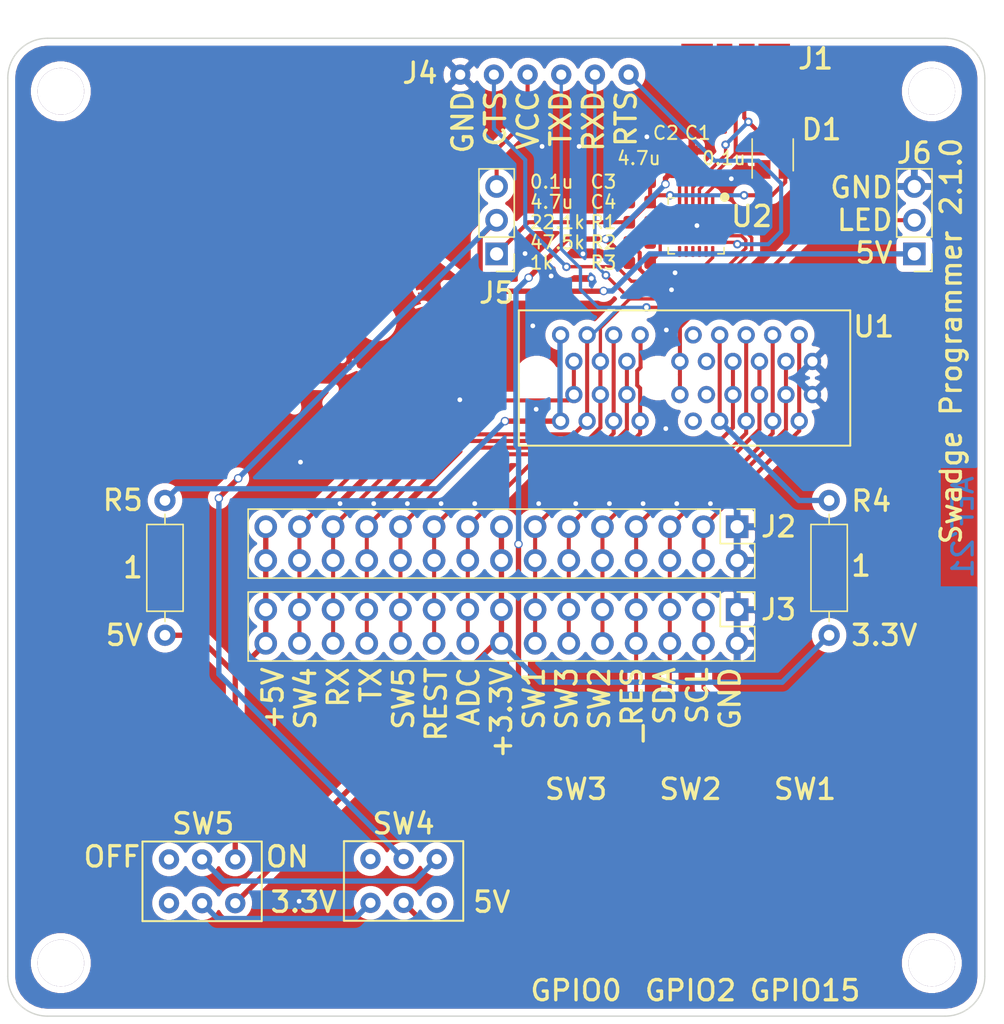
<source format=kicad_pcb>
(kicad_pcb (version 20171130) (host pcbnew "(5.1.9)-1")
  (layers (0 F.Cu signal) (31 B.Cu signal) (34 B.Paste user) (35 F.Paste user) (36 B.SilkS user) (37 F.SilkS user) (38 B.Mask user) (39 F.Mask user) (44 Edge.Cuts user))
  (net 0 "")
  (net 1 GND)
  (net 2 +3V3)
  (net 3 SW5)
  (net 4 ADC_PIN)
  (net 5 AUD_PWR)
  (net 6 SW3)
  (net 7 SW2)
  (net 8 REST)
  (net 9 SW4)
  (net 10 +5V)
  (net 11 TX)
  (net 12 SCL)
  (net 13 RX)
  (net 14 SDA)
  (net 15 "Net-(D1-Pad3)")
  (net 16 "Net-(D1-Pad4)")
  (net 17 "Net-(R1-Pad2)")
  (net 18 "Net-(R3-Pad1)")
  (net 19 3.3V)
  (net 20 5V)
  (net 21 "Net-(SW4-Pad1)")
  (net 22 "Net-(SW4-Pad6)")
  (net 23 "Net-(R4-Pad1)")
  (net 24 "Net-(R5-Pad1)")
  (net 25 CTS)
  (net 26 RTS)
  (net 27 "Net-(C3-Pad1)")
  (net 28 "Net-(J4-Pad3)")
  (net 29 _RES)
  (net 30 "Net-(J1-Pad4)")
  (net 31 LED_OUT)
  (net 32 "Net-(SW4-Pad4)")
  (net 33 "Net-(SW4-Pad3)")
  (net 34 "Net-(SW5-Pad6)")
  (net 35 "Net-(SW5-Pad3)")
  (net 36 "Net-(U1-PadA10)")
  (net 37 "Net-(U1-PadA9)")
  (net 38 "Net-(U1-PadB10)")
  (net 39 "Net-(U1-PadB9)")
  (net 40 "Net-(U2-Pad24)")
  (net 41 "Net-(U2-Pad23)")
  (net 42 "Net-(U2-Pad22)")
  (net 43 "Net-(U2-Pad17)")
  (net 44 "Net-(U2-Pad16)")
  (net 45 "Net-(U2-Pad15)")
  (net 46 "Net-(U2-Pad14)")
  (net 47 "Net-(U2-Pad13)")
  (net 48 "Net-(U2-Pad12)")
  (net 49 "Net-(U2-Pad11)")
  (net 50 "Net-(U2-Pad10)")
  (net 51 "Net-(U2-Pad1)")
  (module Swadge_Parts:PinHeader_1x03_P2.54mm_Vertical (layer F.Cu) (at 176.93 66.3956 180)
    (fp_text reference J6 (at 0 7.6056) (layer F.SilkS) (effects (font (size 1.53 1.53) (thickness 0.25))))
    (fp_text value Conn_01x03_Male)
    (pad 3 thru_hole oval (at 0 5.08 180) (size 1.7 1.7) (drill 1) (layers *.Cu *.Mask) (net 1 GND))
    (pad 2 thru_hole oval (at 0 2.54 180) (size 1.7 1.7) (drill 1) (layers *.Cu *.Mask) (net 31 LED_OUT))
    (pad 1 thru_hole rect (at 0 0 180) (size 1.7 1.7) (drill 1) (layers *.Cu *.Mask) (net 10 +5V))
  )
  (module swadge-programmer:programmer-graphic (layer F.Cu) (at 126.873 65.151)
    (fp_text reference Ref** hide)
    (fp_text value Val** hide)
    (fp_poly (pts (xy 9.498507 -0.649675) (xy 9.504899 -0.645046) (xy 9.509742 -0.636632) (xy 9.513058 -0.622184) (xy 9.514806 -0.600995) (xy 9.514941 -0.572361) (xy 9.513421 -0.535576) (xy 9.510204 -0.489935) (xy 9.505246 -0.434731) (xy 9.498504 -0.36926) (xy 9.489936 -0.292815) (xy 9.479498 -0.204692) (xy 9.476708 -0.181708) (xy 9.469867 -0.126988) (xy 9.463378 -0.080657) (xy 9.456512 -0.040759) (xy 9.448539 -0.005338) (xy 9.438728 0.027562) (xy 9.426349 0.059897) (xy 9.410673 0.093624) (xy 9.390968 0.130697) (xy 9.366506 0.173074) (xy 9.336555 0.222711) (xy 9.309027 0.267542) (xy 9.227475 0.399925) (xy 9.242906 0.46825) (xy 9.256725 0.525129) (xy 9.270799 0.573265) (xy 9.286431 0.616575) (xy 9.304929 0.65897) (xy 9.310173 0.669925) (xy 9.333468 0.713816) (xy 9.356413 0.749391) (xy 9.378046 0.775319) (xy 9.396987 0.790051) (xy 9.4141 0.796388) (xy 9.439498 0.801762) (xy 9.473966 0.806244) (xy 9.518286 0.809904) (xy 9.57324 0.812812) (xy 9.639613 0.815039) (xy 9.686925 0.81611) (xy 9.737473 0.817138) (xy 9.789278 0.818285) (xy 9.839285 0.819477) (xy 9.884444 0.82064) (xy 9.921699 0.821699) (xy 9.938243 0.822228) (xy 10.024461 0.825162) (xy 10.166843 0.73555) (xy 10.248023 0.684435) (xy 10.330589 0.632408) (xy 10.413587 0.580071) (xy 10.496064 0.528027) (xy 10.577066 0.47688) (xy 10.65564 0.427232) (xy 10.730832 0.379687) (xy 10.801689 0.334847) (xy 10.867257 0.293317) (xy 10.926583 0.255697) (xy 10.978714 0.222593) (xy 11.022695 0.194606) (xy 11.057574 0.172341) (xy 11.076686 0.16008) (xy 11.190098 0.087087) (xy 11.252653 0.087817) (xy 11.266675 0.088043) (xy 11.280713 0.088453) (xy 11.295611 0.089141) (xy 11.312213 0.090201) (xy 11.331365 0.09173) (xy 11.35391 0.093821) (xy 11.380693 0.096571) (xy 11.412558 0.100073) (xy 11.45035 0.104423) (xy 11.494912 0.109716) (xy 11.54709 0.116047) (xy 11.607727 0.123511) (xy 11.677668 0.132202) (xy 11.757757 0.142216) (xy 11.848839 0.153647) (xy 11.941175 0.16526) (xy 12.08424 0.183291) (xy 12.21517 0.199857) (xy 12.334438 0.215023) (xy 12.442517 0.228853) (xy 12.539879 0.241413) (xy 12.626996 0.252768) (xy 12.704342 0.262982) (xy 12.772389 0.272122) (xy 12.831609 0.280252) (xy 12.882476 0.287437) (xy 12.925461 0.293742) (xy 12.961038 0.299232) (xy 12.989679 0.303972) (xy 13.011857 0.308029) (xy 13.028044 0.311465) (xy 13.038714 0.314348) (xy 13.044338 0.316741) (xy 13.045001 0.317261) (xy 13.045951 0.326214) (xy 13.038913 0.343697) (xy 13.023801 0.369835) (xy 13.000529 0.404751) (xy 12.969013 0.448569) (xy 12.929166 0.501414) (xy 12.880902 0.563409) (xy 12.836617 0.619125) (xy 12.780872 0.687966) (xy 12.731921 0.746765) (xy 12.689377 0.795957) (xy 12.652853 0.835975) (xy 12.621963 0.867252) (xy 12.596322 0.890224) (xy 12.593006 0.8929) (xy 12.561339 0.914827) (xy 12.520509 0.938171) (xy 12.473676 0.961293) (xy 12.424005 0.982554) (xy 12.408456 0.988536) (xy 12.375973 1.003591) (xy 12.34722 1.02391) (xy 12.319559 1.051743) (xy 12.290576 1.089025) (xy 12.254988 1.145328) (xy 12.22628 1.204196) (xy 12.205108 1.263476) (xy 12.192132 1.321013) (xy 12.188007 1.374653) (xy 12.191549 1.41346) (xy 12.202283 1.454687) (xy 12.21937 1.492234) (xy 12.244486 1.528989) (xy 12.279303 1.567837) (xy 12.28355 1.572115) (xy 12.314132 1.600829) (xy 12.347387 1.628142) (xy 12.384939 1.655104) (xy 12.428407 1.682769) (xy 12.479414 1.712187) (xy 12.539582 1.744411) (xy 12.585236 1.767796) (xy 12.715875 1.83378) (xy 14.210087 1.843046) (xy 14.571056 2.125476) (xy 14.640252 2.179633) (xy 14.714143 2.237492) (xy 14.79089 2.297613) (xy 14.868654 2.358553) (xy 14.945594 2.418871) (xy 15.019873 2.477124) (xy 15.08965 2.531871) (xy 15.153086 2.581668) (xy 15.207947 2.624766) (xy 15.273343 2.67613) (xy 15.329547 2.720184) (xy 15.377324 2.757505) (xy 15.417441 2.788666) (xy 15.450663 2.81424) (xy 15.477755 2.834804) (xy 15.499484 2.850931) (xy 15.516614 2.863196) (xy 15.529911 2.872172) (xy 15.54014 2.878435) (xy 15.548068 2.882558) (xy 15.55446 2.885116) (xy 15.555325 2.885398) (xy 15.569526 2.89455) (xy 15.573043 2.909929) (xy 15.565975 2.932001) (xy 15.565559 2.932856) (xy 15.560898 2.941061) (xy 15.5546 2.948425) (xy 15.545012 2.95592) (xy 15.53048 2.964521) (xy 15.50935 2.975199) (xy 15.479967 2.988928) (xy 15.440678 3.006682) (xy 15.438179 3.007803) (xy 15.398297 3.025868) (xy 15.350362 3.047878) (xy 15.297761 3.07226) (xy 15.243879 3.097441) (xy 15.192103 3.121848) (xy 15.167206 3.133678) (xy 15.114141 3.158682) (xy 15.070956 3.178329) (xy 15.036291 3.19318) (xy 15.008788 3.203791) (xy 14.987088 3.210722) (xy 14.970828 3.214371) (xy 14.95397 3.216412) (xy 14.932636 3.217505) (xy 14.905282 3.217622) (xy 14.870366 3.216739) (xy 14.826347 3.214831) (xy 14.771682 3.211871) (xy 14.75285 3.210767) (xy 14.706369 3.208027) (xy 14.663708 3.205559) (xy 14.626607 3.203459) (xy 14.596806 3.201825) (xy 14.576048 3.200753) (xy 14.566071 3.20034) (xy 14.565765 3.200338) (xy 14.554674 3.204444) (xy 14.536217 3.215668) (xy 14.512333 3.232487) (xy 14.484964 3.253377) (xy 14.45605 3.276815) (xy 14.42753 3.301278) (xy 14.401345 3.325243) (xy 14.381465 3.345036) (xy 14.359267 3.36985) (xy 14.338654 3.395488) (xy 14.322449 3.418306) (xy 14.315539 3.430056) (xy 14.307746 3.446377) (xy 14.302986 3.460374) (xy 14.300735 3.475743) (xy 14.300472 3.496177) (xy 14.301674 3.525373) (xy 14.301776 3.52738) (xy 14.304728 3.564572) (xy 14.310145 3.597556) (xy 14.319188 3.632224) (xy 14.327614 3.658615) (xy 14.36427 3.751574) (xy 14.411434 3.844461) (xy 14.467252 3.93429) (xy 14.529871 4.018073) (xy 14.59635 4.091736) (xy 14.609065 4.104499) (xy 14.620654 4.116019) (xy 14.631793 4.126684) (xy 14.643158 4.13688) (xy 14.655425 4.146996) (xy 14.66927 4.157418) (xy 14.685369 4.168533) (xy 14.704397 4.180729) (xy 14.727031 4.194392) (xy 14.753946 4.20991) (xy 14.785819 4.22767) (xy 14.823324 4.248059) (xy 14.867139 4.271464) (xy 14.917938 4.298272) (xy 14.976398 4.328871) (xy 15.043195 4.363648) (xy 15.119005 4.402989) (xy 15.204502 4.447282) (xy 15.300364 4.496914) (xy 15.33525 4.514976) (xy 15.398631 4.54786) (xy 15.45924 4.579433) (xy 15.516036 4.609146) (xy 15.567979 4.636447) (xy 15.61403 4.660788) (xy 15.653147 4.681617) (xy 15.684292 4.698385) (xy 15.706423 4.710542) (xy 15.718501 4.717537) (xy 15.71957 4.718235) (xy 15.743273 4.736849) (xy 15.765977 4.758789) (xy 15.78511 4.781151) (xy 15.798101 4.801033) (xy 15.802051 4.811337) (xy 15.804041 4.819723) (xy 15.807041 4.82955) (xy 15.811645 4.842251) (xy 15.818441 4.859255) (xy 15.828023 4.881994) (xy 15.84098 4.911897) (xy 15.857903 4.950398) (xy 15.879384 4.998925) (xy 15.881546 5.0038) (xy 15.893894 5.031988) (xy 15.910466 5.070362) (xy 15.930611 5.117384) (xy 15.953673 5.171513) (xy 15.978999 5.231211) (xy 16.005936 5.294939) (xy 16.033831 5.361156) (xy 16.062029 5.428324) (xy 16.078365 5.46735) (xy 16.116508 5.558504) (xy 16.150118 5.638672) (xy 16.179518 5.708602) (xy 16.205033 5.769042) (xy 16.226984 5.82074) (xy 16.245694 5.864445) (xy 16.261487 5.900906) (xy 16.274686 5.93087) (xy 16.285614 5.955086) (xy 16.294593 5.974303) (xy 16.301947 5.989268) (xy 16.307999 6.000732) (xy 16.310447 6.005055) (xy 16.319634 6.023056) (xy 16.325144 6.038052) (xy 16.32585 6.042538) (xy 16.328402 6.053681) (xy 16.335559 6.07459) (xy 16.346567 6.103516) (xy 16.360672 6.138711) (xy 16.377121 6.178424) (xy 16.395162 6.220908) (xy 16.414041 6.264413) (xy 16.433006 6.307191) (xy 16.451303 6.347492) (xy 16.468178 6.383568) (xy 16.48288 6.413669) (xy 16.494655 6.436047) (xy 16.497214 6.440503) (xy 16.507816 6.467992) (xy 16.508797 6.490877) (xy 16.506612 6.508312) (xy 16.501819 6.516769) (xy 16.492057 6.519967) (xy 16.49018 6.520205) (xy 16.478587 6.519381) (xy 16.457146 6.51587) (xy 16.428309 6.510148) (xy 16.394529 6.502692) (xy 16.36953 6.496763) (xy 16.335918 6.488646) (xy 16.292636 6.478323) (xy 16.242392 6.466431) (xy 16.187895 6.45361) (xy 16.131852 6.440497) (xy 16.076971 6.427732) (xy 16.068675 6.42581) (xy 15.994184 6.408462) (xy 15.930544 6.393281) (xy 15.876205 6.379684) (xy 15.829621 6.367092) (xy 15.78924 6.354924) (xy 15.753516 6.342598) (xy 15.720899 6.329533) (xy 15.68984 6.315149) (xy 15.658791 6.298865) (xy 15.626203 6.2801) (xy 15.590528 6.258272) (xy 15.550216 6.232802) (xy 15.54463 6.229242) (xy 15.507304 6.205265) (xy 15.478575 6.187176) (xy 15.45602 6.174549) (xy 15.437218 6.166958) (xy 15.419744 6.163976) (xy 15.401178 6.165178) (xy 15.379097 6.170138) (xy 15.351078 6.178428) (xy 15.316424 6.189102) (xy 15.252485 6.21153) (xy 15.192685 6.238427) (xy 15.138525 6.268786) (xy 15.091506 6.301597) (xy 15.053129 6.335853) (xy 15.024895 6.370545) (xy 15.012506 6.393285) (xy 15.000857 6.430363) (xy 14.99289 6.477335) (xy 14.988575 6.53195) (xy 14.987882 6.591955) (xy 14.99078 6.655099) (xy 14.997241 6.719132) (xy 15.007235 6.7818) (xy 15.018322 6.831682) (xy 15.026142 6.858039) (xy 15.037226 6.888287) (xy 15.05187 6.922958) (xy 15.070373 6.962585) (xy 15.093031 7.0077) (xy 15.12014 7.058834) (xy 15.151998 7.11652) (xy 15.188902 7.18129) (xy 15.231147 7.253676) (xy 15.279033 7.334211) (xy 15.332854 7.423426) (xy 15.392908 7.521854) (xy 15.459493 7.630026) (xy 15.50242 7.699375) (xy 15.546629 7.770709) (xy 15.584641 7.832182) (xy 15.616984 7.884707) (xy 15.644186 7.929196) (xy 15.666773 7.966562) (xy 15.685274 7.997718) (xy 15.700216 8.023577) (xy 15.712126 8.045052) (xy 15.721532 8.063055) (xy 15.728962 8.078498) (xy 15.734942 8.092296) (xy 15.740001 8.10536) (xy 15.744621 8.118475) (xy 15.749219 8.134359) (xy 15.752396 8.151879) (xy 15.754078 8.172356) (xy 15.754194 8.197116) (xy 15.752669 8.227482) (xy 15.74943 8.26478) (xy 15.744405 8.310332) (xy 15.737519 8.365464) (xy 15.728699 8.431499) (xy 15.726347 8.448675) (xy 15.717331 8.514562) (xy 15.70735 8.587986) (xy 15.69658 8.667621) (xy 15.685198 8.752142) (xy 15.673379 8.840223) (xy 15.661299 8.930539) (xy 15.649134 9.021766) (xy 15.637061 9.112577) (xy 15.625254 9.201647) (xy 15.61389 9.287652) (xy 15.603144 9.369265) (xy 15.593193 9.445162) (xy 15.584212 9.514017) (xy 15.576378 9.574505) (xy 15.569866 9.625301) (xy 15.564852 9.665079) (xy 15.564112 9.67105) (xy 15.55523 9.742501) (xy 15.547645 9.802331) (xy 15.541191 9.851534) (xy 15.535702 9.891105) (xy 15.531013 9.922038) (xy 15.526956 9.945328) (xy 15.523366 9.961967) (xy 15.520077 9.972952) (xy 15.516924 9.979276) (xy 15.513739 9.981934) (xy 15.512169 9.9822) (xy 15.501121 9.97822) (xy 15.481662 9.96692) (xy 15.45501 9.949258) (xy 15.422386 9.926193) (xy 15.385008 9.898683) (xy 15.344096 9.867686) (xy 15.30087 9.834162) (xy 15.256548 9.799068) (xy 15.212351 9.763363) (xy 15.169497 9.728005) (xy 15.129206 9.693953) (xy 15.092697 9.662165) (xy 15.061189 9.6336) (xy 15.035903 9.609217) (xy 15.030146 9.603314) (xy 14.997896 9.567547) (xy 14.963982 9.525585) (xy 14.927069 9.4757) (xy 14.886147 9.416639) (xy 14.848714 9.36179) (xy 14.816664 9.316405) (xy 14.788716 9.279136) (xy 14.763589 9.248636) (xy 14.74 9.223558) (xy 14.71667 9.202555) (xy 14.692315 9.184279) (xy 14.665656 9.167384) (xy 14.63541 9.150522) (xy 14.630591 9.147968) (xy 14.573312 9.12014) (xy 14.522802 9.10126) (xy 14.476967 9.091178) (xy 14.433715 9.089744) (xy 14.390953 9.096809) (xy 14.346589 9.112221) (xy 14.318051 9.125555) (xy 14.27213 9.154952) (xy 14.227573 9.195259) (xy 14.185438 9.244692) (xy 14.146784 9.301465) (xy 14.112671 9.363791) (xy 14.084159 9.429886) (xy 14.062306 9.497964) (xy 14.048171 9.566238) (xy 14.045816 9.584468) (xy 14.044797 9.59943) (xy 14.043707 9.626105) (xy 14.042561 9.663505) (xy 14.041371 9.710644) (xy 14.040152 9.766535) (xy 14.038917 9.83019) (xy 14.037678 9.900623) (xy 14.036451 9.976846) (xy 14.035247 10.057873) (xy 14.034081 10.142717) (xy 14.032966 10.23039) (xy 14.031915 10.319906) (xy 14.030942 10.410277) (xy 14.03006 10.500517) (xy 14.029283 10.589638) (xy 14.028624 10.676653) (xy 14.028096 10.760576) (xy 14.027714 10.840419) (xy 14.02749 10.915196) (xy 14.027461 10.932434) (xy 14.02715 11.155593) (xy 13.965724 11.237234) (xy 13.943368 11.266841) (xy 13.919709 11.297948) (xy 13.894057 11.331443) (xy 13.865723 11.368213) (xy 13.834015 11.409148) (xy 13.798244 11.455135) (xy 13.757719 11.507062) (xy 13.71175 11.565818) (xy 13.659646 11.632291) (xy 13.600718 11.707369) (xy 13.566702 11.750675) (xy 13.522942 11.806438) (xy 13.476256 11.86605) (xy 13.428355 11.927315) (xy 13.380952 11.988039) (xy 13.335759 12.046029) (xy 13.29449 12.09909) (xy 13.258856 12.145027) (xy 13.249534 12.157075) (xy 13.189178 12.234727) (xy 13.135973 12.302309) (xy 13.089693 12.360088) (xy 13.05011 12.40833) (xy 13.016998 12.447303) (xy 12.990129 12.477272) (xy 12.969278 12.498506) (xy 12.954215 12.51127) (xy 12.944716 12.515831) (xy 12.944258 12.51585) (xy 12.931636 12.509783) (xy 12.916542 12.492041) (xy 12.89942 12.463308) (xy 12.880714 12.42427) (xy 12.872375 12.404684) (xy 12.860167 12.375861) (xy 12.843868 12.338516) (xy 12.824802 12.295614) (xy 12.804289 12.250123) (xy 12.783651 12.205009) (xy 12.777021 12.190672) (xy 12.748915 12.129873) (xy 12.725782 12.079132) (xy 12.70714 12.037038) (xy 12.692509 12.002179) (xy 12.681409 11.973143) (xy 12.67336 11.948518) (xy 12.66788 11.926893) (xy 12.66449 11.906855) (xy 12.662709 11.886994) (xy 12.662057 11.865897) (xy 12.662006 11.852709) (xy 12.662663 11.828186) (xy 12.664428 11.794097) (xy 12.667099 11.753506) (xy 12.670472 11.70948) (xy 12.674345 11.665083) (xy 12.674654 11.661775) (xy 12.687196 11.528425) (xy 12.638035 11.482168) (xy 12.584022 11.432726) (xy 12.534512 11.390196) (xy 12.490422 11.355303) (xy 12.452667 11.328774) (xy 12.423822 11.312138) (xy 12.366336 11.290812) (xy 12.303075 11.279652) (xy 12.235641 11.278486) (xy 12.165632 11.287139) (xy 12.094648 11.305438) (xy 12.02429 11.333209) (xy 11.97106 11.361226) (xy 11.947244 11.377874) (xy 11.917877 11.402431) (xy 11.885116 11.432712) (xy 11.851117 11.466533) (xy 11.818037 11.501708) (xy 11.788033 11.536054) (xy 11.763261 11.567384) (xy 11.75274 11.5824) (xy 11.739317 11.603658) (xy 11.721182 11.633669) (xy 11.699731 11.670054) (xy 11.676361 11.710429) (xy 11.652468 11.752416) (xy 11.639936 11.774749) (xy 11.620461 11.809482) (xy 11.595725 11.853349) (xy 11.566794 11.904472) (xy 11.534732 11.960975) (xy 11.500608 12.020981) (xy 11.465486 12.082611) (xy 11.430433 12.143988) (xy 11.405533 12.187499) (xy 11.371834 12.246351) (xy 11.337787 12.305851) (xy 11.30437 12.364285) (xy 11.272563 12.419942) (xy 11.243344 12.471107) (xy 11.21769 12.51607) (xy 11.196582 12.553117) (xy 11.183471 12.576175) (xy 11.161597 12.614059) (xy 11.13948 12.651226) (xy 11.118698 12.685105) (xy 11.10083 12.713123) (xy 11.087455 12.73271) (xy 11.086989 12.733346) (xy 11.074195 12.750288) (xy 11.062963 12.763246) (xy 11.050872 12.773967) (xy 11.035502 12.784203) (xy 11.014434 12.7957) (xy 10.985247 12.81021) (xy 10.971238 12.817016) (xy 10.933878 12.834809) (xy 10.893393 12.853566) (xy 10.854521 12.871122) (xy 10.822001 12.885309) (xy 10.8204 12.885988) (xy 10.802686 12.893289) (xy 10.77417 12.904807) (xy 10.735875 12.920138) (xy 10.688828 12.938878) (xy 10.634055 12.960623) (xy 10.57258 12.984968) (xy 10.505431 13.011509) (xy 10.433632 13.039843) (xy 10.358209 13.069564) (xy 10.280188 13.100269) (xy 10.200595 13.131554) (xy 10.120454 13.163014) (xy 10.040793 13.194244) (xy 9.962636 13.224842) (xy 9.887009 13.254402) (xy 9.814939 13.282521) (xy 9.752961 13.306651) (xy 9.681862 13.334519) (xy 9.62203 13.358475) (xy 9.572759 13.378838) (xy 9.533342 13.395929) (xy 9.503071 13.410065) (xy 9.48124 13.421569) (xy 9.467142 13.430758) (xy 9.46007 13.437953) (xy 9.459328 13.439449) (xy 9.450794 13.446303) (xy 9.435502 13.449194) (xy 9.418831 13.447898) (xy 9.406159 13.442191) (xy 9.40562 13.44168) (xy 9.400282 13.43034) (xy 9.398001 13.413586) (xy 9.398 13.413224) (xy 9.398977 13.397412) (xy 9.40175 13.370706) (xy 9.406079 13.334749) (xy 9.411725 13.291182) (xy 9.418448 13.241648) (xy 9.426008 13.187789) (xy 9.434166 13.131247) (xy 9.442682 13.073664) (xy 9.451318 13.016683) (xy 9.459833 12.961945) (xy 9.467988 12.911094) (xy 9.475544 12.86577) (xy 9.48226 12.827616) (xy 9.487155 12.80193) (xy 9.498698 12.756351) (xy 9.515385 12.710852) (xy 9.538292 12.663158) (xy 9.568492 12.610988) (xy 9.600447 12.561799) (xy 9.624576 12.525503) (xy 9.642079 12.497616) (xy 9.653892 12.476344) (xy 9.660952 12.459893) (xy 9.664195 12.446469) (xy 9.6647 12.43867) (xy 9.66165 12.424577) (xy 9.653126 12.401345) (xy 9.640064 12.370794) (xy 9.6234 12.334748) (xy 9.604071 12.295029) (xy 9.583013 12.25346) (xy 9.561162 12.211864) (xy 9.539455 12.172063) (xy 9.518828 12.135879) (xy 9.500217 12.105136) (xy 9.484559 12.081656) (xy 9.475153 12.069726) (xy 9.432517 12.031803) (xy 9.381244 12.002136) (xy 9.322687 11.981141) (xy 9.258199 11.969232) (xy 9.189132 11.966825) (xy 9.149253 11.96975) (xy 9.101679 11.976196) (xy 9.05628 11.985027) (xy 9.011388 11.996895) (xy 8.965338 12.012453) (xy 8.916461 12.032355) (xy 8.86309 12.057254) (xy 8.803559 12.087802) (xy 8.736199 12.124654) (xy 8.696325 12.14721) (xy 8.652428 12.172219) (xy 8.601496 12.201153) (xy 8.544726 12.233337) (xy 8.483314 12.268099) (xy 8.418456 12.304765) (xy 8.351348 12.34266) (xy 8.283186 12.381111) (xy 8.215168 12.419444) (xy 8.148488 12.456985) (xy 8.084344 12.493061) (xy 8.023931 12.526998) (xy 7.968446 12.558121) (xy 7.919084 12.585758) (xy 7.877044 12.609234) (xy 7.843519 12.627875) (xy 7.819708 12.641008) (xy 7.817607 12.642156) (xy 7.764333 12.669693) (xy 7.718506 12.689771) (xy 7.677881 12.703134) (xy 7.640211 12.710527) (xy 7.604875 12.7127) (xy 7.587726 12.711795) (xy 7.559745 12.709219) (xy 7.522661 12.705179) (xy 7.478204 12.699881) (xy 7.428102 12.693531) (xy 7.374085 12.686336) (xy 7.31788 12.678503) (xy 7.313895 12.677935) (xy 7.248346 12.668588) (xy 7.175598 12.658259) (xy 7.096863 12.647117) (xy 7.013353 12.635331) (xy 6.926279 12.62307) (xy 6.836852 12.610504) (xy 6.746285 12.597801) (xy 6.655789 12.585132) (xy 6.566576 12.572665) (xy 6.479857 12.56057) (xy 6.396844 12.549016) (xy 6.318749 12.538172) (xy 6.246784 12.528208) (xy 6.182159 12.519292) (xy 6.126087 12.511594) (xy 6.07978 12.505284) (xy 6.044448 12.50053) (xy 6.035675 12.499367) (xy 5.99677 12.494029) (xy 5.962127 12.488876) (xy 5.933735 12.484238) (xy 5.913586 12.480442) (xy 5.903671 12.477818) (xy 5.903107 12.477478) (xy 5.900337 12.472881) (xy 5.90042 12.466146) (xy 5.903846 12.456671) (xy 5.91111 12.443854) (xy 5.922704 12.427093) (xy 5.939119 12.405787) (xy 5.960849 12.379332) (xy 5.988385 12.347127) (xy 6.022221 12.308571) (xy 6.062848 12.26306) (xy 6.11076 12.209995) (xy 6.166449 12.148771) (xy 6.219779 12.0904) (xy 6.270778 12.03459) (xy 6.314137 11.986944) (xy 6.35085 11.946313) (xy 6.381914 11.911549) (xy 6.408322 11.881503) (xy 6.43107 11.855025) (xy 6.451152 11.830969) (xy 6.469565 11.808184) (xy 6.487302 11.785522) (xy 6.505359 11.761835) (xy 6.511803 11.75327) (xy 6.555696 11.689957) (xy 6.590842 11.628946) (xy 6.616404 11.571798) (xy 6.627354 11.53795) (xy 6.633779 11.50412) (xy 6.637636 11.462781) (xy 6.638932 11.417878) (xy 6.63767 11.37336) (xy 6.633855 11.333173) (xy 6.627492 11.301265) (xy 6.627067 11.299825) (xy 6.60214 11.238178) (xy 6.566941 11.183903) (xy 6.521847 11.137456) (xy 6.467239 11.099291) (xy 6.454575 11.09236) (xy 6.418086 11.07489) (xy 6.382948 11.062068) (xy 6.345325 11.052879) (xy 6.30138 11.046311) (xy 6.26745 11.042953) (xy 6.238636 11.040882) (xy 6.198294 11.038558) (xy 6.14759 11.036021) (xy 6.087692 11.033311) (xy 6.019767 11.030468) (xy 5.944982 11.02753) (xy 5.864505 11.024537) (xy 5.779504 11.021529) (xy 5.691146 11.018545) (xy 5.600598 11.015624) (xy 5.509029 11.012806) (xy 5.417604 11.010131) (xy 5.327492 11.007637) (xy 5.23986 11.005365) (xy 5.155876 11.003354) (xy 5.076707 11.001642) (xy 5.005424 11.000303) (xy 4.762573 10.996144) (xy 4.472024 10.767646) (xy 4.35605 10.67642) (xy 4.249532 10.592592) (xy 4.151927 10.515729) (xy 4.062689 10.445402) (xy 3.981276 10.381179) (xy 3.907142 10.322629) (xy 3.839743 10.269322) (xy 3.801621 10.239117) (xy 7.163539 10.239117) (xy 7.165007 10.277014) (xy 7.169251 10.296888) (xy 7.17824 10.318083) (xy 7.192604 10.333149) (xy 7.214018 10.342797) (xy 7.244156 10.347736) (xy 7.284691 10.348679) (xy 7.290902 10.348542) (xy 7.317452 10.347246) (xy 7.334921 10.344452) (xy 7.346913 10.339283) (xy 7.354871 10.332956) (xy 7.369572 10.323362) (xy 7.391068 10.314006) (xy 7.406502 10.309159) (xy 7.423505 10.30424) (xy 7.443516 10.297437) (xy 7.467634 10.288282) (xy 7.496954 10.276309) (xy 7.532572 10.26105) (xy 7.575586 10.242038) (xy 7.627091 10.218807) (xy 7.673146 10.197762) (xy 8.961629 10.197762) (xy 8.963172 10.233048) (xy 8.977042 10.267591) (xy 9.00287 10.300566) (xy 9.011724 10.308985) (xy 9.027379 10.322345) (xy 9.042468 10.332971) (xy 9.058657 10.341175) (xy 9.077614 10.347265) (xy 9.101007 10.35155) (xy 9.130503 10.354342) (xy 9.167769 10.355949) (xy 9.214473 10.356682) (xy 9.269405 10.35685) (xy 9.318805 10.3569) (xy 9.356917 10.357116) (xy 9.385153 10.357598) (xy 9.404925 10.358444) (xy 9.417644 10.359755) (xy 9.424723 10.361629) (xy 9.427573 10.364166) (xy 9.427605 10.367464) (xy 9.427474 10.367962) (xy 9.421441 10.395285) (xy 9.416575 10.428234) (xy 9.413377 10.461939) (xy 9.412349 10.491532) (xy 9.413164 10.506993) (xy 9.423925 10.557087) (xy 9.444849 10.608485) (xy 9.476444 10.662139) (xy 9.519217 10.719) (xy 9.537962 10.741025) (xy 9.564599 10.772312) (xy 9.583726 10.797807) (xy 9.596796 10.820717) (xy 9.605261 10.844251) (xy 9.610571 10.871614) (xy 9.614179 10.906016) (xy 9.614519 10.910178) (xy 9.619247 10.957897) (xy 9.625337 10.994812) (xy 9.633608 11.022808) (xy 9.644881 11.043771) (xy 9.659977 11.059585) (xy 9.679715 11.072136) (xy 9.686425 11.075434) (xy 9.718128 11.084009) (xy 9.753032 11.083319) (xy 9.785965 11.073651) (xy 9.793878 11.06952) (xy 9.811396 11.055873) (xy 9.826865 11.038538) (xy 9.827737 11.037277) (xy 9.840985 11.013282) (xy 9.855061 10.980473) (xy 9.868579 10.942545) (xy 9.880153 10.903191) (xy 9.884098 10.887137) (xy 9.88937 10.859299) (xy 9.89129 10.833591) (xy 9.889226 10.808649) (xy 9.882545 10.783111) (xy 9.870615 10.755615) (xy 9.852804 10.724797) (xy 9.828478 10.689295) (xy 9.797005 10.647746) (xy 9.757754 10.598787) (xy 9.740511 10.577767) (xy 9.717727 10.549739) (xy 9.698082 10.52485) (xy 9.682901 10.504836) (xy 9.673507 10.491437) (xy 9.67105 10.486662) (xy 9.675111 10.47767) (xy 9.685939 10.461931) (xy 9.701498 10.441856) (xy 9.719754 10.419854) (xy 9.738669 10.398332) (xy 9.756211 10.379702) (xy 9.770343 10.366371) (xy 9.776515 10.361816) (xy 9.794214 10.354903) (xy 9.823234 10.348195) (xy 9.863844 10.341655) (xy 9.916313 10.335246) (xy 9.980911 10.328932) (xy 10.057907 10.322674) (xy 10.067925 10.321931) (xy 10.136637 10.316626) (xy 10.194003 10.311624) (xy 10.241368 10.306777) (xy 10.280078 10.301936) (xy 10.311479 10.296952) (xy 10.33256 10.29269) (xy 10.352253 10.285836) (xy 10.366633 10.274323) (xy 10.376569 10.256325) (xy 10.382932 10.230021) (xy 10.386591 10.193585) (xy 10.387411 10.177702) (xy 10.388494 10.149237) (xy 10.388394 10.130392) (xy 10.386502 10.118098) (xy 10.382207 10.109289) (xy 10.3749 10.100898) (xy 10.371463 10.097436) (xy 10.357496 10.08651) (xy 10.338891 10.077979) (xy 10.31376 10.071385) (xy 10.280217 10.066266) (xy 10.236373 10.062163) (xy 10.222664 10.061179) (xy 10.161503 10.057002) (xy 10.157317 10.011663) (xy 10.149076 9.92404) (xy 10.141083 9.842214) (xy 10.133441 9.767126) (xy 10.126254 9.699719) (xy 10.119626 9.640932) (xy 10.11366 9.591707) (xy 10.108461 9.552985) (xy 10.104132 9.525707) (xy 10.103046 9.520032) (xy 10.09224 9.475709) (xy 10.079441 9.442594) (xy 10.063377 9.419212) (xy 10.042773 9.404092) (xy 10.016354 9.39576) (xy 9.993244 9.393151) (xy 9.96177 9.394235) (xy 9.935198 9.401774) (xy 9.91338 9.416367) (xy 9.896165 9.438615) (xy 9.883407 9.469119) (xy 9.874954 9.508479) (xy 9.87066 9.557296) (xy 9.870373 9.616169) (xy 9.873947 9.685699) (xy 9.881231 9.766487) (xy 9.88728 9.820275) (xy 9.893688 9.878272) (xy 9.897538 9.925183) (xy 9.898666 9.962394) (xy 9.896913 9.991289) (xy 9.892115 10.013254) (xy 9.884112 10.029675) (xy 9.872742 10.041937) (xy 9.860462 10.05004) (xy 9.853003 10.05348) (xy 9.843631 10.056211) (xy 9.830808 10.058336) (xy 9.812995 10.05996) (xy 9.788654 10.061186) (xy 9.756246 10.062118) (xy 9.714232 10.06286) (xy 9.661073 10.063515) (xy 9.660439 10.063522) (xy 9.481553 10.065469) (xy 9.477747 10.031772) (xy 9.476033 10.015386) (xy 9.473409 9.988781) (xy 9.470108 9.954384) (xy 9.466361 9.914625) (xy 9.462403 9.871932) (xy 9.461159 9.858375) (xy 9.453842 9.78004) (xy 9.447173 9.713326) (xy 9.440879 9.657184) (xy 9.434687 9.610567) (xy 9.428326 9.572428) (xy 9.421524 9.541721) (xy 9.414007 9.517397) (xy 9.405504 9.49841) (xy 9.395743 9.483712) (xy 9.38445 9.472258) (xy 9.371354 9.462998) (xy 9.356244 9.454917) (xy 9.322206 9.444751) (xy 9.288884 9.446582) (xy 9.257906 9.459743) (xy 9.230901 9.483562) (xy 9.210767 9.514717) (xy 9.193734 9.549532) (xy 9.195854 9.794915) (xy 9.197975 10.040298) (xy 9.177849 10.058327) (xy 9.160513 10.070256) (xy 9.136866 10.079528) (xy 9.107999 10.086609) (xy 9.05647 10.100484) (xy 9.016517 10.118657) (xy 8.987634 10.141512) (xy 8.969315 10.169434) (xy 8.961629 10.197762) (xy 7.673146 10.197762) (xy 7.688185 10.19089) (xy 7.737475 10.168202) (xy 7.782869 10.147517) (xy 7.826408 10.128158) (xy 7.866236 10.110913) (xy 7.900497 10.096572) (xy 7.927335 10.085922) (xy 7.944894 10.079753) (xy 7.947025 10.079153) (xy 7.985125 10.0692) (xy 8.090744 10.111237) (xy 8.163868 10.139284) (xy 8.227743 10.161443) (xy 8.28407 10.178255) (xy 8.334552 10.190262) (xy 8.347117 10.192697) (xy 8.371389 10.196446) (xy 8.389034 10.19662) (xy 8.405701 10.192898) (xy 8.417452 10.18871) (xy 8.437908 10.178169) (xy 8.461458 10.16069) (xy 8.488822 10.135551) (xy 8.520719 10.102029) (xy 8.557872 10.059401) (xy 8.600999 10.006945) (xy 8.610654 9.9949) (xy 8.641091 9.956919) (xy 8.674745 9.915151) (xy 8.708581 9.873347) (xy 8.739565 9.835258) (xy 8.757022 9.813925) (xy 8.808824 9.748681) (xy 8.850904 9.690907) (xy 8.883507 9.640197) (xy 8.906874 9.596148) (xy 8.92125 9.558352) (xy 8.926536 9.53135) (xy 8.927304 9.514598) (xy 8.924452 9.502614) (xy 8.915922 9.490887) (xy 8.90164 9.476778) (xy 8.879626 9.458113) (xy 8.853907 9.439259) (xy 8.840417 9.430572) (xy 8.80671 9.410362) (xy 8.789617 9.422631) (xy 8.77261 9.436713) (xy 8.749006 9.458914) (xy 8.720334 9.487587) (xy 8.688118 9.521089) (xy 8.653887 9.557775) (xy 8.619166 9.595999) (xy 8.585482 9.634116) (xy 8.554362 9.670482) (xy 8.527332 9.703452) (xy 8.518195 9.715078) (xy 8.491012 9.749548) (xy 8.462819 9.784182) (xy 8.435874 9.816284) (xy 8.412431 9.843159) (xy 8.397275 9.85954) (xy 8.376028 9.880734) (xy 8.358384 9.895208) (xy 8.341711 9.903326) (xy 8.32338 9.905449) (xy 8.300758 9.901941) (xy 8.271215 9.893164) (xy 8.237825 9.881521) (xy 8.183155 9.860806) (xy 8.139255 9.841115) (xy 8.104402 9.82118) (xy 8.076873 9.799731) (xy 8.054946 9.775501) (xy 8.0369 9.747221) (xy 8.026265 9.72569) (xy 8.01952 9.709046) (xy 8.009684 9.682402) (xy 7.997489 9.647865) (xy 7.983672 9.607545) (xy 7.968966 9.56355) (xy 7.956367 9.525) (xy 7.933084 9.453382) (xy 7.913068 9.392832) (xy 7.90115 9.357731) (xy 11.650044 9.357731) (xy 11.659756 9.398363) (xy 11.679133 9.443843) (xy 11.702292 9.481339) (xy 11.73399 9.519451) (xy 11.771618 9.555974) (xy 11.812565 9.588704) (xy 11.854223 9.615439) (xy 11.893981 9.633974) (xy 11.910172 9.638956) (xy 11.936009 9.642724) (xy 11.970435 9.644043) (xy 12.009619 9.643124) (xy 12.049733 9.640176) (xy 12.086947 9.635409) (xy 12.11743 9.629034) (xy 12.123386 9.627266) (xy 12.168128 9.606442) (xy 12.207625 9.575295) (xy 12.240418 9.535628) (xy 12.265045 9.48924) (xy 12.280044 9.437935) (xy 12.280878 9.433102) (xy 12.283319 9.37865) (xy 12.273342 9.322248) (xy 12.251026 9.264201) (xy 12.224887 9.217639) (xy 12.212254 9.195881) (xy 12.201676 9.17433) (xy 12.197651 9.164109) (xy 12.193562 9.148415) (xy 12.195493 9.13895) (xy 12.203103 9.131315) (xy 12.212445 9.12594) (xy 12.231689 9.1165) (xy 12.259018 9.103828) (xy 12.292617 9.088757) (xy 12.330669 9.072119) (xy 12.354785 9.061772) (xy 12.443003 9.023523) (xy 12.519958 8.988615) (xy 12.586482 8.956522) (xy 12.643408 8.926716) (xy 12.691569 8.89867) (xy 12.731797 8.871856) (xy 12.764926 8.845748) (xy 12.791787 8.819818) (xy 12.813215 8.793538) (xy 12.83004 8.76638) (xy 12.834252 8.758114) (xy 12.848325 8.715001) (xy 12.851915 8.665821) (xy 12.845116 8.61154) (xy 12.828024 8.553121) (xy 12.810037 8.510393) (xy 12.779136 8.459277) (xy 12.738853 8.41528) (xy 12.690974 8.379477) (xy 12.637287 8.352941) (xy 12.579577 8.336744) (xy 12.519631 8.331962) (xy 12.513397 8.33216) (xy 12.485333 8.333966) (xy 12.464933 8.337446) (xy 12.447166 8.343979) (xy 12.426997 8.354945) (xy 12.424217 8.3566) (xy 12.399188 8.373555) (xy 12.371321 8.395607) (xy 12.343081 8.420442) (xy 12.316935 8.445745) (xy 12.295348 8.469206) (xy 12.280785 8.488509) (xy 12.277717 8.494037) (xy 12.272376 8.51351) (xy 12.269396 8.541976) (xy 12.268669 8.575972) (xy 12.270086 8.612034) (xy 12.273538 8.646698) (xy 12.278916 8.6765) (xy 12.283978 8.69315) (xy 12.291775 8.717803) (xy 12.297258 8.743904) (xy 12.298062 8.7503) (xy 12.29708 8.775022) (xy 12.287622 8.792915) (xy 12.26833 8.805466) (xy 12.240189 8.813682) (xy 12.200864 8.825586) (xy 12.154773 8.845777) (xy 12.103551 8.873022) (xy 12.048838 8.906088) (xy 11.992269 8.94374) (xy 11.935483 8.984745) (xy 11.880115 9.027869) (xy 11.827804 9.071878) (xy 11.780187 9.115538) (xy 11.738901 9.157615) (xy 11.705583 9.196876) (xy 11.68187 9.232087) (xy 11.679699 9.236075) (xy 11.660007 9.279617) (xy 11.650124 9.319159) (xy 11.650044 9.357731) (xy 7.90115 9.357731) (xy 7.895897 9.342264) (xy 7.881146 9.300592) (xy 7.868394 9.266731) (xy 7.857218 9.239596) (xy 7.847195 9.218103) (xy 7.837903 9.201164) (xy 7.828917 9.187697) (xy 7.821293 9.178265) (xy 7.790289 9.150507) (xy 7.757862 9.134916) (xy 7.72531 9.131254) (xy 7.693933 9.139282) (xy 7.66503 9.158765) (xy 7.6399 9.189462) (xy 7.626863 9.21385) (xy 7.620571 9.229683) (xy 7.616519 9.24575) (xy 7.614954 9.263486) (xy 7.61612 9.284329) (xy 7.620261 9.309714) (xy 7.627624 9.341079) (xy 7.638452 9.379859) (xy 7.652991 9.427492) (xy 7.671487 9.485414) (xy 7.675054 9.496425) (xy 7.692094 9.550865) (xy 7.704266 9.594394) (xy 7.711703 9.627771) (xy 7.714539 9.651758) (xy 7.712906 9.667117) (xy 7.706939 9.674608) (xy 7.706266 9.674895) (xy 7.695945 9.6739) (xy 7.675794 9.667457) (xy 7.647201 9.656075) (xy 7.611552 9.640261) (xy 7.611458 9.640217) (xy 7.564801 9.618995) (xy 7.52718 9.602787) (xy 7.496297 9.590879) (xy 7.469855 9.582559) (xy 7.445555 9.577111) (xy 7.421099 9.573822) (xy 7.394189 9.571978) (xy 7.3914 9.571851) (xy 7.342799 9.572142) (xy 7.304838 9.578161) (xy 7.276557 9.590468) (xy 7.256997 9.609622) (xy 7.245196 9.636182) (xy 7.241047 9.659397) (xy 7.240864 9.696355) (xy 7.249758 9.726819) (xy 7.269072 9.754369) (xy 7.281271 9.76654) (xy 7.300734 9.781329) (xy 7.329294 9.799011) (xy 7.364104 9.818175) (xy 7.402313 9.837411) (xy 7.441073 9.855307) (xy 7.477533 9.87045) (xy 7.508844 9.881431) (xy 7.518901 9.884244) (xy 7.549697 9.894744) (xy 7.572978 9.908087) (xy 7.58777 9.922947) (xy 7.593101 9.937996) (xy 7.587996 9.951908) (xy 7.57555 9.961429) (xy 7.560642 9.968627) (xy 7.536629 9.97963) (xy 7.506105 9.993303) (xy 7.471666 10.008513) (xy 7.435907 10.024126) (xy 7.401423 10.039009) (xy 7.370809 10.052028) (xy 7.346661 10.062049) (xy 7.332335 10.067665) (xy 7.308819 10.078889) (xy 7.279992 10.096529) (xy 7.249366 10.118015) (xy 7.220452 10.140778) (xy 7.196763 10.162246) (xy 7.184712 10.17572) (xy 7.170269 10.204091) (xy 7.163539 10.239117) (xy 3.801621 10.239117) (xy 3.778536 10.220827) (xy 3.722975 10.176713) (xy 3.672516 10.13655) (xy 3.626616 10.099905) (xy 3.584729 10.06635) (xy 3.546312 10.035452) (xy 3.512255 10.007942) (xy 3.472755 9.975967) (xy 3.435957 9.946183) (xy 3.403145 9.919631) (xy 3.375604 9.89735) (xy 3.354618 9.880378) (xy 3.341472 9.869755) (xy 3.337943 9.866911) (xy 3.330413 9.858357) (xy 3.330962 9.849959) (xy 3.340638 9.840585) (xy 3.360491 9.829102) (xy 3.382958 9.818301) (xy 3.402119 9.809986) (xy 3.430782 9.798219) (xy 3.467295 9.783629) (xy 3.510008 9.766843) (xy 3.557267 9.748489) (xy 3.582892 9.73863) (xy 6.003336 9.73863) (xy 6.003777 9.767372) (xy 6.016494 9.793356) (xy 6.041585 9.816777) (xy 6.043506 9.818119) (xy 6.0729 9.835836) (xy 6.098669 9.844481) (xy 6.12471 9.844381) (xy 6.154917 9.835864) (xy 6.17191 9.828938) (xy 6.188642 9.820538) (xy 6.20813 9.808456) (xy 6.231139 9.792051) (xy 6.258435 9.770682) (xy 6.290781 9.743707) (xy 6.328942 9.710487) (xy 6.373684 9.67038) (xy 6.42577 9.622746) (xy 6.485967 9.566943) (xy 6.498827 9.55495) (xy 6.550472 9.507303) (xy 6.593509 9.468803) (xy 6.628048 9.439362) (xy 6.654195 9.418889) (xy 6.67206 9.407295) (xy 6.680611 9.40435) (xy 6.690389 9.407932) (xy 6.70713 9.417471) (xy 6.727752 9.431152) (xy 6.734938 9.436307) (xy 6.776609 9.462536) (xy 6.818248 9.47909) (xy 6.864024 9.487295) (xy 6.899532 9.488785) (xy 6.962066 9.48449) (xy 7.016912 9.471043) (xy 7.065918 9.447678) (xy 7.110934 9.413627) (xy 7.132769 9.392095) (xy 7.174367 9.34052) (xy 7.203614 9.287214) (xy 7.220821 9.231456) (xy 7.2263 9.174052) (xy 7.224927 9.142999) (xy 7.220213 9.113532) (xy 7.211267 9.082455) (xy 7.197197 9.046576) (xy 7.180367 9.009546) (xy 7.148298 8.941767) (xy 7.228162 8.850107) (xy 7.256592 8.818114) (xy 7.285621 8.786565) (xy 7.312943 8.757885) (xy 7.336255 8.734501) (xy 7.350701 8.721035) (xy 7.380625 8.69198) (xy 7.400489 8.665007) (xy 7.411866 8.637098) (xy 7.41633 8.605239) (xy 7.416556 8.594725) (xy 7.411972 8.557841) (xy 7.399077 8.526892) (xy 7.379262 8.50345) (xy 7.353922 8.489084) (xy 7.324449 8.485366) (xy 7.319997 8.485794) (xy 7.301685 8.491621) (xy 7.275568 8.504918) (xy 7.24319 8.524559) (xy 7.206093 8.549415) (xy 7.16582 8.578362) (xy 7.123915 8.610271) (xy 7.081921 8.644016) (xy 7.041381 8.67847) (xy 7.003838 8.712506) (xy 6.986016 8.729662) (xy 6.963331 8.751505) (xy 6.943478 8.769648) (xy 6.928366 8.782415) (xy 6.919903 8.788132) (xy 6.919207 8.788283) (xy 6.910467 8.785882) (xy 6.893122 8.779548) (xy 6.870207 8.770419) (xy 6.858 8.765328) (xy 6.807399 8.745231) (xy 6.764354 8.731316) (xy 6.725789 8.722818) (xy 6.688631 8.71897) (xy 6.670356 8.71855) (xy 6.615314 8.723215) (xy 6.566781 8.73684) (xy 6.525873 8.75887) (xy 6.493707 8.788749) (xy 6.476418 8.815134) (xy 6.465806 8.846267) (xy 6.467186 8.876826) (xy 6.477125 8.902945) (xy 6.496514 8.928417) (xy 6.525328 8.950302) (xy 6.560449 8.966992) (xy 6.598758 8.97688) (xy 6.624476 8.9789) (xy 6.651676 8.981975) (xy 6.668028 8.991318) (xy 6.67383 9.007106) (xy 6.67385 9.008284) (xy 6.672753 9.018317) (xy 6.668616 9.028583) (xy 6.66017 9.040554) (xy 6.646145 9.055699) (xy 6.62527 9.07549) (xy 6.596277 9.101399) (xy 6.584766 9.111494) (xy 6.55473 9.137073) (xy 6.53218 9.154564) (xy 6.515705 9.16494) (xy 6.503896 9.169179) (xy 6.501072 9.1694) (xy 6.487978 9.166532) (xy 6.467224 9.158833) (xy 6.44224 9.147657) (xy 6.42791 9.140504) (xy 6.368304 9.115289) (xy 6.310354 9.102542) (xy 6.253486 9.102226) (xy 6.197126 9.114305) (xy 6.170173 9.124457) (xy 6.145416 9.138241) (xy 6.119149 9.157887) (xy 6.095228 9.180055) (xy 6.07751 9.201399) (xy 6.073287 9.208442) (xy 6.065098 9.235658) (xy 6.065919 9.264445) (xy 6.075447 9.28974) (xy 6.078388 9.293956) (xy 6.097897 9.315617) (xy 6.120064 9.331936) (xy 6.148006 9.344625) (xy 6.184844 9.355397) (xy 6.194425 9.357673) (xy 6.229161 9.366611) (xy 6.252566 9.374963) (xy 6.265956 9.383273) (xy 6.269924 9.388939) (xy 6.26821 9.397896) (xy 6.258651 9.413956) (xy 6.240977 9.437459) (xy 6.214915 9.468746) (xy 6.180196 9.508159) (xy 6.140543 9.551707) (xy 6.096207 9.60135) (xy 6.059971 9.645155) (xy 6.032239 9.682574) (xy 6.013414 9.713055) (xy 6.0039 9.73605) (xy 6.003336 9.73863) (xy 3.582892 9.73863) (xy 3.607422 9.729193) (xy 3.658822 9.709585) (xy 3.709814 9.690292) (xy 3.758748 9.67194) (xy 3.803972 9.655159) (xy 3.843835 9.640576) (xy 3.876685 9.628817) (xy 3.90087 9.620512) (xy 3.91395 9.616486) (xy 3.941219 9.611137) (xy 3.978844 9.606274) (xy 4.024487 9.602071) (xy 4.075808 9.598702) (xy 4.130467 9.596343) (xy 4.186126 9.595166) (xy 4.201245 9.595074) (xy 4.236179 9.594486) (xy 4.269925 9.59305) (xy 4.298661 9.590982) (xy 4.318563 9.588495) (xy 4.31872 9.588466) (xy 4.372723 9.572109) (xy 4.423885 9.544419) (xy 4.47109 9.506646) (xy 4.513224 9.460039) (xy 4.549171 9.405847) (xy 4.577816 9.345321) (xy 4.598043 9.279709) (xy 4.599286 9.274175) (xy 4.610765 9.20454) (xy 4.612694 9.141579) (xy 4.604619 9.0831) (xy 4.586081 9.026909) (xy 4.556625 8.970813) (xy 4.527149 8.927559) (xy 4.51207 8.907835) (xy 4.496479 8.888945) (xy 4.479698 8.870415) (xy 4.46105 8.851771) (xy 4.439856 8.832538) (xy 4.415439 8.812242) (xy 4.387121 8.790409) (xy 4.354224 8.766563) (xy 4.31607 8.740231) (xy 4.271981 8.710938) (xy 4.22128 8.67821) (xy 4.163289 8.641573) (xy 4.097329 8.600551) (xy 4.022724 8.554671) (xy 3.938795 8.503458) (xy 3.844864 8.446438) (xy 3.806825 8.423401) (xy 3.707828 8.363356) (xy 3.646339 8.3259) (xy 5.278767 8.3259) (xy 5.282283 8.352716) (xy 5.289465 8.381608) (xy 5.298554 8.41033) (xy 5.323233 8.476993) (xy 5.349587 8.533367) (xy 5.378986 8.581858) (xy 5.412798 8.624873) (xy 5.432425 8.645721) (xy 5.470903 8.681308) (xy 5.50827 8.70851) (xy 5.549165 8.730267) (xy 5.593876 8.747993) (xy 5.626075 8.758035) (xy 5.65101 8.762107) (xy 5.672506 8.760424) (xy 5.693375 8.753633) (xy 5.714302 8.740846) (xy 5.73848 8.719802) (xy 5.763151 8.693434) (xy 5.785559 8.664676) (xy 5.80228 8.63774) (xy 5.811802 8.618252) (xy 5.821368 8.595419) (xy 5.831347 8.568025) (xy 5.842108 8.534853) (xy 5.854021 8.494685) (xy 5.867454 8.446306) (xy 5.882778 8.388497) (xy 5.900361 8.320043) (xy 5.908775 8.286767) (xy 5.921124 8.238318) (xy 5.932905 8.193181) (xy 5.943664 8.153012) (xy 5.952948 8.119469) (xy 5.960302 8.094209) (xy 5.965273 8.078889) (xy 5.966595 8.07571) (xy 5.978459 8.061547) (xy 5.992783 8.059763) (xy 6.009243 8.070343) (xy 6.01606 8.077687) (xy 6.028182 8.097192) (xy 6.032399 8.120189) (xy 6.0325 8.125657) (xy 6.030421 8.150099) (xy 6.024596 8.184181) (xy 6.015642 8.225617) (xy 6.004175 8.27212) (xy 5.990812 8.321404) (xy 5.97617 8.371181) (xy 5.960864 8.419166) (xy 5.945513 8.463072) (xy 5.932546 8.4963) (xy 5.921297 8.525122) (xy 5.914131 8.549455) (xy 5.909892 8.57464) (xy 5.907422 8.606018) (xy 5.907007 8.61417) (xy 5.9063 8.652534) (xy 5.908959 8.680722) (xy 5.915789 8.700999) (xy 5.927597 8.715627) (xy 5.945188 8.726871) (xy 5.947528 8.728006) (xy 5.970351 8.735138) (xy 5.997569 8.736298) (xy 6.030774 8.731252) (xy 6.071557 8.719767) (xy 6.118225 8.70289) (xy 6.165622 8.685079) (xy 6.204426 8.672194) (xy 6.237484 8.663659) (xy 6.267649 8.658896) (xy 6.29777 8.657328) (xy 6.330698 8.658378) (xy 6.336217 8.658736) (xy 6.397625 8.662935) (xy 6.435725 8.634096) (xy 6.458876 8.615607) (xy 6.481782 8.595751) (xy 6.498128 8.58017) (xy 6.522432 8.555083) (xy 6.500292 8.511404) (xy 6.484544 8.481994) (xy 6.469817 8.460004) (xy 6.453597 8.443592) (xy 6.433369 8.430917) (xy 6.406619 8.420138) (xy 6.37083 8.409416) (xy 6.355193 8.4052) (xy 6.31547 8.394262) (xy 6.286618 8.385214) (xy 6.267082 8.377325) (xy 6.255305 8.369868) (xy 6.249732 8.362115) (xy 6.248693 8.355336) (xy 6.250882 8.344424) (xy 6.256717 8.324085) (xy 6.265423 8.296796) (xy 6.276227 8.265034) (xy 6.28203 8.24865) (xy 6.315075 8.156575) (xy 6.378575 8.149239) (xy 6.446863 8.142839) (xy 6.506369 8.140766) (xy 6.560295 8.143157) (xy 6.611847 8.150145) (xy 6.66148 8.161149) (xy 6.701251 8.170816) (xy 6.733865 8.177007) (xy 6.764161 8.180409) (xy 6.79698 8.181707) (xy 6.8072 8.181787) (xy 6.849826 8.180293) (xy 6.882599 8.17484) (xy 6.908025 8.164377) (xy 6.928612 8.147853) (xy 6.946868 8.124219) (xy 6.947694 8.122941) (xy 6.961967 8.0919) (xy 6.963902 8.062239) (xy 6.953426 8.033818) (xy 6.930466 8.006496) (xy 6.894948 7.980133) (xy 6.86435 7.963067) (xy 6.802127 7.936106) (xy 6.735346 7.916382) (xy 6.663602 7.90326) (xy 6.633197 7.898565) (xy 6.612783 7.893973) (xy 6.599685 7.888654) (xy 6.591228 7.881779) (xy 6.590114 7.880463) (xy 6.580162 7.860217) (xy 6.581319 7.836945) (xy 6.59372 7.809554) (xy 6.600023 7.799831) (xy 6.62818 7.75415) (xy 6.647902 7.709858) (xy 6.660261 7.663326) (xy 6.666328 7.610926) (xy 6.667406 7.571735) (xy 6.665576 7.524353) (xy 6.65943 7.487735) (xy 6.648212 7.460455) (xy 6.631169 7.441087) (xy 6.607547 7.428206) (xy 6.58861 7.422703) (xy 6.566362 7.418865) (xy 6.549491 7.419735) (xy 6.531437 7.425678) (xy 6.530829 7.425931) (xy 6.487168 7.449485) (xy 6.454523 7.479195) (xy 6.43298 7.514962) (xy 6.423504 7.549756) (xy 6.412618 7.594343) (xy 6.393357 7.643512) (xy 6.36743 7.694127) (xy 6.336547 7.743051) (xy 6.302416 7.787146) (xy 6.282376 7.808707) (xy 6.256274 7.833691) (xy 6.236022 7.849742) (xy 6.21926 7.857615) (xy 6.203626 7.858064) (xy 6.186757 7.851845) (xy 6.17269 7.843766) (xy 6.13867 7.825138) (xy 6.106646 7.814015) (xy 6.071372 7.808973) (xy 6.042025 7.808298) (xy 5.983137 7.81339) (xy 5.92525 7.826867) (xy 5.871367 7.847663) (xy 5.824489 7.874712) (xy 5.800316 7.894104) (xy 5.777111 7.921184) (xy 5.75352 7.959288) (xy 5.730156 8.006777) (xy 5.707635 8.062015) (xy 5.686571 8.123365) (xy 5.667577 8.189188) (xy 5.651268 8.257848) (xy 5.638718 8.32485) (xy 5.63078 8.365073) (xy 5.62173 8.393075) (xy 5.61115 8.409313) (xy 5.59862 8.414247) (xy 5.583723 8.408335) (xy 5.571836 8.398163) (xy 5.564256 8.389442) (xy 5.559621 8.379686) (xy 5.557219 8.365641) (xy 5.556341 8.34405) (xy 5.556251 8.326726) (xy 5.557344 8.298345) (xy 5.560324 8.263303) (xy 5.564743 8.224788) (xy 5.570155 8.18599) (xy 5.576111 8.150097) (xy 5.582166 8.120299) (xy 5.587871 8.099784) (xy 5.588207 8.098877) (xy 5.592201 8.070572) (xy 5.584592 8.037367) (xy 5.565422 7.999437) (xy 5.564759 7.998372) (xy 5.543948 7.970397) (xy 5.521858 7.953108) (xy 5.495307 7.944636) (xy 5.470525 7.942942) (xy 5.441068 7.945894) (xy 5.415142 7.955358) (xy 5.392106 7.972244) (xy 5.371322 7.997465) (xy 5.352149 8.031932) (xy 5.333948 8.076555) (xy 5.31608 8.132247) (xy 5.302276 8.182744) (xy 5.29067 8.229582) (xy 5.282914 8.267166) (xy 5.278962 8.298327) (xy 5.278767 8.3259) (xy 3.646339 8.3259) (xy 3.612771 8.305453) (xy 3.522488 8.250209) (xy 3.437811 8.198139) (xy 3.359573 8.149759) (xy 3.288608 8.105586) (xy 3.225749 8.066134) (xy 3.17183 8.031921) (xy 3.127683 8.003461) (xy 3.113377 7.994087) (xy 3.045193 7.949149) (xy 2.847633 7.417862) (xy 2.799399 7.288212) (xy 2.755336 7.169918) (xy 2.715222 7.062416) (xy 2.678839 6.965144) (xy 2.645968 6.877539) (xy 2.616388 6.799039) (xy 2.589882 6.729082) (xy 2.566228 6.667104) (xy 2.545209 6.612544) (xy 2.526604 6.564839) (xy 2.510195 6.523426) (xy 2.495761 6.487742) (xy 2.483083 6.457226) (xy 2.471943 6.431314) (xy 2.462121 6.409445) (xy 2.453396 6.391055) (xy 2.445551 6.375582) (xy 2.438365 6.362464) (xy 2.43165 6.351186) (xy 2.426498 6.340622) (xy 2.428647 6.332468) (xy 2.439483 6.321767) (xy 2.440012 6.321307) (xy 2.467606 6.305244) (xy 2.499204 6.300929) (xy 2.53325 6.308397) (xy 2.585218 6.327822) (xy 2.643713 6.348977) (xy 2.707545 6.37148) (xy 2.775524 6.394952) (xy 2.846462 6.419011) (xy 2.919168 6.443277) (xy 2.992452 6.467369) (xy 3.065125 6.490906) (xy 3.135997 6.513507) (xy 3.203879 6.534793) (xy 3.26758 6.554381) (xy 3.325912 6.571892) (xy 3.377683 6.586945) (xy 3.421706 6.599159) (xy 3.456789 6.608152) (xy 3.481744 6.613546) (xy 3.490879 6.614854) (xy 3.54037 6.613806) (xy 3.594414 6.60292) (xy 3.650909 6.583171) (xy 3.707754 6.555538) (xy 3.762847 6.521) (xy 3.814086 6.480532) (xy 3.846222 6.449532) (xy 3.866245 6.425828) (xy 8.122158 6.425828) (xy 8.122875 6.483919) (xy 8.124387 6.537335) (xy 8.12672 6.583908) (xy 8.129897 6.621466) (xy 8.130853 6.6294) (xy 8.143001 6.706043) (xy 8.159158 6.777095) (xy 8.180435 6.846043) (xy 8.207946 6.916374) (xy 8.242804 6.991577) (xy 8.252665 7.011289) (xy 8.319808 7.130239) (xy 8.396713 7.241813) (xy 8.482707 7.345439) (xy 8.577116 7.440545) (xy 8.679265 7.52656) (xy 8.788481 7.60291) (xy 8.904089 7.669025) (xy 9.025415 7.724333) (xy 9.141035 7.765035) (xy 9.185595 7.777961) (xy 9.228443 7.788887) (xy 9.272866 7.798502) (xy 9.322154 7.807497) (xy 9.379596 7.81656) (xy 9.403602 7.820073) (xy 9.443264 7.825824) (xy 9.473359 7.830017) (xy 9.496921 7.832691) (xy 9.516981 7.833885) (xy 9.536572 7.833638) (xy 9.558728 7.83199) (xy 9.58648 7.828979) (xy 9.622861 7.824644) (xy 9.636125 7.823066) (xy 9.725646 7.811492) (xy 9.804531 7.799071) (xy 9.874835 7.785339) (xy 9.938616 7.76983) (xy 9.997931 7.752081) (xy 10.054838 7.731627) (xy 10.07299 7.724387) (xy 10.199791 7.666099) (xy 10.318719 7.59815) (xy 10.346849 7.578546) (xy 12.326893 7.578546) (xy 12.328059 7.591121) (xy 12.328438 7.593195) (xy 12.334155 7.614824) (xy 12.343429 7.634786) (xy 12.357201 7.653683) (xy 12.37641 7.672118) (xy 12.401995 7.690691) (xy 12.434896 7.710007) (xy 12.476054 7.730666) (xy 12.526407 7.75327) (xy 12.586895 7.778423) (xy 12.658459 7.806725) (xy 12.666649 7.809902) (xy 12.735904 7.837265) (xy 12.794634 7.861611) (xy 12.842542 7.8828) (xy 12.87933 7.900693) (xy 12.904703 7.91515) (xy 12.918363 7.926031) (xy 12.920476 7.929338) (xy 12.919963 7.938983) (xy 12.915713 7.95796) (xy 12.908406 7.983695) (xy 12.898722 8.013612) (xy 12.896663 8.019575) (xy 12.879802 8.073818) (xy 12.870411 8.119055) (xy 12.868383 8.15647) (xy 12.873611 8.187248) (xy 12.880114 8.202886) (xy 12.888545 8.214981) (xy 12.901883 8.227955) (xy 12.920727 8.242084) (xy 12.945674 8.257644) (xy 12.977322 8.27491) (xy 13.016269 8.294159) (xy 13.063113 8.315664) (xy 13.118452 8.339703) (xy 13.182883 8.366551) (xy 13.257004 8.396483) (xy 13.341414 8.429776) (xy 13.43671 8.466704) (xy 13.528675 8.501903) (xy 13.572565 8.518422) (xy 13.613289 8.533367) (xy 13.649136 8.546141) (xy 13.678394 8.556145) (xy 13.699353 8.562781) (xy 13.710301 8.565453) (xy 13.710633 8.565475) (xy 13.722431 8.563051) (xy 13.737351 8.55402) (xy 13.757369 8.537049) (xy 13.768743 8.526295) (xy 13.792315 8.501904) (xy 13.80741 8.481915) (xy 13.816031 8.46356) (xy 13.817328 8.459207) (xy 13.820581 8.426393) (xy 13.812228 8.397242) (xy 13.7966 8.3768) (xy 13.784159 8.368026) (xy 13.762318 8.355594) (xy 13.733089 8.340418) (xy 13.698487 8.323412) (xy 13.660524 8.305488) (xy 13.621213 8.287562) (xy 13.582567 8.270545) (xy 13.5466 8.255351) (xy 13.515325 8.242895) (xy 13.490755 8.234088) (xy 13.474903 8.229846) (xy 13.472185 8.2296) (xy 13.461502 8.227078) (xy 13.443171 8.220439) (xy 13.420988 8.211068) (xy 13.418998 8.210168) (xy 13.396896 8.200358) (xy 13.366724 8.187299) (xy 13.332162 8.172568) (xy 13.296886 8.157742) (xy 13.29055 8.155104) (xy 13.246056 8.136223) (xy 13.212226 8.120831) (xy 13.187762 8.10814) (xy 13.171369 8.097361) (xy 13.161753 8.087705) (xy 13.157618 8.078383) (xy 13.1572 8.073886) (xy 13.159616 8.061366) (xy 13.166112 8.040658) (xy 13.175557 8.015157) (xy 13.182007 7.999353) (xy 13.207746 7.938317) (xy 13.228877 7.887799) (xy 13.245834 7.846659) (xy 13.259048 7.813759) (xy 13.268954 7.787958) (xy 13.275983 7.768119) (xy 13.280569 7.753102) (xy 13.283144 7.741768) (xy 13.284143 7.732978) (xy 13.2842 7.730445) (xy 13.289306 7.708064) (xy 13.30261 7.685736) (xy 13.321087 7.666788) (xy 13.341715 7.654547) (xy 13.355721 7.65175) (xy 13.365839 7.65437) (xy 13.383022 7.661143) (xy 13.398201 7.668069) (xy 13.415205 7.675362) (xy 13.441633 7.685584) (xy 13.47482 7.697757) (xy 13.512107 7.710901) (xy 13.546714 7.722668) (xy 13.592465 7.737611) (xy 13.628133 7.748222) (xy 13.655526 7.754639) (xy 13.676447 7.757) (xy 13.692703 7.75544) (xy 13.706099 7.750097) (xy 13.718441 7.741109) (xy 13.723908 7.736125) (xy 13.747797 7.707049) (xy 13.76133 7.673591) (xy 13.764053 7.660023) (xy 13.764465 7.631015) (xy 13.755013 7.605611) (xy 13.734722 7.582102) (xy 13.708427 7.562463) (xy 13.672397 7.5409) (xy 13.629196 7.517984) (xy 13.580751 7.494482) (xy 13.528988 7.471165) (xy 13.475834 7.448799) (xy 13.423214 7.428154) (xy 13.373056 7.409999) (xy 13.327286 7.395101) (xy 13.287829 7.384229) (xy 13.256613 7.378152) (xy 13.243879 7.377134) (xy 13.210714 7.382284) (xy 13.177928 7.398917) (xy 13.145257 7.42729) (xy 13.112439 7.467661) (xy 13.079213 7.520287) (xy 13.058225 7.559314) (xy 13.04277 7.589334) (xy 13.028942 7.615641) (xy 13.017944 7.635987) (xy 13.010978 7.648124) (xy 13.009603 7.650162) (xy 13.002023 7.655537) (xy 12.989695 7.657392) (xy 12.971295 7.655471) (xy 12.945503 7.649516) (xy 12.910994 7.639271) (xy 12.866447 7.624477) (xy 12.85218 7.61955) (xy 12.807129 7.603901) (xy 12.757017 7.586511) (xy 12.706752 7.569082) (xy 12.66124 7.553315) (xy 12.642675 7.54689) (xy 12.604365 7.534158) (xy 12.565348 7.522095) (xy 12.529309 7.511779) (xy 12.49993 7.504292) (xy 12.490275 7.502214) (xy 12.452244 7.49631) (xy 12.422718 7.496183) (xy 12.398506 7.502671) (xy 12.376413 7.51661) (xy 12.354149 7.537867) (xy 12.33826 7.55553) (xy 12.329734 7.567886) (xy 12.326893 7.578546) (xy 10.346849 7.578546) (xy 10.429397 7.52102) (xy 10.531447 7.435189) (xy 10.624492 7.341139) (xy 10.708156 7.239348) (xy 10.782059 7.130296) (xy 10.845826 7.014465) (xy 10.899078 6.892334) (xy 10.941439 6.764384) (xy 10.97253 6.631094) (xy 10.98321 6.56627) (xy 10.988886 6.513633) (xy 10.992435 6.452439) (xy 10.993859 6.386618) (xy 10.993159 6.320097) (xy 10.990337 6.256804) (xy 10.985394 6.200665) (xy 10.983052 6.18266) (xy 10.957539 6.048909) (xy 10.920529 5.919628) (xy 10.872468 5.795443) (xy 10.813804 5.67698) (xy 10.744986 5.564865) (xy 10.66646 5.459722) (xy 10.578675 5.362178) (xy 10.482078 5.272858) (xy 10.478529 5.270137) (xy 12.327073 5.270137) (xy 12.328115 5.280075) (xy 12.335566 5.298254) (xy 12.350207 5.320171) (xy 12.368952 5.342106) (xy 12.388715 5.360335) (xy 12.401961 5.369137) (xy 12.415261 5.374458) (xy 12.430887 5.377276) (xy 12.450079 5.377349) (xy 12.474078 5.374436) (xy 12.504125 5.368293) (xy 12.541461 5.358678) (xy 12.587328 5.34535) (xy 12.642965 5.328064) (xy 12.6907 5.312731) (xy 12.734294 5.298744) (xy 12.782009 5.283696) (xy 12.83232 5.268045) (xy 12.883699 5.252249) (xy 12.934621 5.236763) (xy 12.983558 5.222047) (xy 13.028985 5.208557) (xy 13.069373 5.19675) (xy 13.103198 5.187084) (xy 13.128933 5.180016) (xy 13.14505 5.176003) (xy 13.149605 5.17525) (xy 13.165761 5.180735) (xy 13.174995 5.195354) (xy 13.17625 5.205153) (xy 13.173819 5.216954) (xy 13.167259 5.237149) (xy 13.15767 5.26256) (xy 13.149778 5.281671) (xy 13.138663 5.308541) (xy 13.124584 5.343929) (xy 13.108877 5.384402) (xy 13.092877 5.426527) (xy 13.081431 5.457298) (xy 13.039554 5.571071) (xy 12.834555 5.645975) (xy 12.784675 5.664365) (xy 12.737302 5.682139) (xy 12.694096 5.698653) (xy 12.656718 5.713258) (xy 12.626829 5.72531) (xy 12.606091 5.734161) (xy 12.598004 5.738053) (xy 12.560302 5.761621) (xy 12.530772 5.786398) (xy 12.510473 5.811146) (xy 12.500464 5.834627) (xy 12.500624 5.851852) (xy 12.509195 5.868775) (xy 12.525881 5.889342) (xy 12.547825 5.910803) (xy 12.572171 5.930409) (xy 12.596059 5.945408) (xy 12.599754 5.947247) (xy 12.613869 5.953481) (xy 12.627218 5.957695) (xy 12.641422 5.959636) (xy 12.658105 5.959048) (xy 12.678889 5.955679) (xy 12.705397 5.949273) (xy 12.739249 5.939575) (xy 12.78207 5.926332) (xy 12.829398 5.911242) (xy 12.872283 5.89721) (xy 12.913636 5.883181) (xy 12.951054 5.870009) (xy 12.982133 5.858547) (xy 13.00447 5.849649) (xy 13.010534 5.846944) (xy 13.035238 5.836664) (xy 13.05785 5.831143) (xy 13.080735 5.83072) (xy 13.106259 5.835737) (xy 13.136787 5.846531) (xy 13.174685 5.863444) (xy 13.195566 5.87353) (xy 13.275207 5.912591) (xy 13.358924 5.919737) (xy 13.412754 5.92283) (xy 13.465209 5.923049) (xy 13.513976 5.92057) (xy 13.556741 5.91557) (xy 13.591189 5.908224) (xy 13.611691 5.900531) (xy 13.636096 5.884467) (xy 13.659517 5.862895) (xy 13.678975 5.839161) (xy 13.691492 5.816609) (xy 13.694009 5.808058) (xy 13.693887 5.776491) (xy 13.682586 5.746835) (xy 13.661628 5.721119) (xy 13.632533 5.701371) (xy 13.606906 5.691858) (xy 13.589071 5.688445) (xy 13.561539 5.684689) (xy 13.527297 5.68093) (xy 13.48933 5.677506) (xy 13.464147 5.675627) (xy 13.355169 5.668209) (xy 13.351434 5.649535) (xy 13.349698 5.634531) (xy 13.348392 5.611188) (xy 13.347736 5.58387) (xy 13.3477 5.575994) (xy 13.349256 5.538232) (xy 13.354804 5.510236) (xy 13.365665 5.489359) (xy 13.383157 5.47295) (xy 13.405568 5.45986) (xy 13.431654 5.448287) (xy 13.467925 5.434364) (xy 13.512239 5.41879) (xy 13.562451 5.402266) (xy 13.616419 5.38549) (xy 13.672 5.369163) (xy 13.727051 5.353984) (xy 13.7414 5.350211) (xy 13.802738 5.333177) (xy 13.853356 5.316654) (xy 13.89518 5.29999) (xy 13.910804 5.292685) (xy 13.948061 5.272006) (xy 13.983303 5.248104) (xy 14.013959 5.223042) (xy 14.037458 5.198884) (xy 14.049512 5.181333) (xy 14.053921 5.170891) (xy 14.0543 5.160968) (xy 14.049973 5.147715) (xy 14.040263 5.127283) (xy 14.03986 5.126477) (xy 14.022819 5.096119) (xy 14.004998 5.073664) (xy 13.984691 5.058662) (xy 13.96019 5.050662) (xy 13.929788 5.049212) (xy 13.89178 5.053861) (xy 13.844459 5.064158) (xy 13.823891 5.069403) (xy 13.782036 5.080381) (xy 13.734465 5.092864) (xy 13.687533 5.105185) (xy 13.653515 5.11412) (xy 13.61904 5.122832) (xy 13.585727 5.130639) (xy 13.55712 5.136748) (xy 13.536764 5.140367) (xy 13.534961 5.140607) (xy 13.515165 5.14264) (xy 13.503907 5.14152) (xy 13.497161 5.135948) (xy 13.49195 5.126705) (xy 13.485644 5.112124) (xy 13.477136 5.089707) (xy 13.468033 5.063732) (xy 13.465948 5.057472) (xy 13.444686 5.003281) (xy 13.417739 4.954679) (xy 13.382873 4.908126) (xy 13.3477 4.869898) (xy 13.315192 4.838815) (xy 13.285599 4.81549) (xy 13.255418 4.798064) (xy 13.221146 4.784681) (xy 13.179283 4.773481) (xy 13.156749 4.768601) (xy 13.125256 4.762669) (xy 13.097197 4.758957) (xy 13.068316 4.757169) (xy 13.034358 4.757007) (xy 13.001625 4.757821) (xy 12.950608 4.760625) (xy 12.909711 4.765881) (xy 12.876467 4.774368) (xy 12.848406 4.786865) (xy 12.82306 4.804151) (xy 12.805327 4.819787) (xy 12.790503 4.834415) (xy 12.780217 4.847063) (xy 12.774848 4.859437) (xy 12.774774 4.873242) (xy 12.780375 4.890182) (xy 12.792028 4.911965) (xy 12.810113 4.940295) (xy 12.835007 4.976877) (xy 12.84265 4.987963) (xy 12.845868 4.997675) (xy 12.844607 5.001008) (xy 12.837719 5.004057) (xy 12.820372 5.010567) (xy 12.794154 5.019978) (xy 12.760652 5.031726) (xy 12.721455 5.045251) (xy 12.678148 5.05999) (xy 12.674367 5.061267) (xy 12.60463 5.085319) (xy 12.545968 5.106714) (xy 12.497167 5.125992) (xy 12.457012 5.143697) (xy 12.424288 5.160368) (xy 12.39778 5.176547) (xy 12.376274 5.192776) (xy 12.373068 5.195544) (xy 12.346684 5.222295) (xy 12.331615 5.246667) (xy 12.327073 5.270137) (xy 10.478529 5.270137) (xy 10.377118 5.192389) (xy 10.264242 5.121395) (xy 10.198428 5.086354) (xy 10.09889 5.041905) (xy 9.991314 5.003587) (xy 9.879342 4.97254) (xy 9.766616 4.949906) (xy 9.759723 4.948812) (xy 9.714569 4.943423) (xy 9.660459 4.939636) (xy 9.600602 4.937452) (xy 9.538208 4.936869) (xy 9.476486 4.93789) (xy 9.418645 4.940514) (xy 9.367894 4.944741) (xy 9.337675 4.948757) (xy 9.200566 4.977102) (xy 9.069839 5.016401) (xy 8.945595 5.066594) (xy 8.827932 5.127624) (xy 8.716951 5.199431) (xy 8.612751 5.281957) (xy 8.515432 5.375142) (xy 8.425093 5.478929) (xy 8.41317 5.494093) (xy 8.348823 5.583426) (xy 8.290737 5.677145) (xy 8.23987 5.773247) (xy 8.197182 5.869729) (xy 8.163629 5.964589) (xy 8.140171 6.055824) (xy 8.137298 6.0706) (xy 8.133151 6.100648) (xy 8.129623 6.141213) (xy 8.12674 6.190124) (xy 8.124527 6.245211) (xy 8.123009 6.304304) (xy 8.122211 6.365233) (xy 8.122158 6.425828) (xy 3.866245 6.425828) (xy 3.883065 6.405918) (xy 3.908973 6.363046) (xy 3.924672 6.318483) (xy 3.930885 6.269797) (xy 3.928335 6.214556) (xy 3.924473 6.186609) (xy 3.916145 6.142257) (xy 3.905297 6.098405) (xy 3.891279 6.053419) (xy 3.873444 6.005664) (xy 3.851143 5.953506) (xy 3.823728 5.895311) (xy 3.790551 5.829445) (xy 3.780326 5.809964) (xy 5.029095 5.809964) (xy 5.031111 5.841741) (xy 5.043685 5.871648) (xy 5.065996 5.896994) (xy 5.076958 5.904936) (xy 5.113344 5.922654) (xy 5.150328 5.928948) (xy 5.18925 5.924934) (xy 5.21246 5.918041) (xy 5.24459 5.905483) (xy 5.283694 5.888167) (xy 5.327823 5.866996) (xy 5.37503 5.842877) (xy 5.423367 5.816714) (xy 5.429324 5.813383) (xy 5.49251 5.777919) (xy 5.554542 5.822645) (xy 5.628659 5.871381) (xy 5.700482 5.908674) (xy 5.771677 5.935147) (xy 5.84391 5.951425) (xy 5.916249 5.958053) (xy 5.952405 5.959923) (xy 5.981511 5.962886) (xy 6.001317 5.966677) (xy 6.0071 5.968836) (xy 6.016173 5.975636) (xy 6.032702 5.989973) (xy 6.055142 6.010429) (xy 6.081944 6.035582) (xy 6.111563 6.064014) (xy 6.124575 6.076693) (xy 6.170158 6.120643) (xy 6.208143 6.155745) (xy 6.239333 6.182678) (xy 6.264531 6.202118) (xy 6.284539 6.214744) (xy 6.29285 6.218713) (xy 6.308392 6.221129) (xy 6.331155 6.220274) (xy 6.356289 6.216819) (xy 6.37894 6.211436) (xy 6.394258 6.204796) (xy 6.39445 6.20466) (xy 6.416054 6.184468) (xy 6.433687 6.159436) (xy 6.444884 6.133691) (xy 6.447562 6.115755) (xy 6.441484 6.083887) (xy 6.425328 6.047029) (xy 6.399941 6.006667) (xy 6.366169 5.964288) (xy 6.353298 5.950082) (xy 6.325967 5.919774) (xy 6.3075 5.895319) (xy 6.298024 5.874482) (xy 6.29766 5.855028) (xy 6.306534 5.834722) (xy 6.324769 5.811328) (xy 6.352488 5.782611) (xy 6.36316 5.77215) (xy 6.389725 5.745718) (xy 6.408366 5.725566) (xy 6.420717 5.709606) (xy 6.428409 5.695752) (xy 6.432727 5.68325) (xy 6.437212 5.65448) (xy 6.438105 5.619073) (xy 6.435722 5.581703) (xy 6.430379 5.547049) (xy 6.422392 5.519788) (xy 6.421555 5.51786) (xy 6.402723 5.48314) (xy 6.375626 5.442936) (xy 6.342142 5.399404) (xy 6.304149 5.354705) (xy 6.263524 5.310999) (xy 6.222143 5.270443) (xy 6.181885 5.235197) (xy 6.162854 5.220308) (xy 6.111291 5.184933) (xy 6.063776 5.15977) (xy 6.018027 5.144526) (xy 5.971767 5.138906) (xy 5.922715 5.142616) (xy 5.868594 5.155362) (xy 5.811862 5.17501) (xy 5.765613 5.195379) (xy 5.720676 5.21986) (xy 5.678552 5.2472) (xy 5.640743 5.276147) (xy 5.608749 5.305449) (xy 5.584069 5.333854) (xy 5.568206 5.36011) (xy 5.562659 5.382959) (xy 5.567517 5.40198) (xy 5.58035 5.425599) (xy 5.598794 5.451039) (xy 5.620487 5.475521) (xy 5.643065 5.496267) (xy 5.664164 5.5105) (xy 5.674686 5.514648) (xy 5.688206 5.514477) (xy 5.708834 5.508635) (xy 5.737271 5.496807) (xy 5.774214 5.478677) (xy 5.820363 5.45393) (xy 5.86498 5.428813) (xy 5.89624 5.411657) (xy 5.92381 5.397897) (xy 5.945397 5.388599) (xy 5.958711 5.384831) (xy 5.95948 5.3848) (xy 5.968488 5.386698) (xy 5.979937 5.393196) (xy 5.995331 5.405499) (xy 6.016173 5.424811) (xy 6.043968 5.452337) (xy 6.044687 5.453062) (xy 6.086464 5.496666) (xy 6.118175 5.533017) (xy 6.13977 5.562048) (xy 6.151195 5.583692) (xy 6.15315 5.593342) (xy 6.147281 5.607517) (xy 6.130747 5.624006) (xy 6.105154 5.641852) (xy 6.072108 5.660098) (xy 6.033217 5.677791) (xy 5.990085 5.693972) (xy 5.976609 5.698374) (xy 5.940247 5.708658) (xy 5.909403 5.713917) (xy 5.881432 5.713607) (xy 5.853688 5.707183) (xy 5.823527 5.694104) (xy 5.788304 5.673824) (xy 5.756275 5.653097) (xy 5.700717 5.613638) (xy 5.644559 5.568559) (xy 5.586162 5.516422) (xy 5.523886 5.455788) (xy 5.480863 5.411467) (xy 5.41843 5.347628) (xy 5.362226 5.29369) (xy 5.312406 5.249779) (xy 5.269121 5.216019) (xy 5.232525 5.192537) (xy 5.202772 5.179457) (xy 5.194845 5.177512) (xy 5.168889 5.178663) (xy 5.141387 5.190157) (xy 5.115172 5.210419) (xy 5.096986 5.231947) (xy 5.08388 5.253917) (xy 5.077935 5.274135) (xy 5.076825 5.292725) (xy 5.078381 5.310307) (xy 5.083687 5.328432) (xy 5.093703 5.348647) (xy 5.109384 5.372503) (xy 5.13169 5.40155) (xy 5.161578 5.437336) (xy 5.177799 5.456102) (xy 5.21431 5.499111) (xy 5.241859 5.534062) (xy 5.260837 5.561488) (xy 5.271635 5.581922) (xy 5.273142 5.586128) (xy 5.273636 5.594043) (xy 5.269364 5.602676) (xy 5.259107 5.613015) (xy 5.241642 5.626051) (xy 5.215748 5.642775) (xy 5.180204 5.664176) (xy 5.168139 5.671269) (xy 5.125997 5.697884) (xy 5.089822 5.724586) (xy 5.06136 5.749923) (xy 5.042357 5.772444) (xy 5.038461 5.77901) (xy 5.029095 5.809964) (xy 3.780326 5.809964) (xy 3.75881 5.768975) (xy 3.735895 5.72573) (xy 3.712815 5.681829) (xy 3.690946 5.639913) (xy 3.671663 5.602625) (xy 3.656343 5.572608) (xy 3.650765 5.561485) (xy 3.617074 5.493695) (xy 3.640595 5.466235) (xy 3.685598 5.411561) (xy 3.733236 5.349445) (xy 3.784118 5.279032) (xy 3.838849 5.199465) (xy 3.898039 5.109889) (xy 3.941732 5.0419) (xy 3.968194 5.001361) (xy 3.999608 4.954899) (xy 4.033131 4.906618) (xy 4.065923 4.860622) (xy 4.089012 4.829175) (xy 4.1193 4.788287) (xy 4.152748 4.742585) (xy 4.186498 4.696008) (xy 4.217696 4.652494) (xy 4.23871 4.6228) (xy 4.260594 4.591741) (xy 4.288206 4.552743) (xy 4.315161 4.51479) (xy 5.851614 4.51479) (xy 5.862294 4.577898) (xy 5.882722 4.642924) (xy 5.91007 4.70498) (xy 5.944884 4.763864) (xy 5.988728 4.821906) (xy 6.042025 4.880276) (xy 6.095991 4.931761) (xy 6.146882 4.972898) (xy 6.196755 5.004957) (xy 6.24767 5.029206) (xy 6.301684 5.046913) (xy 6.319601 5.051323) (xy 6.345111 5.055102) (xy 6.380117 5.05745) (xy 6.4215 5.058426) (xy 6.466144 5.058088) (xy 6.510932 5.056497) (xy 6.552745 5.05371) (xy 6.588468 5.049787) (xy 6.610802 5.045816) (xy 6.672515 5.027827) (xy 6.722683 5.004853) (xy 6.761487 4.976783) (xy 6.789107 4.943505) (xy 6.794765 4.933429) (xy 6.805508 4.899389) (xy 6.8045 4.864665) (xy 6.792373 4.831389) (xy 6.769761 4.80169) (xy 6.751009 4.786185) (xy 6.733627 4.775067) (xy 6.718611 4.768936) (xy 6.700849 4.766402) (xy 6.677025 4.766058) (xy 6.645775 4.768252) (xy 6.610981 4.774774) (xy 6.569016 4.786328) (xy 6.562725 4.788274) (xy 6.527636 4.798656) (xy 6.499704 4.805187) (xy 6.474261 4.808663) (xy 6.446643 4.80988) (xy 6.435725 4.80992) (xy 6.406325 4.809331) (xy 6.384836 4.807136) (xy 6.366483 4.802346) (xy 6.346492 4.793974) (xy 6.3373 4.789563) (xy 6.301246 4.768268) (xy 6.262828 4.739338) (xy 6.22483 4.705442) (xy 6.190033 4.669249) (xy 6.161221 4.633428) (xy 6.14193 4.602177) (xy 6.124509 4.55543) (xy 6.119366 4.509178) (xy 6.126582 4.463044) (xy 6.146241 4.41665) (xy 6.178424 4.369622) (xy 6.197551 4.34757) (xy 6.214185 4.330961) (xy 6.238359 4.308675) (xy 6.267624 4.282878) (xy 6.299532 4.255739) (xy 6.324551 4.235137) (xy 6.361577 4.204889) (xy 6.402503 4.171061) (xy 6.443382 4.136941) (xy 6.480269 4.105813) (xy 6.49605 4.09234) (xy 6.557776 4.040717) (xy 6.617406 3.993485) (xy 6.672864 3.952232) (xy 6.722077 3.918547) (xy 6.727825 3.914859) (xy 6.76094 3.895044) (xy 6.795797 3.876317) (xy 6.82987 3.859834) (xy 6.860632 3.846751) (xy 6.885559 3.838226) (xy 6.901378 3.8354) (xy 6.924542 3.839997) (xy 6.953144 3.852534) (xy 6.984573 3.871124) (xy 7.016219 3.893881) (xy 7.045473 3.91892) (xy 7.069723 3.944355) (xy 7.086359 3.968301) (xy 7.086967 3.969469) (xy 7.095575 3.990139) (xy 7.099004 4.01038) (xy 7.09686 4.032609) (xy 7.088749 4.059245) (xy 7.074275 4.092706) (xy 7.063126 4.115559) (xy 7.047988 4.14743) (xy 7.036264 4.17537) (xy 7.028947 4.196846) (xy 7.026931 4.207876) (xy 7.032287 4.229739) (xy 7.046768 4.254417) (xy 7.067932 4.279482) (xy 7.093336 4.302509) (xy 7.120537 4.321071) (xy 7.147094 4.332742) (xy 7.154405 4.334505) (xy 7.184924 4.333996) (xy 7.217083 4.322201) (xy 7.249594 4.30019) (xy 7.281168 4.269036) (xy 7.310515 4.22981) (xy 7.336348 4.183583) (xy 7.336613 4.183028) (xy 7.360839 4.125351) (xy 7.375077 4.073139) (xy 7.3793 4.023979) (xy 7.373483 3.975461) (xy 7.357599 3.925172) (xy 7.33329 3.8738) (xy 7.289924 3.805965) (xy 7.236504 3.745106) (xy 7.174283 3.692417) (xy 7.104514 3.649093) (xy 7.089775 3.641662) (xy 7.045824 3.621999) (xy 7.00471 3.607726) (xy 6.962334 3.597834) (xy 6.914597 3.591312) (xy 6.87184 3.587966) (xy 6.835114 3.585362) (xy 6.808114 3.581814) (xy 6.787872 3.575953) (xy 6.771422 3.566413) (xy 6.755797 3.551825) (xy 6.738028 3.530822) (xy 6.732298 3.523647) (xy 6.692312 3.475056) (xy 6.656426 3.435636) (xy 6.622474 3.403507) (xy 6.588294 3.376793) (xy 6.551722 3.353616) (xy 6.512853 3.333192) (xy 6.457508 3.310124) (xy 6.403245 3.296151) (xy 6.345702 3.290404) (xy 6.300111 3.290857) (xy 6.260869 3.293636) (xy 6.229203 3.298426) (xy 6.200037 3.306128) (xy 6.1849 3.311319) (xy 6.124286 3.337062) (xy 6.071911 3.366793) (xy 6.028345 3.399725) (xy 5.994156 3.435068) (xy 5.969916 3.472034) (xy 5.956194 3.509833) (xy 5.953561 3.547676) (xy 5.962586 3.584774) (xy 5.972872 3.604811) (xy 5.999473 3.636684) (xy 6.033475 3.660159) (xy 6.071946 3.673402) (xy 6.085465 3.675242) (xy 6.100798 3.676181) (xy 6.112815 3.675144) (xy 6.124493 3.67082) (xy 6.138808 3.661902) (xy 6.158737 3.647079) (xy 6.170967 3.637641) (xy 6.208219 3.609105) (xy 6.237392 3.587559) (xy 6.260192 3.571896) (xy 6.278327 3.56101) (xy 6.293502 3.553795) (xy 6.307423 3.549145) (xy 6.307459 3.549135) (xy 6.340222 3.545423) (xy 6.374363 3.550214) (xy 6.407528 3.562122) (xy 6.437363 3.579762) (xy 6.461514 3.601748) (xy 6.477627 3.626695) (xy 6.48335 3.652666) (xy 6.478364 3.674134) (xy 6.463999 3.702119) (xy 6.441139 3.735657) (xy 6.410668 3.773787) (xy 6.373472 3.815546) (xy 6.330435 3.859974) (xy 6.282442 3.906107) (xy 6.230378 3.952985) (xy 6.175128 3.999643) (xy 6.1341 4.032385) (xy 6.070631 4.084458) (xy 6.017581 4.134165) (xy 5.973394 4.183375) (xy 5.936514 4.233957) (xy 5.905388 4.287781) (xy 5.884441 4.332427) (xy 5.862676 4.394168) (xy 5.851738 4.454251) (xy 5.851614 4.51479) (xy 4.315161 4.51479) (xy 4.319859 4.508176) (xy 4.353865 4.460412) (xy 4.388538 4.411822) (xy 4.422193 4.364777) (xy 4.427867 4.356858) (xy 4.467859 4.300963) (xy 4.501419 4.253761) (xy 4.52959 4.213675) (xy 4.553413 4.17913) (xy 4.573932 4.148551) (xy 4.592187 4.120361) (xy 4.609222 4.092986) (xy 4.626079 4.064849) (xy 4.643799 4.034374) (xy 4.660353 4.005399) (xy 4.680994 3.97053) (xy 4.703015 3.935774) (xy 4.724266 3.904369) (xy 4.742599 3.879556) (xy 4.748974 3.871806) (xy 4.770137 3.844322) (xy 4.794099 3.808108) (xy 4.818906 3.766215) (xy 4.831935 3.742361) (xy 4.84264 3.722251) (xy 4.852847 3.70333) (xy 4.863046 3.684816) (xy 4.873728 3.665923) (xy 4.885381 3.645866) (xy 4.898497 3.623861) (xy 4.913565 3.599123) (xy 4.931075 3.570869) (xy 4.951517 3.538312) (xy 4.975381 3.500669) (xy 5.003157 3.457155) (xy 5.035335 3.406985) (xy 5.072405 3.349375) (xy 5.114858 3.28354) (xy 5.163182 3.208696) (xy 5.217869 3.124058) (xy 5.223933 3.114675) (xy 5.255563 3.065709) (xy 7.198548 3.065709) (xy 7.204486 3.142617) (xy 7.222398 3.221137) (xy 7.252212 3.300621) (xy 7.269416 3.336382) (xy 7.301601 3.393323) (xy 7.335944 3.443726) (xy 7.371254 3.486182) (xy 7.406338 3.519281) (xy 7.440006 3.541616) (xy 7.444959 3.543995) (xy 7.479752 3.553939) (xy 7.515543 3.55399) (xy 7.548924 3.54466) (xy 7.576489 3.526462) (xy 7.579134 3.523822) (xy 7.59377 3.501576) (xy 7.59963 3.474035) (xy 7.596581 3.440567) (xy 7.584491 3.400537) (xy 7.563226 3.353314) (xy 7.532653 3.298263) (xy 7.53109 3.29565) (xy 7.499038 3.239993) (xy 7.474808 3.192717) (xy 7.457938 3.152572) (xy 7.447971 3.11831) (xy 7.444444 3.088681) (xy 7.446305 3.065448) (xy 7.455438 3.036377) (xy 7.470592 3.009737) (xy 7.489648 2.987798) (xy 7.510484 2.972834) (xy 7.530982 2.967116) (xy 7.53753 2.967688) (xy 7.549358 2.97163) (xy 7.570692 2.980301) (xy 7.599635 2.992836) (xy 7.634293 3.008367) (xy 7.672768 3.026029) (xy 7.713167 3.044956) (xy 7.753592 3.064282) (xy 7.792149 3.083141) (xy 7.8124 3.093267) (xy 7.868275 3.121471) (xy 7.921883 3.237571) (xy 7.948973 3.297199) (xy 7.970395 3.3466) (xy 7.986502 3.386731) (xy 7.997646 3.418549) (xy 8.004178 3.44301) (xy 8.006451 3.46107) (xy 8.006237 3.466803) (xy 8.003474 3.480092) (xy 7.996212 3.488364) (xy 7.980929 3.495076) (xy 7.9756 3.496863) (xy 7.95879 3.50344) (xy 7.93266 3.51501) (xy 7.899116 3.530627) (xy 7.860064 3.549347) (xy 7.817411 3.570226) (xy 7.773063 3.592319) (xy 7.728927 3.614682) (xy 7.686909 3.63637) (xy 7.648915 3.656438) (xy 7.616852 3.673942) (xy 7.6073 3.679337) (xy 7.565346 3.704539) (xy 7.533959 3.72649) (xy 7.511819 3.746411) (xy 7.497606 3.765524) (xy 7.490001 3.78505) (xy 7.48925 3.788604) (xy 7.488611 3.823335) (xy 7.49806 3.858474) (xy 7.515927 3.890218) (xy 7.540545 3.914762) (xy 7.546267 3.918554) (xy 7.560521 3.926085) (xy 7.574207 3.929569) (xy 7.590694 3.929) (xy 7.613353 3.92437) (xy 7.636002 3.918345) (xy 7.662845 3.910371) (xy 7.692657 3.90045) (xy 7.726245 3.888234) (xy 7.76442 3.873376) (xy 7.807991 3.855531) (xy 7.857767 3.83435) (xy 7.914557 3.809488) (xy 7.97917 3.780598) (xy 8.052417 3.747332) (xy 8.135105 3.709344) (xy 8.228045 3.666288) (xy 8.272151 3.645761) (xy 8.373252 3.598549) (xy 8.463401 3.556192) (xy 8.543232 3.518342) (xy 8.613379 3.484652) (xy 8.64693 3.468243) (xy 10.554523 3.468243) (xy 10.558281 3.487206) (xy 10.565782 3.503865) (xy 10.586206 3.534703) (xy 10.611738 3.556783) (xy 10.642941 3.570095) (xy 10.680381 3.574634) (xy 10.724623 3.570392) (xy 10.776231 3.557362) (xy 10.83577 3.535537) (xy 10.903806 3.50491) (xy 10.91493 3.499482) (xy 10.951692 3.481802) (xy 10.978867 3.469861) (xy 10.997947 3.463187) (xy 11.010422 3.461306) (xy 11.017782 3.463745) (xy 11.019847 3.466166) (xy 11.021826 3.474447) (xy 11.024464 3.492397) (xy 11.027356 3.51703) (xy 11.029172 3.53511) (xy 11.03858 3.595111) (xy 11.055732 3.651165) (xy 11.081776 3.706005) (xy 11.117857 3.762368) (xy 11.132972 3.782834) (xy 11.150809 3.803187) (xy 11.171972 3.822816) (xy 11.193512 3.839425) (xy 11.212482 3.850721) (xy 11.225029 3.85445) (xy 11.236315 3.851722) (xy 11.252238 3.845062) (xy 11.254102 3.844134) (xy 11.279539 3.828587) (xy 11.304658 3.808843) (xy 11.325725 3.788161) (xy 11.338826 3.770157) (xy 11.345654 3.744688) (xy 11.344987 3.709828) (xy 11.336911 3.666375) (xy 11.32193 3.616325) (xy 11.719836 3.616325) (xy 11.72086 3.646597) (xy 11.724655 3.671039) (xy 11.732548 3.696097) (xy 11.740071 3.71475) (xy 11.766316 3.766755) (xy 11.796466 3.807294) (xy 11.83116 3.837177) (xy 11.84275 3.844297) (xy 11.877675 3.863975) (xy 12.004675 3.864475) (xy 12.044099 3.864681) (xy 12.079581 3.864962) (xy 12.109009 3.865294) (xy 12.130272 3.865651) (xy 12.141262 3.86601) (xy 12.141892 3.866063) (xy 12.147702 3.870933) (xy 12.155296 3.885081) (xy 12.165071 3.909422) (xy 12.177423 3.944875) (xy 12.181903 3.958465) (xy 12.207894 4.029785) (xy 12.24025 4.105306) (xy 12.276893 4.180725) (xy 12.315746 4.251744) (xy 12.350973 4.308475) (xy 12.384723 4.355238) (xy 12.422624 4.4012) (xy 12.462719 4.444404) (xy 12.503049 4.482893) (xy 12.541655 4.514708) (xy 12.576579 4.537893) (xy 12.584965 4.542341) (xy 12.622077 4.558034) (xy 12.655263 4.565024) (xy 12.688529 4.563437) (xy 12.725879 4.553399) (xy 12.742208 4.547303) (xy 12.800692 4.51917) (xy 12.854248 4.483509) (xy 12.900835 4.442083) (xy 12.938408 4.396655) (xy 12.960374 4.359098) (xy 12.974863 4.325396) (xy 12.984332 4.293613) (xy 12.989668 4.25938) (xy 12.991756 4.218329) (xy 12.991882 4.2037) (xy 12.991361 4.172219) (xy 12.989241 4.149295) (xy 12.984862 4.130822) (xy 12.977563 4.112692) (xy 12.977065 4.111625) (xy 12.963555 4.088514) (xy 12.943124 4.060257) (xy 12.918464 4.030005) (xy 12.892268 4.00091) (xy 12.867229 3.976124) (xy 12.847173 3.959585) (xy 12.815004 3.944403) (xy 12.774491 3.937653) (xy 12.726718 3.939257) (xy 12.672769 3.949136) (xy 12.613727 3.967212) (xy 12.584624 3.978478) (xy 12.55206 3.991448) (xy 12.528746 3.998704) (xy 12.512328 3.999685) (xy 12.50045 3.993833) (xy 12.490756 3.980589) (xy 12.480891 3.959394) (xy 12.478313 3.953245) (xy 12.470701 3.933711) (xy 12.459985 3.904461) (xy 12.446994 3.867853) (xy 12.432561 3.826247) (xy 12.417515 3.782001) (xy 12.408342 3.754574) (xy 12.382097 3.676788) (xy 12.358645 3.61021) (xy 12.337455 3.553788) (xy 12.318001 3.506472) (xy 12.299752 3.467212) (xy 12.28218 3.434958) (xy 12.264756 3.408657) (xy 12.246951 3.387261) (xy 12.228238 3.369718) (xy 12.208086 3.354978) (xy 12.206795 3.354144) (xy 12.161192 3.332025) (xy 12.109625 3.319124) (xy 12.05428 3.314984) (xy 11.997347 3.319149) (xy 11.941014 3.331163) (xy 11.88747 3.350568) (xy 11.838904 3.376908) (xy 11.797503 3.409725) (xy 11.767201 3.445883) (xy 11.74386 3.490983) (xy 11.72786 3.543198) (xy 11.720296 3.598583) (xy 11.719836 3.616325) (xy 11.32193 3.616325) (xy 11.298622 3.539781) (xy 11.283213 3.466751) (xy 11.274615 3.391777) (xy 11.273495 3.373863) (xy 11.269333 3.296501) (xy 11.360779 3.252685) (xy 11.42601 3.218898) (xy 11.480007 3.185057) (xy 11.524178 3.149929) (xy 11.559933 3.112279) (xy 11.588682 3.07087) (xy 11.605862 3.037975) (xy 11.616799 3.010686) (xy 11.623854 2.983199) (xy 11.626797 2.954127) (xy 11.625399 2.922079) (xy 11.619431 2.885667) (xy 11.608663 2.843502) (xy 11.592867 2.794197) (xy 11.571813 2.73636) (xy 11.545272 2.668605) (xy 11.544628 2.667) (xy 11.528936 2.627491) (xy 11.514242 2.589691) (xy 11.501459 2.55601) (xy 11.4915 2.528862) (xy 11.485279 2.51066) (xy 11.484676 2.508684) (xy 11.476306 2.474876) (xy 11.474466 2.451959) (xy 11.479142 2.439936) (xy 11.490324 2.438813) (xy 11.507999 2.448595) (xy 11.532155 2.469285) (xy 11.547637 2.484732) (xy 11.572303 2.512063) (xy 11.592541 2.539199) (xy 11.611407 2.570594) (xy 11.626524 2.599671) (xy 11.655396 2.651013) (xy 11.685952 2.69356) (xy 11.717317 2.727131) (xy 11.748615 2.751543) (xy 11.778972 2.766615) (xy 11.807511 2.772165) (xy 11.833357 2.76801) (xy 11.855635 2.753969) (xy 11.873469 2.72986) (xy 11.885985 2.695501) (xy 11.892036 2.654854) (xy 11.890222 2.600548) (xy 11.877986 2.542489) (xy 11.856254 2.482627) (xy 11.825951 2.422914) (xy 11.788002 2.365302) (xy 11.743333 2.311741) (xy 11.716762 2.285208) (xy 11.672623 2.249626) (xy 11.621315 2.217646) (xy 11.565591 2.190363) (xy 11.508202 2.168873) (xy 11.451899 2.154272) (xy 11.399434 2.147654) (xy 11.371891 2.147903) (xy 11.322604 2.157114) (xy 11.274913 2.176699) (xy 11.231677 2.204922) (xy 11.195753 2.240046) (xy 11.177545 2.265983) (xy 11.165819 2.291011) (xy 11.161599 2.316369) (xy 11.161527 2.328158) (xy 11.165338 2.36361) (xy 11.175168 2.409188) (xy 11.190727 2.463993) (xy 11.211725 2.527131) (xy 11.237874 2.597702) (xy 11.268882 2.674811) (xy 11.288358 2.720737) (xy 11.311331 2.774061) (xy 11.329727 2.817064) (xy 11.34405 2.851065) (xy 11.354806 2.877381) (xy 11.362497 2.897331) (xy 11.36763 2.912232) (xy 11.370708 2.923404) (xy 11.372236 2.932165) (xy 11.372719 2.939832) (xy 11.372733 2.941209) (xy 11.371027 2.958155) (xy 11.364413 2.966716) (xy 11.359386 2.968867) (xy 11.342447 2.967699) (xy 11.3232 2.954498) (xy 11.301878 2.929673) (xy 11.278712 2.893635) (xy 11.253936 2.846794) (xy 11.227782 2.78956) (xy 11.200482 2.722342) (xy 11.172269 2.645552) (xy 11.166135 2.627915) (xy 11.142859 2.563394) (xy 11.121349 2.510631) (xy 11.101065 2.468896) (xy 11.081467 2.437457) (xy 11.062014 2.415585) (xy 11.042164 2.40255) (xy 11.021378 2.397619) (xy 10.999115 2.400063) (xy 10.997761 2.400418) (xy 10.979202 2.407871) (xy 10.960405 2.420935) (xy 10.940142 2.440894) (xy 10.917189 2.46903) (xy 10.890321 2.506626) (xy 10.876069 2.527811) (xy 10.836312 2.582624) (xy 10.786995 2.641853) (xy 10.745541 2.687118) (xy 10.711795 2.723331) (xy 10.686413 2.752238) (xy 10.668383 2.7751) (xy 10.656692 2.793175) (xy 10.651657 2.803866) (xy 10.645232 2.821852) (xy 10.64363 2.834077) (xy 10.647246 2.846323) (xy 10.655696 2.862903) (xy 10.672927 2.887707) (xy 10.695426 2.90501) (xy 10.725877 2.916479) (xy 10.750002 2.921403) (xy 10.804022 2.924137) (xy 10.855174 2.914634) (xy 10.9028 2.89302) (xy 10.904499 2.891981) (xy 10.930725 2.877555) (xy 10.950053 2.87233) (xy 10.964945 2.876919) (xy 10.977859 2.891937) (xy 10.988984 2.913068) (xy 11.001411 2.937206) (xy 11.017671 2.96564) (xy 11.03428 2.992284) (xy 11.034554 2.992699) (xy 11.048581 3.014519) (xy 11.056372 3.02906) (xy 11.058979 3.039447) (xy 11.057451 3.048803) (xy 11.055314 3.054435) (xy 11.045942 3.069053) (xy 11.02823 3.08956) (xy 11.003999 3.114225) (xy 10.975068 3.141314) (xy 10.943259 3.169098) (xy 10.910389 3.195843) (xy 10.891874 3.209962) (xy 10.869861 3.225831) (xy 10.84833 3.240152) (xy 10.825202 3.25407) (xy 10.7984 3.268733) (xy 10.765842 3.285286) (xy 10.725452 3.304875) (xy 10.684936 3.324051) (xy 10.638113 3.349799) (xy 10.602476 3.378137) (xy 10.576581 3.410305) (xy 10.569081 3.423623) (xy 10.558058 3.448625) (xy 10.554523 3.468243) (xy 8.64693 3.468243) (xy 8.674475 3.454772) (xy 8.727154 3.428356) (xy 8.772049 3.405054) (xy 8.809794 3.38452) (xy 8.841023 3.366404) (xy 8.866369 3.350358) (xy 8.886465 3.336035) (xy 8.901945 3.323087) (xy 8.913443 3.311164) (xy 8.921593 3.29992) (xy 8.927027 3.289006) (xy 8.928411 3.285181) (xy 8.933054 3.253212) (xy 8.928462 3.21772) (xy 8.915304 3.183137) (xy 8.912244 3.177634) (xy 8.899744 3.159972) (xy 8.883138 3.141204) (xy 8.86527 3.124029) (xy 8.848985 3.111148) (xy 8.837125 3.105262) (xy 8.835901 3.10515) (xy 8.827927 3.107342) (xy 8.810072 3.11345) (xy 8.784283 3.122768) (xy 8.752508 3.134591) (xy 8.716696 3.148214) (xy 8.713095 3.1496) (xy 8.676836 3.163382) (xy 8.644262 3.175425) (xy 8.617365 3.18502) (xy 8.598135 3.191459) (xy 8.588564 3.194032) (xy 8.588251 3.19405) (xy 8.580984 3.19235) (xy 8.580276 3.186345) (xy 8.586766 3.174681) (xy 8.60109 3.156001) (xy 8.612726 3.142023) (xy 8.651233 3.094277) (xy 8.682019 3.050274) (xy 8.705137 3.008552) (xy 8.720637 2.967651) (xy 8.72857 2.926108) (xy 8.728989 2.882461) (xy 8.722189 2.836891) (xy 8.979399 2.836891) (xy 8.983069 2.867752) (xy 8.991356 2.892932) (xy 9.004315 2.909553) (xy 9.006202 2.910846) (xy 9.027558 2.919275) (xy 9.057256 2.924347) (xy 9.091268 2.925595) (xy 9.117259 2.923731) (xy 9.140424 2.919645) (xy 9.15701 2.912385) (xy 9.173137 2.898908) (xy 9.178925 2.89307) (xy 9.194378 2.875042) (xy 9.212726 2.850564) (xy 9.230577 2.824223) (xy 9.234644 2.817755) (xy 9.264964 2.76863) (xy 9.334541 2.821488) (xy 9.411969 2.874995) (xy 9.490031 2.918614) (xy 9.567348 2.951698) (xy 9.642544 2.973599) (xy 9.668188 2.978516) (xy 9.693561 2.98206) (xy 9.712495 2.982348) (xy 9.730933 2.978945) (xy 9.751974 2.972381) (xy 9.780289 2.96099) (xy 9.810213 2.946191) (xy 9.826504 2.936677) (xy 9.854341 2.920154) (xy 9.875379 2.911667) (xy 9.892509 2.911045) (xy 9.908625 2.918117) (xy 9.924604 2.930878) (xy 9.952715 2.959252) (xy 9.985055 2.997491) (xy 10.021949 3.046017) (xy 10.063722 3.105252) (xy 10.10039 3.159906) (xy 10.133623 3.209614) (xy 10.161501 3.249465) (xy 10.185042 3.280592) (xy 10.20526 3.304125) (xy 10.22317 3.321196) (xy 10.239788 3.332937) (xy 10.256128 3.340478) (xy 10.264775 3.343095) (xy 10.306486 3.348322) (xy 10.344453 3.341785) (xy 10.35833 3.335921) (xy 10.37855 3.318909) (xy 10.391595 3.292741) (xy 10.397334 3.258828) (xy 10.395633 3.218582) (xy 10.386362 3.173414) (xy 10.376414 3.142633) (xy 10.359228 3.10236) (xy 10.335307 3.055607) (xy 10.306377 3.005365) (xy 10.274163 2.954625) (xy 10.240392 2.906377) (xy 10.239072 2.904593) (xy 10.205964 2.859407) (xy 10.180342 2.82311) (xy 10.16162 2.794782) (xy 10.149217 2.773504) (xy 10.142548 2.758355) (xy 10.14095 2.749922) (xy 10.145104 2.73376) (xy 10.155866 2.712622) (xy 10.170686 2.690331) (xy 10.187014 2.670709) (xy 10.202298 2.657579) (xy 10.202741 2.65731) (xy 10.216599 2.64582) (xy 10.235891 2.62539) (xy 10.259279 2.597825) (xy 10.285425 2.564928) (xy 10.312992 2.528503) (xy 10.340643 2.490355) (xy 10.367039 2.452289) (xy 10.390844 2.416108) (xy 10.410719 2.383617) (xy 10.424706 2.357886) (xy 10.436996 2.331614) (xy 10.444177 2.311216) (xy 10.447538 2.291596) (xy 10.448371 2.267659) (xy 10.448363 2.264461) (xy 10.443857 2.221084) (xy 10.431007 2.186059) (xy 10.410151 2.160165) (xy 10.399456 2.152424) (xy 10.369698 2.14114) (xy 10.338123 2.142249) (xy 10.305066 2.155632) (xy 10.270864 2.181166) (xy 10.244206 2.208745) (xy 10.222549 2.233454) (xy 10.206997 2.249974) (xy 10.195597 2.259928) (xy 10.186394 2.264942) (xy 10.177435 2.266641) (xy 10.174464 2.266748) (xy 10.165675 2.264797) (xy 10.159029 2.256811) (xy 10.152617 2.240043) (xy 10.150103 2.231687) (xy 10.135902 2.198389) (xy 10.111205 2.159385) (xy 10.076508 2.115326) (xy 10.032309 2.066866) (xy 10.000341 2.034887) (xy 9.945557 1.983928) (xy 9.897376 1.943738) (xy 9.855739 1.914269) (xy 9.820589 1.895479) (xy 9.814796 1.893171) (xy 9.755737 1.877082) (xy 9.691019 1.869982) (xy 9.623744 1.871667) (xy 9.557016 1.881933) (xy 9.493937 1.900575) (xy 9.45716 1.916685) (xy 9.409471 1.946254) (xy 9.370586 1.981675) (xy 9.341125 2.021589) (xy 9.32171 2.064638) (xy 9.31296 2.109461) (xy 9.315497 2.154702) (xy 9.329051 2.1971) (xy 9.338377 2.215287) (xy 9.35048 2.234854) (xy 9.366293 2.256946) (xy 9.386749 2.282708) (xy 9.412781 2.313286) (xy 9.445323 2.349826) (xy 9.485307 2.393473) (xy 9.515266 2.4257) (xy 9.567744 2.482366) (xy 9.611445 2.530552) (xy 9.646691 2.570635) (xy 9.673806 2.602992) (xy 9.693114 2.628001) (xy 9.704939 2.646039) (xy 9.70616 2.648309) (xy 9.712327 2.663906) (xy 9.711024 2.676951) (xy 9.707773 2.684646) (xy 9.69982 2.696264) (xy 9.68755 2.701951) (xy 9.672391 2.703887) (xy 9.640241 2.700531) (xy 9.602585 2.68658) (xy 9.560091 2.662536) (xy 9.513428 2.628901) (xy 9.463266 2.586178) (xy 9.410273 2.534869) (xy 9.355118 2.475476) (xy 9.330549 2.44716) (xy 9.285371 2.395686) (xy 9.246515 2.354923) (xy 9.213789 2.324685) (xy 9.186997 2.304782) (xy 9.179322 2.300397) (xy 9.150595 2.291244) (xy 9.120694 2.29129) (xy 9.092857 2.299633) (xy 9.070322 2.315372) (xy 9.057597 2.334266) (xy 9.053906 2.348207) (xy 9.050601 2.371844) (xy 9.047613 2.405942) (xy 9.044875 2.451266) (xy 9.04251 2.503706) (xy 9.040159 2.557623) (xy 9.037726 2.600484) (xy 9.034954 2.633936) (xy 9.03159 2.659621) (xy 9.027378 2.679185) (xy 9.022063 2.694272) (xy 9.015389 2.706525) (xy 9.009833 2.71422) (xy 8.995564 2.739015) (xy 8.9857 2.769644) (xy 8.980294 2.803229) (xy 8.979399 2.836891) (xy 8.722189 2.836891) (xy 8.721943 2.835248) (xy 8.707486 2.783008) (xy 8.685666 2.724278) (xy 8.656537 2.657597) (xy 8.631569 2.604878) (xy 8.603016 2.553057) (xy 8.571529 2.508535) (xy 8.538215 2.472365) (xy 8.504183 2.4456) (xy 8.47054 2.429294) (xy 8.441661 2.42443) (xy 8.417423 2.428639) (xy 8.389439 2.439616) (xy 8.362541 2.454888) (xy 8.341562 2.471979) (xy 8.336115 2.478479) (xy 8.325245 2.499227) (xy 8.321261 2.522485) (xy 8.324511 2.549489) (xy 8.335342 2.581473) (xy 8.354101 2.619672) (xy 8.381137 2.66532) (xy 8.394658 2.68642) (xy 8.421608 2.729362) (xy 8.441306 2.765003) (xy 8.454716 2.795724) (xy 8.462806 2.823904) (xy 8.466541 2.851926) (xy 8.467054 2.864884) (xy 8.466709 2.889502) (xy 8.463786 2.90673) (xy 8.456882 2.921827) (xy 8.448428 2.934655) (xy 8.423519 2.960607) (xy 8.390117 2.982003) (xy 8.352197 2.99672) (xy 8.32204 3.002196) (xy 8.287754 3.001058) (xy 8.246908 2.993481) (xy 8.202665 2.980676) (xy 8.158192 2.963848) (xy 8.116653 2.944207) (xy 8.081213 2.92296) (xy 8.055038 2.901316) (xy 8.053533 2.899706) (xy 8.042366 2.884775) (xy 8.027757 2.86048) (xy 8.009402 2.82625) (xy 7.986994 2.78151) (xy 7.960231 2.725688) (xy 7.953534 2.71145) (xy 7.922897 2.646635) (xy 7.89203 2.582324) (xy 7.861619 2.519876) (xy 7.832347 2.460654) (xy 7.8049 2.406018) (xy 7.779962 2.357329) (xy 7.758216 2.315949) (xy 7.740349 2.283239) (xy 7.727043 2.260559) (xy 7.725953 2.258838) (xy 7.704231 2.230461) (xy 7.680401 2.212334) (xy 7.650677 2.20212) (xy 7.628863 2.198859) (xy 7.590149 2.199259) (xy 7.558485 2.208788) (xy 7.534959 2.226979) (xy 7.524231 2.243914) (xy 7.51614 2.265997) (xy 7.51214 2.289081) (xy 7.512565 2.314634) (xy 7.51775 2.344126) (xy 7.528029 2.379029) (xy 7.543739 2.42081) (xy 7.565214 2.470941) (xy 7.586643 2.517775) (xy 7.611509 2.571335) (xy 7.631314 2.614651) (xy 7.646559 2.648897) (xy 7.657744 2.675247) (xy 7.665369 2.694875) (xy 7.669934 2.708955) (xy 7.671832 2.7178) (xy 7.671994 2.728426) (xy 7.666193 2.732269) (xy 7.6525 2.731949) (xy 7.636113 2.728514) (xy 7.613042 2.721081) (xy 7.588029 2.711195) (xy 7.585825 2.710229) (xy 7.560965 2.700505) (xy 7.537636 2.69354) (xy 7.520526 2.690709) (xy 7.519343 2.690707) (xy 7.503424 2.694039) (xy 7.47914 2.70276) (xy 7.448994 2.715682) (xy 7.415485 2.73162) (xy 7.381114 2.749384) (xy 7.348383 2.767788) (xy 7.320863 2.784931) (xy 7.286282 2.812148) (xy 7.259102 2.843907) (xy 7.237185 2.88314) (xy 7.222885 2.919325) (xy 7.204657 2.991062) (xy 7.198548 3.065709) (xy 5.255563 3.065709) (xy 5.281456 3.025625) (xy 5.332464 2.946555) (xy 5.377361 2.876797) (xy 5.416556 2.815686) (xy 5.450454 2.762553) (xy 5.479464 2.716731) (xy 5.503992 2.677555) (xy 5.524445 2.644356) (xy 5.541229 2.616467) (xy 5.554753 2.593222) (xy 5.565422 2.573953) (xy 5.573644 2.557994) (xy 5.579826 2.544677) (xy 5.584374 2.533336) (xy 5.587696 2.523303) (xy 5.590032 2.5146) (xy 5.595082 2.50227) (xy 5.60532 2.482737) (xy 5.618922 2.459382) (xy 5.625611 2.448596) (xy 5.644304 2.415883) (xy 5.658047 2.385379) (xy 5.664263 2.36507) (xy 5.672006 2.340297) (xy 5.683134 2.319047) (xy 5.68735 2.313598) (xy 5.694776 2.302634) (xy 5.706666 2.281883) (xy 5.722164 2.253087) (xy 5.740411 2.217992) (xy 5.760548 2.178339) (xy 5.781719 2.135872) (xy 5.803065 2.092335) (xy 5.823727 2.049471) (xy 5.842848 2.009023) (xy 5.859569 1.972734) (xy 5.873033 1.942349) (xy 5.882382 1.919609) (xy 5.885343 1.91135) (xy 5.892777 1.886172) (xy 5.901236 1.853979) (xy 5.909316 1.820223) (xy 5.912327 1.806575) (xy 5.920042 1.773796) (xy 5.929115 1.740238) (xy 5.938029 1.711366) (xy 5.941418 1.7018) (xy 5.950937 1.675199) (xy 5.958194 1.651009) (xy 5.963641 1.62648) (xy 5.967732 1.598866) (xy 5.970921 1.565419) (xy 5.973661 1.523391) (xy 5.975 1.498383) (xy 5.977276 1.457635) (xy 5.979598 1.42695) (xy 5.98237 1.403694) (xy 5.985998 1.385233) (xy 5.990886 1.368936) (xy 5.997441 1.352168) (xy 5.997544 1.351923) (xy 6.011576 1.317911) (xy 6.021402 1.291401) (xy 6.028054 1.268329) (xy 6.032566 1.244627) (xy 6.035973 1.21623) (xy 6.038196 1.192039) (xy 6.03957 1.171316) (xy 6.041119 1.13942) (xy 6.042794 1.097876) (xy 6.044543 1.048208) (xy 6.046317 0.991942) (xy 6.048065 0.930603) (xy 6.04974 0.865715) (xy 6.051289 0.798804) (xy 6.051692 0.779983) (xy 6.05311 0.714903) (xy 6.054552 0.653136) (xy 6.05598 0.595945) (xy 6.057361 0.544594) (xy 6.058656 0.500348) (xy 6.059831 0.464469) (xy 6.060849 0.438221) (xy 6.061674 0.422869) (xy 6.061958 0.419948) (xy 6.06346 0.413947) (xy 6.065986 0.412891) (xy 6.070131 0.417929) (xy 6.076493 0.430214) (xy 6.085669 0.450897) (xy 6.098255 0.481129) (xy 6.114643 0.521548) (xy 6.132486 0.565387) (xy 6.151623 0.611629) (xy 6.170522 0.656628) (xy 6.187655 0.696739) (xy 6.200282 0.725609) (xy 6.214447 0.758085) (xy 6.227503 0.78921) (xy 6.238133 0.815767) (xy 6.245023 0.83454) (xy 6.24573 0.836734) (xy 6.250298 0.859951) (xy 6.253331 0.894494) (xy 6.254815 0.939076) (xy 6.254737 0.992416) (xy 6.253083 1.053228) (xy 6.249841 1.120229) (xy 6.248855 1.136614) (xy 6.246108 1.188299) (xy 6.245415 1.229593) (xy 6.247314 1.262713) (xy 6.252344 1.289877) (xy 6.261042 1.313302) (xy 6.273948 1.335205) (xy 6.2916 1.357805) (xy 6.306687 1.37481) (xy 6.350488 1.41677) (xy 6.40189 1.456079) (xy 6.458464 1.491526) (xy 6.517783 1.521899) (xy 6.577418 1.545986) (xy 6.63494 1.562576) (xy 6.687922 1.570456) (xy 6.699667 1.570916) (xy 6.725524 1.570788) (xy 6.743892 1.568578) (xy 6.75996 1.562934) (xy 6.778917 1.552504) (xy 6.785392 1.548576) (xy 6.803223 1.538049) (xy 6.829636 1.522943) (xy 6.86204 1.504717) (xy 6.897845 1.48483) (xy 6.931025 1.466613) (xy 6.982389 1.438544) (xy 7.023911 1.415619) (xy 7.056894 1.396899) (xy 7.082642 1.38144) (xy 7.102458 1.368302) (xy 7.117646 1.356544) (xy 7.12951 1.345223) (xy 7.139353 1.333399) (xy 7.14848 1.320129) (xy 7.158193 1.304473) (xy 7.160261 1.301071) (xy 7.169346 1.285497) (xy 7.183776 1.259958) (xy 7.20288 1.225675) (xy 7.225986 1.183867) (xy 7.252424 1.135754) (xy 7.281523 1.082557) (xy 7.312611 1.025495) (xy 7.345018 0.965789) (xy 7.365953 0.9271) (xy 7.426938 0.814275) (xy 7.482203 0.712084) (xy 7.532057 0.61998) (xy 7.576806 0.537418) (xy 7.616757 0.463851) (xy 7.652218 0.398734) (xy 7.683497 0.341521) (xy 7.710899 0.291665) (xy 7.734733 0.248622) (xy 7.755306 0.211844) (xy 7.772925 0.180787) (xy 7.787897 0.154903) (xy 7.80053 0.133649) (xy 7.81113 0.116476) (xy 7.820005 0.10284) (xy 7.827463 0.092195) (xy 7.83381 0.083995) (xy 7.839353 0.077693) (xy 7.8444 0.072745) (xy 7.849008 0.068806) (xy 7.856882 0.063164) (xy 7.868284 0.056291) (xy 7.883883 0.047887) (xy 7.90435 0.037653) (xy 7.930352 0.025288) (xy 7.962559 0.010495) (xy 8.00164 -0.007026) (xy 8.048265 -0.027575) (xy 8.103101 -0.05145) (xy 8.16682 -0.078951) (xy 8.240089 -0.110378) (xy 8.323577 -0.146029) (xy 8.417955 -0.186204) (xy 8.442325 -0.196563) (xy 8.518658 -0.229017) (xy 8.601281 -0.264169) (xy 8.687715 -0.300965) (xy 8.775479 -0.338348) (xy 8.862096 -0.375261) (xy 8.945086 -0.410648) (xy 9.021971 -0.443453) (xy 9.090271 -0.47262) (xy 9.1059 -0.479299) (xy 9.164824 -0.504398) (xy 9.220753 -0.528056) (xy 9.272497 -0.54978) (xy 9.318867 -0.56908) (xy 9.358675 -0.585463) (xy 9.390732 -0.59844) (xy 9.413849 -0.607517) (xy 9.426836 -0.612204) (xy 9.428543 -0.612673) (xy 9.447818 -0.621495) (xy 9.455306 -0.632236) (xy 9.466102 -0.646092) (xy 9.482128 -0.652325) (xy 9.498507 -0.649675)) (layer F.Cu) (width 0.01))
    (fp_poly (pts (xy -0.050657 8.675613) (xy 0.014887 8.67577) (xy 0.087356 8.676015) (xy 0.165927 8.676346) (xy 0.249774 8.676763) (xy 0.338073 8.677263) (xy 0.43 8.677845) (xy 0.434396 8.677875) (xy 1.11776 8.682449) (xy 1.278017 8.780847) (xy 1.318484 8.805694) (xy 1.355277 8.828287) (xy 1.387053 8.8478) (xy 1.412467 8.863407) (xy 1.430174 8.874284) (xy 1.438831 8.879603) (xy 1.439469 8.879996) (xy 1.439934 8.886281) (xy 1.440703 8.903775) (xy 1.441724 8.930991) (xy 1.442945 8.966442) (xy 1.444316 9.008641) (xy 1.445783 9.056103) (xy 1.446796 9.090161) (xy 1.452929 9.299575) (xy 0.958239 10.078585) (xy 0.46355 10.857596) (xy 0.46355 11.14133) (xy 0.958251 11.496802) (xy 1.452952 11.852275) (xy 1.456047 12.192) (xy 1.456963 12.277062) (xy 1.458068 12.352407) (xy 1.459348 12.417559) (xy 1.460789 12.472043) (xy 1.46238 12.515381) (xy 1.464107 12.547097) (xy 1.465956 12.566716) (xy 1.466465 12.569825) (xy 1.470377 12.588924) (xy 1.476514 12.617388) (xy 1.484215 12.652212) (xy 1.492817 12.690393) (xy 1.498894 12.716959) (xy 1.50707 12.753017) (xy 1.514132 12.785213) (xy 1.519613 12.811325) (xy 1.523044 12.829135) (xy 1.524 12.836021) (xy 1.519086 12.843649) (xy 1.508352 12.845965) (xy 1.497806 12.842283) (xy 1.495193 12.839325) (xy 1.489982 12.834158) (xy 1.477084 12.823168) (xy 1.456352 12.80624) (xy 1.42764 12.783261) (xy 1.3908 12.754115) (xy 1.345685 12.718689) (xy 1.292147 12.67687) (xy 1.230039 12.628541) (xy 1.159215 12.57359) (xy 1.079526 12.511903) (xy 0.990826 12.443365) (xy 0.892968 12.367861) (xy 0.785804 12.285279) (xy 0.669188 12.195503) (xy 0.542971 12.09842) (xy 0.407007 11.993915) (xy 0.261149 11.881874) (xy 0.198437 11.833721) (xy -0.1397 11.574108) (xy -0.1397 10.832898) (xy 0.296001 10.097986) (xy 0.348935 10.008706) (xy 0.400295 9.922089) (xy 0.449687 9.838801) (xy 0.496716 9.759506) (xy 0.540986 9.684871) (xy 0.582104 9.615561) (xy 0.619674 9.552241) (xy 0.653302 9.495577) (xy 0.682592 9.446235) (xy 0.70715 9.404879) (xy 0.72658 9.372175) (xy 0.740489 9.348789) (xy 0.748481 9.335387) (xy 0.749967 9.332912) (xy 0.768232 9.30275) (xy 0.50165 9.30275) (xy 0.50165 9.49325) (xy -0.1397 9.49325) (xy -0.1397 8.803393) (xy -0.197643 8.741656) (xy -0.218716 8.718721) (xy -0.235858 8.699138) (xy -0.247565 8.684696) (xy -0.252334 8.677185) (xy -0.252277 8.676609) (xy -0.245612 8.676205) (xy -0.227071 8.675899) (xy -0.197481 8.675687) (xy -0.157665 8.675571) (xy -0.108449 8.675546) (xy -0.050657 8.675613)) (layer F.Cu) (width 0.01))
    (fp_poly (pts (xy 1.830242 8.676034) (xy 1.92264 8.676304) (xy 2.027596 8.676773) (xy 2.145163 8.677441) (xy 2.214316 8.677887) (xy 2.898283 8.682465) (xy 3.218595 8.879749) (xy 3.222021 8.924562) (xy 3.223117 8.943391) (xy 3.224385 8.972592) (xy 3.225745 9.009842) (xy 3.227116 9.052814) (xy 3.228417 9.099184) (xy 3.229295 9.134616) (xy 3.233144 9.299858) (xy 2.740404 10.075667) (xy 2.247664 10.851475) (xy 2.249369 10.99901) (xy 2.251075 11.146545) (xy 2.740025 11.498051) (xy 3.228975 11.849556) (xy 3.232885 12.17794) (xy 3.233855 12.256304) (xy 3.234836 12.323401) (xy 3.235952 12.380664) (xy 3.237325 12.429525) (xy 3.239078 12.471418) (xy 3.241336 12.507774) (xy 3.244221 12.540026) (xy 3.247857 12.569608) (xy 3.252367 12.597952) (xy 3.257874 12.62649) (xy 3.264502 12.656655) (xy 3.272374 12.689879) (xy 3.279426 12.718716) (xy 3.29006 12.763456) (xy 3.297141 12.797207) (xy 3.300802 12.821133) (xy 3.301177 12.836398) (xy 3.298401 12.844165) (xy 3.294062 12.845765) (xy 3.286707 12.841873) (xy 3.271287 12.831266) (xy 3.249583 12.815249) (xy 3.223374 12.79513) (xy 3.2004 12.776992) (xy 3.178199 12.759417) (xy 3.146533 12.734591) (xy 3.106016 12.702987) (xy 3.057263 12.665082) (xy 3.000887 12.621348) (xy 2.937503 12.572261) (xy 2.867727 12.518295) (xy 2.792172 12.459923) (xy 2.711453 12.397622) (xy 2.626184 12.331864) (xy 2.536979 12.263124) (xy 2.444454 12.191877) (xy 2.349223 12.118597) (xy 2.2519 12.043758) (xy 2.1531 11.967835) (xy 2.053437 11.891303) (xy 1.998448 11.8491) (xy 1.638469 11.572875) (xy 1.638459 10.836275) (xy 2.086178 10.081562) (xy 2.139619 9.991469) (xy 2.191333 9.904273) (xy 2.240943 9.820607) (xy 2.288072 9.741107) (xy 2.332346 9.666409) (xy 2.373387 9.597148) (xy 2.410819 9.533958) (xy 2.444267 9.477475) (xy 2.473353 9.428335) (xy 2.497702 9.387172) (xy 2.516937 9.354622) (xy 2.530682 9.33132) (xy 2.538561 9.317901) (xy 2.540347 9.3148) (xy 2.542018 9.310756) (xy 2.541082 9.307735) (xy 2.536008 9.305588) (xy 2.525265 9.304167) (xy 2.507321 9.303321) (xy 2.480645 9.302902) (xy 2.443706 9.302762) (xy 2.416398 9.30275) (xy 2.286 9.30275) (xy 2.286 9.49325) (xy 1.6383 9.49325) (xy 1.6383 8.799583) (xy 1.584325 8.742864) (xy 1.563621 8.720614) (xy 1.546591 8.701373) (xy 1.534937 8.68713) (xy 1.530362 8.679879) (xy 1.53035 8.679728) (xy 1.536414 8.6786) (xy 1.554645 8.677673) (xy 1.585097 8.676946) (xy 1.627827 8.676419) (xy 1.682891 8.676091) (xy 1.750344 8.675963) (xy 1.830242 8.676034)) (layer F.Cu) (width 0.01))
    (fp_poly (pts (xy -6.257031 8.675951) (xy -6.184804 8.676127) (xy -6.106416 8.676402) (xy -6.022683 8.676775) (xy -5.934424 8.677247) (xy -5.842455 8.677816) (xy -5.834413 8.677869) (xy -5.147375 8.682456) (xy -4.981925 8.781832) (xy -4.816475 8.881207) (xy -4.814821 9.158653) (xy -4.813167 9.4361) (xy -5.461 9.4361) (xy -5.461 9.30275) (xy -5.82295 9.30275) (xy -5.82295 9.8933) (xy -5.20065 9.8933) (xy -5.20065 10.541) (xy -5.82295 10.541) (xy -5.822684 10.802937) (xy -5.822417 11.064875) (xy -5.618757 11.2268) (xy -5.574615 11.26184) (xy -5.533494 11.294375) (xy -5.496469 11.323562) (xy -5.464616 11.348557) (xy -5.439013 11.368518) (xy -5.420734 11.382599) (xy -5.410857 11.389958) (xy -5.409473 11.390841) (xy -5.408235 11.385162) (xy -5.407106 11.367905) (xy -5.406107 11.340193) (xy -5.405263 11.303149) (xy -5.404595 11.257895) (xy -5.404127 11.205553) (xy -5.403882 11.147247) (xy -5.40385 11.116204) (xy -5.40385 10.83945) (xy -4.814288 10.83945) (xy -4.811357 11.666537) (xy -4.810815 11.805682) (xy -4.810218 11.93233) (xy -4.809565 12.046688) (xy -4.808853 12.148958) (xy -4.808079 12.239346) (xy -4.807241 12.318054) (xy -4.806337 12.385288) (xy -4.805364 12.441252) (xy -4.804321 12.48615) (xy -4.803204 12.520186) (xy -4.802011 12.543565) (xy -4.8011 12.55395) (xy -4.797623 12.577548) (xy -4.792001 12.610059) (xy -4.784832 12.648503) (xy -4.776716 12.689899) (xy -4.768252 12.731267) (xy -4.76004 12.769626) (xy -4.752679 12.801998) (xy -4.746769 12.825402) (xy -4.74586 12.828587) (xy -4.745455 12.837776) (xy -4.747785 12.839619) (xy -4.753555 12.83575) (xy -4.768354 12.824636) (xy -4.791295 12.806969) (xy -4.821496 12.783443) (xy -4.858071 12.754752) (xy -4.900137 12.72159) (xy -4.946808 12.684651) (xy -4.9972 12.644627) (xy -5.04536 12.606257) (xy -5.182515 12.496838) (xy -5.313495 12.392369) (xy -5.43805 12.29305) (xy -5.555925 12.199081) (xy -5.666869 12.110664) (xy -5.770629 12.028) (xy -5.866953 11.95129) (xy -5.955589 11.880734) (xy -6.036283 11.816533) (xy -6.108784 11.758889) (xy -6.172839 11.708002) (xy -6.228196 11.664073) (xy -6.274601 11.627303) (xy -6.311804 11.597893) (xy -6.33955 11.576044) (xy -6.355336 11.563704) (xy -6.383622 11.541388) (xy -6.408301 11.521268) (xy -6.427632 11.504813) (xy -6.439876 11.493495) (xy -6.443346 11.489302) (xy -6.442498 11.478259) (xy -6.436041 11.464514) (xy -6.430236 11.450193) (xy -6.425277 11.425736) (xy -6.420983 11.39012) (xy -6.419022 11.367726) (xy -6.418256 11.351832) (xy -6.417491 11.323703) (xy -6.416731 11.283805) (xy -6.415979 11.232602) (xy -6.415238 11.170559) (xy -6.414512 11.098142) (xy -6.413805 11.015816) (xy -6.41312 10.924046) (xy -6.41246 10.823298) (xy -6.411829 10.714035) (xy -6.41123 10.596724) (xy -6.410667 10.471829) (xy -6.410143 10.339816) (xy -6.409661 10.20115) (xy -6.409226 10.056296) (xy -6.409197 10.045552) (xy -6.405784 8.80398) (xy -6.463617 8.742871) (xy -6.485023 8.71995) (xy -6.502848 8.700287) (xy -6.515467 8.685717) (xy -6.521255 8.678078) (xy -6.52145 8.677522) (xy -6.515237 8.676994) (xy -6.497141 8.676568) (xy -6.46798 8.676244) (xy -6.428571 8.67602) (xy -6.379732 8.675897) (xy -6.32228 8.675874) (xy -6.257031 8.675951)) (layer F.Cu) (width 0.01))
    (fp_poly (pts (xy -0.50308 8.781542) (xy -0.320675 8.888985) (xy -0.319073 10.19452) (xy -0.31747 11.500054) (xy -0.357243 11.539639) (xy -0.373461 11.555287) (xy -0.393354 11.573551) (xy -0.41737 11.594794) (xy -0.445957 11.619377) (xy -0.479563 11.647663) (xy -0.518636 11.680014) (xy -0.563624 11.716792) (xy -0.614974 11.75836) (xy -0.673135 11.805079) (xy -0.738555 11.857312) (xy -0.81168 11.915421) (xy -0.89296 11.979769) (xy -0.982841 12.050717) (xy -1.081773 12.128627) (xy -1.190202 12.213863) (xy -1.216025 12.234144) (xy -1.321205 12.316717) (xy -1.416833 12.391749) (xy -1.503328 12.459565) (xy -1.581111 12.520491) (xy -1.650598 12.574852) (xy -1.71221 12.622973) (xy -1.766366 12.665181) (xy -1.813483 12.7018) (xy -1.853981 12.733155) (xy -1.88828 12.759573) (xy -1.916797 12.781379) (xy -1.939952 12.798899) (xy -1.958163 12.812457) (xy -1.97185 12.822379) (xy -1.981432 12.828991) (xy -1.982788 12.829877) (xy -1.994705 12.837061) (xy -1.99941 12.836961) (xy -2.00025 12.829347) (xy -2.00025 12.828686) (xy -1.998734 12.818443) (xy -1.994551 12.798341) (xy -1.988246 12.770806) (xy -1.980369 12.738264) (xy -1.975388 12.718418) (xy -1.965801 12.678138) (xy -1.956788 12.635638) (xy -1.949217 12.595326) (xy -1.943954 12.561606) (xy -1.943013 12.55395) (xy -1.941946 12.538216) (xy -1.940881 12.510287) (xy -1.93982 12.470665) (xy -1.938768 12.419854) (xy -1.937728 12.358357) (xy -1.936702 12.286679) (xy -1.935695 12.205323) (xy -1.93471 12.114792) (xy -1.933749 12.01559) (xy -1.932817 11.908222) (xy -1.931917 11.793189) (xy -1.931052 11.670997) (xy -1.930225 11.542149) (xy -1.929441 11.407148) (xy -1.928701 11.266498) (xy -1.928009 11.120703) (xy -1.92737 10.970266) (xy -1.926786 10.815692) (xy -1.92626 10.657483) (xy -1.925796 10.496143) (xy -1.925397 10.332177) (xy -1.925067 10.166087) (xy -1.924809 9.998377) (xy -1.924626 9.829551) (xy -1.924589 9.782175) (xy -1.924244 9.30275) (xy -1.33985 9.30275) (xy -1.339759 9.329737) (xy -1.339665 9.339126) (xy -1.33941 9.360488) (xy -1.339005 9.393097) (xy -1.338458 9.436228) (xy -1.33778 9.489155) (xy -1.336978 9.551152) (xy -1.336064 9.621494) (xy -1.335046 9.699454) (xy -1.333934 9.784308) (xy -1.332738 9.875329) (xy -1.331466 9.971792) (xy -1.330128 10.072971) (xy -1.328734 10.17814) (xy -1.327294 10.286573) (xy -1.327161 10.296525) (xy -1.325714 10.405537) (xy -1.324312 10.511549) (xy -1.322967 10.613817) (xy -1.321686 10.711599) (xy -1.32048 10.804153) (xy -1.319358 10.890736) (xy -1.31833 10.970606) (xy -1.317405 11.043021) (xy -1.316592 11.107237) (xy -1.315902 11.162514) (xy -1.315344 11.208108) (xy -1.314927 11.243277) (xy -1.31466 11.267278) (xy -1.314554 11.27937) (xy -1.314553 11.279716) (xy -1.313728 11.300949) (xy -1.311658 11.315736) (xy -1.308779 11.321035) (xy -1.308608 11.320991) (xy -1.302204 11.316872) (xy -1.286811 11.306196) (xy -1.263713 11.289878) (xy -1.234192 11.268829) (xy -1.199531 11.243964) (xy -1.161013 11.216194) (xy -1.140561 11.2014) (xy -0.978357 11.083925) (xy -0.978129 10.193337) (xy -0.9779 9.30275) (xy -1.33985 9.30275) (xy -1.924244 9.30275) (xy -1.923976 8.931275) (xy -1.791173 8.802687) (xy -1.65837 8.6741) (xy -0.685484 8.6741) (xy -0.50308 8.781542)) (layer F.Cu) (width 0.01))
    (fp_poly (pts (xy -3.594548 8.675269) (xy -3.533853 8.675495) (xy -3.463507 8.675845) (xy -3.382815 8.676311) (xy -3.291084 8.676887) (xy -3.187619 8.677565) (xy -3.143423 8.67786) (xy -2.45555 8.682453) (xy -2.1082 8.879695) (xy -2.10831 9.09281) (xy -2.108419 9.305925) (xy -3.108577 10.855325) (xy -3.097853 11.10615) (xy -3.095425 11.162318) (xy -3.093082 11.215303) (xy -3.090896 11.263576) (xy -3.088939 11.305613) (xy -3.087282 11.339888) (xy -3.085995 11.364875) (xy -3.085151 11.379047) (xy -3.085028 11.38061) (xy -3.082925 11.404245) (xy -2.598345 11.045647) (xy -2.528912 10.994287) (xy -2.462398 10.945127) (xy -2.399508 10.898686) (xy -2.340948 10.855485) (xy -2.287426 10.816043) (xy -2.239647 10.780879) (xy -2.198317 10.750513) (xy -2.164143 10.725465) (xy -2.13783 10.706254) (xy -2.120086 10.693401) (xy -2.111617 10.687425) (xy -2.110982 10.68705) (xy -2.110495 10.693221) (xy -2.110035 10.71102) (xy -2.109609 10.739373) (xy -2.109226 10.77721) (xy -2.108892 10.823457) (xy -2.108616 10.877042) (xy -2.108403 10.936892) (xy -2.108263 11.001935) (xy -2.108202 11.071098) (xy -2.1082 11.086088) (xy -2.1082 11.485126) (xy -2.449264 11.773475) (xy -2.540697 11.85076) (xy -2.623148 11.920411) (xy -2.697315 11.983013) (xy -2.763901 12.039151) (xy -2.823606 12.089409) (xy -2.877129 12.13437) (xy -2.925172 12.174621) (xy -2.968435 12.210743) (xy -3.007617 12.243323) (xy -3.043421 12.272944) (xy -3.076545 12.300191) (xy -3.107691 12.325647) (xy -3.137558 12.349898) (xy -3.166848 12.373527) (xy -3.196261 12.397119) (xy -3.210099 12.40818) (xy -3.268433 12.454532) (xy -3.327421 12.500986) (xy -3.386176 12.54687) (xy -3.443809 12.591516) (xy -3.499433 12.634252) (xy -3.552158 12.674409) (xy -3.601097 12.711316) (xy -3.64536 12.744303) (xy -3.68406 12.7727) (xy -3.716308 12.795836) (xy -3.741216 12.813042) (xy -3.757895 12.823648) (xy -3.765256 12.827) (xy -3.769737 12.821439) (xy -3.771871 12.807853) (xy -3.7719 12.80587) (xy -3.770631 12.792127) (xy -3.767145 12.768853) (xy -3.761925 12.73893) (xy -3.755455 12.705236) (xy -3.752999 12.693158) (xy -3.745181 12.652421) (xy -3.737665 12.608219) (xy -3.73128 12.565741) (xy -3.726857 12.530173) (xy -3.72669 12.52855) (xy -3.725354 12.508989) (xy -3.724082 12.477237) (xy -3.722872 12.433242) (xy -3.721723 12.376953) (xy -3.720636 12.308318) (xy -3.719609 12.227285) (xy -3.718642 12.133805) (xy -3.717735 12.027825) (xy -3.716885 11.909293) (xy -3.716094 11.77816) (xy -3.715429 11.649075) (xy -3.711575 10.842625) (xy -3.266582 10.0838) (xy -2.821588 9.324975) (xy -2.895107 9.317817) (xy -2.931235 9.314345) (xy -2.969226 9.31077) (xy -3.003577 9.307606) (xy -3.021013 9.306043) (xy -3.0734 9.301428) (xy -3.0734 9.49325) (xy -3.71475 9.49325) (xy -3.71475 8.800802) (xy -3.764132 8.748563) (xy -3.784899 8.726411) (xy -3.803087 8.706675) (xy -3.816502 8.691756) (xy -3.822405 8.684796) (xy -3.823451 8.682983) (xy -3.823166 8.68138) (xy -3.820856 8.679978) (xy -3.815828 8.67877) (xy -3.807389 8.67775) (xy -3.794845 8.676911) (xy -3.777503 8.676245) (xy -3.754669 8.675746) (xy -3.72565 8.675405) (xy -3.689752 8.675217) (xy -3.646283 8.675174) (xy -3.594548 8.675269)) (layer F.Cu) (width 0.01))
    (fp_poly (pts (xy -16.217806 8.676086) (xy -16.135021 8.67626) (xy -16.043074 8.676592) (xy -15.942409 8.677083) (xy -15.833468 8.677734) (xy -15.819438 8.677826) (xy -15.135225 8.682343) (xy -14.968702 8.781409) (xy -14.802178 8.880475) (xy -14.802014 9.158287) (xy -14.80185 9.4361) (xy -15.44955 9.4361) (xy -15.44955 9.30275) (xy -15.808812 9.30275) (xy -15.807022 9.421812) (xy -15.806533 9.454706) (xy -15.805895 9.498162) (xy -15.805138 9.550042) (xy -15.804294 9.608209) (xy -15.803394 9.670527) (xy -15.802469 9.734859) (xy -15.80155 9.799067) (xy -15.801277 9.818166) (xy -15.797321 10.095457) (xy -15.299607 10.364266) (xy -14.801892 10.633075) (xy -14.80185 11.518015) (xy -15.460663 12.044303) (xy -15.575481 12.136014) (xy -15.680797 12.220114) (xy -15.777023 12.29693) (xy -15.864571 12.366788) (xy -15.943853 12.430016) (xy -16.01528 12.486942) (xy -16.079264 12.537891) (xy -16.136217 12.583192) (xy -16.18655 12.623171) (xy -16.230676 12.658156) (xy -16.269005 12.688473) (xy -16.301949 12.714449) (xy -16.329921 12.736413) (xy -16.353331 12.75469) (xy -16.372592 12.769608) (xy -16.388116 12.781494) (xy -16.396278 12.78766) (xy -16.420744 12.804723) (xy -16.437354 12.813392) (xy -16.445626 12.813446) (xy -16.4465 12.810668) (xy -16.443553 12.803516) (xy -16.43606 12.789416) (xy -16.430958 12.780505) (xy -16.420852 12.758787) (xy -16.411839 12.731955) (xy -16.407938 12.715875) (xy -16.406761 12.7059) (xy -16.405667 12.688142) (xy -16.404651 12.662202) (xy -16.40371 12.627682) (xy -16.402838 12.584183) (xy -16.40203 12.531307) (xy -16.401283 12.468654) (xy -16.400592 12.395826) (xy -16.399951 12.312426) (xy -16.399357 12.218053) (xy -16.398805 12.112309) (xy -16.39829 11.994796) (xy -16.397809 11.865115) (xy -16.397654 11.818937) (xy -16.394848 10.9601) (xy -15.813227 10.9601) (xy -15.809189 10.989561) (xy -15.807663 11.006719) (xy -15.806283 11.033307) (xy -15.805179 11.066054) (xy -15.804479 11.10169) (xy -15.804372 11.111798) (xy -15.803774 11.152065) (xy -15.802704 11.194621) (xy -15.801311 11.234605) (xy -15.799742 11.267152) (xy -15.79961 11.269345) (xy -15.795625 11.334116) (xy -15.447711 11.08459) (xy -15.452085 10.976836) (xy -15.453671 10.941079) (xy -15.455312 10.909842) (xy -15.456874 10.885295) (xy -15.458221 10.869606) (xy -15.459025 10.864931) (xy -15.464822 10.861256) (xy -15.480878 10.851821) (xy -15.506381 10.83709) (xy -15.540516 10.817524) (xy -15.582473 10.793587) (xy -15.631437 10.765741) (xy -15.686595 10.734449) (xy -15.747136 10.700172) (xy -15.812246 10.663374) (xy -15.881113 10.624516) (xy -15.928645 10.597731) (xy -16.3957 10.334682) (xy -16.3957 8.799832) (xy -16.449675 8.742494) (xy -16.470315 8.720117) (xy -16.487311 8.700827) (xy -16.498978 8.686601) (xy -16.503631 8.679414) (xy -16.50365 8.679233) (xy -16.497375 8.678323) (xy -16.478842 8.677565) (xy -16.448495 8.676959) (xy -16.406775 8.676508) (xy -16.354126 8.676211) (xy -16.290989 8.676071) (xy -16.217806 8.676086)) (layer F.Cu) (width 0.01))
    (fp_poly (pts (xy -6.707248 8.796276) (xy -6.58495 8.918452) (xy -6.58495 9.67105) (xy -7.2517 9.67105) (xy -7.2517 9.30275) (xy -7.6073 9.30275) (xy -7.607127 10.133012) (xy -7.606953 10.963275) (xy -7.434364 11.109325) (xy -7.394313 11.143159) (xy -7.35727 11.17434) (xy -7.324364 11.201926) (xy -7.296723 11.224976) (xy -7.275476 11.24255) (xy -7.261749 11.253707) (xy -7.256738 11.257491) (xy -7.255621 11.25185) (xy -7.25459 11.234862) (xy -7.253673 11.20788) (xy -7.252898 11.172257) (xy -7.252294 11.129346) (xy -7.251887 11.080499) (xy -7.251707 11.02707) (xy -7.2517 11.014604) (xy -7.2517 10.7696) (xy -7.4295 10.7696) (xy -7.4295 10.20445) (xy -6.584883 10.20445) (xy -6.586504 10.777284) (xy -6.588125 11.350119) (xy -7.02945 11.67541) (xy -7.095781 11.724251) (xy -7.159234 11.770874) (xy -7.219058 11.814736) (xy -7.274504 11.855291) (xy -7.324823 11.891993) (xy -7.369266 11.924299) (xy -7.407082 11.951662) (xy -7.437523 11.973538) (xy -7.459839 11.989382) (xy -7.47328 11.998648) (xy -7.477125 12.000959) (xy -7.483008 11.997142) (xy -7.498021 11.986018) (xy -7.521372 11.968205) (xy -7.552268 11.944322) (xy -7.589918 11.914989) (xy -7.633529 11.880825) (xy -7.682309 11.842448) (xy -7.735465 11.800478) (xy -7.792205 11.755534) (xy -7.8486 11.71073) (xy -8.213725 11.420242) (xy -8.215329 10.172014) (xy -8.216932 8.923786) (xy -8.107911 8.798943) (xy -7.998889 8.6741) (xy -6.829545 8.6741) (xy -6.707248 8.796276)) (layer F.Cu) (width 0.01))
    (fp_poly (pts (xy -8.510648 8.796276) (xy -8.38835 8.918452) (xy -8.388396 9.867838) (xy -8.388442 10.817225) (xy -9.202065 11.378145) (xy -9.293574 11.441215) (xy -9.382297 11.502333) (xy -9.467667 11.561108) (xy -9.549113 11.61715) (xy -9.626067 11.670068) (xy -9.69796 11.719473) (xy -9.764225 11.764973) (xy -9.824291 11.806179) (xy -9.87759 11.842701) (xy -9.923554 11.874148) (xy -9.961613 11.900129) (xy -9.991199 11.920256) (xy -10.011743 11.934136) (xy -10.022677 11.941381) (xy -10.024344 11.942386) (xy -10.025262 11.941211) (xy -10.026114 11.936673) (xy -10.026904 11.928347) (xy -10.027633 11.91581) (xy -10.028304 11.898638) (xy -10.02892 11.876407) (xy -10.029481 11.848693) (xy -10.029992 11.815072) (xy -10.030452 11.775119) (xy -10.030867 11.728412) (xy -10.031236 11.674525) (xy -10.031563 11.613034) (xy -10.031849 11.543517) (xy -10.032098 11.465549) (xy -10.032311 11.378705) (xy -10.032491 11.282562) (xy -10.032639 11.176695) (xy -10.032759 11.060682) (xy -10.032852 10.934097) (xy -10.03292 10.796517) (xy -10.032966 10.647517) (xy -10.032992 10.486674) (xy -10.033 10.313564) (xy -10.033 9.30275) (xy -9.418524 9.30275) (xy -9.414675 9.428162) (xy -9.414003 9.455191) (xy -9.413279 9.49359) (xy -9.412519 9.54203) (xy -9.411739 9.599183) (xy -9.410953 9.663717) (xy -9.410177 9.734305) (xy -9.409427 9.809617) (xy -9.408718 9.888324) (xy -9.408065 9.969095) (xy -9.407539 10.042525) (xy -9.406592 10.172005) (xy -9.405579 10.288894) (xy -9.404496 10.393299) (xy -9.403342 10.48533) (xy -9.402115 10.565094) (xy -9.400811 10.632699) (xy -9.39943 10.688254) (xy -9.397968 10.731868) (xy -9.396424 10.763648) (xy -9.394795 10.783703) (xy -9.39308 10.79214) (xy -9.392501 10.792398) (xy -9.386141 10.788478) (xy -9.370603 10.778877) (xy -9.347509 10.764599) (xy -9.318479 10.746646) (xy -9.285136 10.726021) (xy -9.271 10.717276) (xy -9.232685 10.693535) (xy -9.194577 10.669859) (xy -9.159226 10.647837) (xy -9.129179 10.629057) (xy -9.106986 10.615105) (xy -9.104345 10.613434) (xy -9.055165 10.582275) (xy -9.055133 9.942512) (xy -9.0551 9.30275) (xy -9.418524 9.30275) (xy -10.033 9.30275) (xy -10.033 8.6741) (xy -8.632945 8.6741) (xy -8.510648 8.796276)) (layer F.Cu) (width 0.01))
    (fp_poly (pts (xy -13.88745 10.972074) (xy -13.800138 11.039437) (xy -13.712825 11.106799) (xy -13.711222 9.890449) (xy -13.709618 8.6741) (xy -12.975141 8.6741) (xy -12.970921 9.179974) (xy -12.970281 9.263968) (xy -12.96967 9.358681) (xy -12.969093 9.462132) (xy -12.968558 9.572339) (xy -12.968073 9.687321) (xy -12.967645 9.805096) (xy -12.967282 9.923684) (xy -12.96699 10.041103) (xy -12.966777 10.155372) (xy -12.96665 10.26451) (xy -12.966617 10.337261) (xy -12.966534 10.988675) (xy -12.879305 11.049959) (xy -12.792075 11.111244) (xy -12.790472 9.892672) (xy -12.788868 8.6741) (xy -12.007822 8.6741) (xy -12.009424 10.047163) (xy -12.011025 11.420227) (xy -12.544425 11.656866) (xy -12.622226 11.69134) (xy -12.6968 11.724306) (xy -12.767321 11.755402) (xy -12.83296 11.784267) (xy -12.892892 11.810538) (xy -12.946287 11.833856) (xy -12.992318 11.853859) (xy -13.030158 11.870184) (xy -13.058979 11.882472) (xy -13.077954 11.890361) (xy -13.086255 11.893489) (xy -13.086496 11.893527) (xy -13.093284 11.889299) (xy -13.107834 11.877391) (xy -13.128816 11.858992) (xy -13.154897 11.835287) (xy -13.184747 11.807465) (xy -13.210726 11.78277) (xy -13.326285 11.671991) (xy -13.452821 11.798645) (xy -13.485624 11.831351) (xy -13.515493 11.860886) (xy -13.541263 11.886118) (xy -13.561769 11.905916) (xy -13.575848 11.919147) (xy -13.582334 11.924679) (xy -13.582591 11.924774) (xy -13.588628 11.921945) (xy -13.605246 11.913878) (xy -13.631642 11.900967) (xy -13.667014 11.883608) (xy -13.71056 11.862195) (xy -13.761479 11.837122) (xy -13.818969 11.808786) (xy -13.882227 11.777581) (xy -13.950451 11.743902) (xy -14.02284 11.708144) (xy -14.098592 11.670701) (xy -14.108076 11.666012) (xy -14.630326 11.407775) (xy -14.630363 10.040937) (xy -14.6304 8.6741) (xy -13.88745 8.6741) (xy -13.88745 10.972074)) (layer F.Cu) (width 0.01))
    (fp_poly (pts (xy -10.326748 8.796276) (xy -10.20445 8.918452) (xy -10.20445 11.403073) (xy -10.528469 11.646026) (xy -10.584879 11.68823) (xy -10.638278 11.728001) (xy -10.687806 11.764709) (xy -10.732599 11.797724) (xy -10.771798 11.826417) (xy -10.804541 11.850158) (xy -10.829966 11.868317) (xy -10.847213 11.880264) (xy -10.855419 11.88537) (xy -10.855977 11.885489) (xy -10.856495 11.878863) (xy -10.857136 11.86059) (xy -10.857882 11.831723) (xy -10.858719 11.793315) (xy -10.859632 11.746416) (xy -10.860604 11.692082) (xy -10.861619 11.631362) (xy -10.862663 11.565312) (xy -10.863719 11.494982) (xy -10.864773 11.421425) (xy -10.865807 11.345694) (xy -10.866807 11.268841) (xy -10.867756 11.191919) (xy -10.86864 11.11598) (xy -10.869443 11.042077) (xy -10.870148 10.971263) (xy -10.87074 10.904589) (xy -10.870944 10.879137) (xy -10.8712 10.8458) (xy -11.23315 10.8458) (xy -11.23403 11.133137) (xy -11.23433 11.204244) (xy -11.2348 11.281443) (xy -11.235413 11.361639) (xy -11.236141 11.44174) (xy -11.236954 11.518649) (xy -11.237825 11.589273) (xy -11.238726 11.650518) (xy -11.238792 11.654544) (xy -11.242675 11.888614) (xy -11.833225 11.419322) (xy -11.834829 10.170369) (xy -11.835942 9.30275) (xy -11.23315 9.30275) (xy -11.23315 10.2235) (xy -10.8712 10.2235) (xy -10.8712 9.30275) (xy -11.23315 9.30275) (xy -11.835942 9.30275) (xy -11.836432 8.921415) (xy -11.727496 8.797757) (xy -11.618561 8.6741) (xy -10.449045 8.6741) (xy -10.326748 8.796276)) (layer F.Cu) (width 0.01))
    (fp_poly (pts (xy -1.795169 -13.44046) (xy -1.622482 -13.440406) (xy -1.45101 -13.440323) (xy -1.281266 -13.440211) (xy -1.113767 -13.440069) (xy -0.949028 -13.439899) (xy -0.787564 -13.4397) (xy -0.62989 -13.439471) (xy -0.476522 -13.439214) (xy -0.327975 -13.438927) (xy -0.184764 -13.438612) (xy -0.047405 -13.438267) (xy 0.083587 -13.437894) (xy 0.207696 -13.437491) (xy 0.324408 -13.437059) (xy 0.433207 -13.436599) (xy 0.533577 -13.436109) (xy 0.625004 -13.43559) (xy 0.706972 -13.435042) (xy 0.778966 -13.434465) (xy 0.84047 -13.433859) (xy 0.890969 -13.433224) (xy 0.929948 -13.43256) (xy 0.956891 -13.431866) (xy 0.961981 -13.431677) (xy 1.047137 -13.427988) (xy 1.120795 -13.424345) (xy 1.184158 -13.420608) (xy 1.238427 -13.416635) (xy 1.284802 -13.412289) (xy 1.324486 -13.407428) (xy 1.35868 -13.401913) (xy 1.388584 -13.395604) (xy 1.415401 -13.388361) (xy 1.440333 -13.380044) (xy 1.455537 -13.37422) (xy 1.494561 -13.360189) (xy 1.532947 -13.35016) (xy 1.575125 -13.3432) (xy 1.625437 -13.338381) (xy 1.653791 -13.335972) (xy 1.678725 -13.332825) (xy 1.703198 -13.32828) (xy 1.73017 -13.321677) (xy 1.7626 -13.312358) (xy 1.803447 -13.299664) (xy 1.813312 -13.296526) (xy 1.849902 -13.285896) (xy 1.889293 -13.27614) (xy 1.926182 -13.268493) (xy 1.949837 -13.264781) (xy 2.022228 -13.252624) (xy 2.104315 -13.232694) (xy 2.195822 -13.205079) (xy 2.29647 -13.169867) (xy 2.40598 -13.127146) (xy 2.465401 -13.102389) (xy 2.516632 -13.080793) (xy 2.558466 -13.0638) (xy 2.593114 -13.050857) (xy 2.622784 -13.041412) (xy 2.649687 -13.03491) (xy 2.676031 -13.030801) (xy 2.704027 -13.02853) (xy 2.735884 -13.027544) (xy 2.765425 -13.02731) (xy 2.802308 -13.02729) (xy 2.829236 -13.027746) (xy 2.848955 -13.029066) (xy 2.86421 -13.031637) (xy 2.877745 -13.035849) (xy 2.892305 -13.04209) (xy 2.90195 -13.046625) (xy 2.927978 -13.060719) (xy 2.952613 -13.078184) (xy 2.977721 -13.10075) (xy 3.005168 -13.130146) (xy 3.036821 -13.168104) (xy 3.047671 -13.181744) (xy 3.077872 -13.218333) (xy 3.103363 -13.245041) (xy 3.125678 -13.263046) (xy 3.146349 -13.273529) (xy 3.166911 -13.277668) (xy 3.172677 -13.27785) (xy 3.19538 -13.275182) (xy 3.213209 -13.265413) (xy 3.218996 -13.260388) (xy 3.22698 -13.250775) (xy 3.241056 -13.231378) (xy 3.260583 -13.203181) (xy 3.284923 -13.167171) (xy 3.313438 -13.124335) (xy 3.34549 -13.075657) (xy 3.38044 -13.022124) (xy 3.41765 -12.964722) (xy 3.456481 -12.904437) (xy 3.496294 -12.842255) (xy 3.536453 -12.779162) (xy 3.576316 -12.716143) (xy 3.615248 -12.654186) (xy 3.652608 -12.594276) (xy 3.687759 -12.537398) (xy 3.699033 -12.519025) (xy 3.729798 -12.474049) (xy 3.760221 -12.439336) (xy 3.789522 -12.414933) (xy 3.81692 -12.400885) (xy 3.841636 -12.39724) (xy 3.86289 -12.404043) (xy 3.879902 -12.42134) (xy 3.891891 -12.449178) (xy 3.898078 -12.487602) (xy 3.89876 -12.507214) (xy 3.895323 -12.559343) (xy 3.884715 -12.621695) (xy 3.866922 -12.694322) (xy 3.84193 -12.777277) (xy 3.809728 -12.870613) (xy 3.803013 -12.888931) (xy 3.788329 -12.93014) (xy 3.77863 -12.961492) (xy 3.773642 -12.984688) (xy 3.773091 -13.00143) (xy 3.776703 -13.013422) (xy 3.781878 -13.020222) (xy 3.80003 -13.030045) (xy 3.823322 -13.029392) (xy 3.850918 -13.018994) (xy 3.881987 -12.999585) (xy 3.915694 -12.971894) (xy 3.951207 -12.936655) (xy 3.987691 -12.8946) (xy 4.024313 -12.846459) (xy 4.06024 -12.792966) (xy 4.082508 -12.756216) (xy 4.101037 -12.72495) (xy 4.119442 -12.694938) (xy 4.135804 -12.669248) (xy 4.148198 -12.650948) (xy 4.149968 -12.64853) (xy 4.157346 -12.637608) (xy 4.170454 -12.617081) (xy 4.188506 -12.588242) (xy 4.210715 -12.552387) (xy 4.236294 -12.51081) (xy 4.264456 -12.464806) (xy 4.294415 -12.415669) (xy 4.325384 -12.364694) (xy 4.356576 -12.313175) (xy 4.387203 -12.262407) (xy 4.416481 -12.213684) (xy 4.44362 -12.168302) (xy 4.467835 -12.127554) (xy 4.488339 -12.092735) (xy 4.500773 -12.07135) (xy 4.523182 -12.031219) (xy 4.546572 -11.987069) (xy 4.569827 -11.94122) (xy 4.591832 -11.895989) (xy 4.611471 -11.853694) (xy 4.627628 -11.816656) (xy 4.639187 -11.78719) (xy 4.642878 -11.776075) (xy 4.651238 -11.750958) (xy 4.663017 -11.719108) (xy 4.676385 -11.685359) (xy 4.684948 -11.66495) (xy 4.697533 -11.634704) (xy 4.708945 -11.605394) (xy 4.71771 -11.580908) (xy 4.721624 -11.568185) (xy 4.730211 -11.545489) (xy 4.743457 -11.520464) (xy 4.752104 -11.507386) (xy 4.766066 -11.484764) (xy 4.777208 -11.460364) (xy 4.781174 -11.44755) (xy 4.788339 -11.424279) (xy 4.801605 -11.390712) (xy 4.820665 -11.347516) (xy 4.845209 -11.295359) (xy 4.87493 -11.234907) (xy 4.909521 -11.166829) (xy 4.921073 -11.144495) (xy 4.941102 -11.105574) (xy 4.960144 -11.06793) (xy 4.97704 -11.0339) (xy 4.990634 -11.005825) (xy 4.999765 -10.986044) (xy 5.001256 -10.98257) (xy 5.033412 -10.911274) (xy 5.069846 -10.840261) (xy 5.107902 -10.774578) (xy 5.123873 -10.749579) (xy 5.156078 -10.703969) (xy 5.184641 -10.670365) (xy 5.209803 -10.64868) (xy 5.231806 -10.63883) (xy 5.250891 -10.640729) (xy 5.2673 -10.654291) (xy 5.281275 -10.67943) (xy 5.286012 -10.692046) (xy 5.291208 -10.71179) (xy 5.297129 -10.741619) (xy 5.303429 -10.778963) (xy 5.309762 -10.821254) (xy 5.315782 -10.865921) (xy 5.321143 -10.910394) (xy 5.325499 -10.952104) (xy 5.328504 -10.988482) (xy 5.329811 -11.016958) (xy 5.329815 -11.01725) (xy 5.329622 -11.048809) (xy 5.327471 -11.074102) (xy 5.322483 -11.098602) (xy 5.31378 -11.12778) (xy 5.310434 -11.1379) (xy 5.28938 -11.206222) (xy 5.275318 -11.264473) (xy 5.268273 -11.312513) (xy 5.268271 -11.350205) (xy 5.270285 -11.362514) (xy 5.276967 -11.384159) (xy 5.286323 -11.39579) (xy 5.301061 -11.400094) (xy 5.30844 -11.400367) (xy 5.325479 -11.397472) (xy 5.340992 -11.38803) (xy 5.355716 -11.370907) (xy 5.37039 -11.344971) (xy 5.385752 -11.309086) (xy 5.40254 -11.26212) (xy 5.406788 -11.249305) (xy 5.417861 -11.217883) (xy 5.43012 -11.186862) (xy 5.441698 -11.160817) (xy 5.447307 -11.149901) (xy 5.458457 -11.126237) (xy 5.469668 -11.096345) (xy 5.47861 -11.06647) (xy 5.479009 -11.064875) (xy 5.488749 -11.032999) (xy 5.50234 -10.997869) (xy 5.516873 -10.966987) (xy 5.51716 -10.96645) (xy 5.539743 -10.91514) (xy 5.549845 -10.874375) (xy 5.560752 -10.810758) (xy 5.572046 -10.755789) (xy 5.584632 -10.705427) (xy 5.597485 -10.661742) (xy 5.607329 -10.627609) (xy 5.61642 -10.591296) (xy 5.623411 -10.558398) (xy 5.625817 -10.544175) (xy 5.632707 -10.497604) (xy 5.638397 -10.461237) (xy 5.643374 -10.432691) (xy 5.648123 -10.409581) (xy 5.653131 -10.389525) (xy 5.658882 -10.370138) (xy 5.665197 -10.350996) (xy 5.672165 -10.327923) (xy 5.68084 -10.295248) (xy 5.69052 -10.255841) (xy 5.700505 -10.212569) (xy 5.710095 -10.168301) (xy 5.711818 -10.16) (xy 5.721287 -10.114405) (xy 5.731094 -10.067842) (xy 5.740545 -10.023572) (xy 5.748942 -9.984851) (xy 5.75559 -9.954938) (xy 5.75622 -9.952173) (xy 5.763885 -9.913748) (xy 5.771001 -9.869545) (xy 5.776514 -9.826478) (xy 5.778455 -9.806123) (xy 5.780159 -9.778092) (xy 5.78182 -9.737425) (xy 5.783435 -9.684189) (xy 5.785004 -9.618448) (xy 5.786527 -9.540267) (xy 5.788004 -9.449712) (xy 5.789433 -9.346847) (xy 5.790814 -9.231738) (xy 5.792146 -9.104449) (xy 5.793429 -8.965046) (xy 5.794662 -8.813593) (xy 5.795845 -8.650156) (xy 5.796977 -8.4748) (xy 5.798057 -8.28759) (xy 5.799086 -8.088591) (xy 5.800061 -7.877867) (xy 5.800984 -7.655485) (xy 5.801852 -7.421508) (xy 5.802666 -7.176003) (xy 5.802969 -7.077075) (xy 5.807908 -5.426075) (xy 5.771612 -5.318125) (xy 5.742226 -5.233821) (xy 5.713163 -5.156469) (xy 5.684828 -5.086971) (xy 5.657627 -5.026233) (xy 5.631966 -4.975158) (xy 5.608248 -4.934651) (xy 5.58688 -4.905613) (xy 5.586418 -4.905086) (xy 5.570072 -4.883673) (xy 5.552934 -4.856796) (xy 5.540402 -4.833601) (xy 5.52674 -4.807967) (xy 5.506949 -4.774456) (xy 5.482513 -4.735356) (xy 5.454915 -4.692957) (xy 5.425636 -4.649545) (xy 5.396162 -4.607411) (xy 5.374519 -4.577621) (xy 5.334 -4.522916) (xy 5.334064 -4.234721) (xy 5.334263 -4.12477) (xy 5.334799 -4.01436) (xy 5.335649 -3.904368) (xy 5.336794 -3.79567) (xy 5.338212 -3.689145) (xy 5.339882 -3.585668) (xy 5.341783 -3.486118) (xy 5.343894 -3.39137) (xy 5.346193 -3.302303) (xy 5.34866 -3.219792) (xy 5.351274 -3.144716) (xy 5.354014 -3.077952) (xy 5.356858 -3.020375) (xy 5.359786 -2.972864) (xy 5.362777 -2.936296) (xy 5.365809 -2.911547) (xy 5.365821 -2.911475) (xy 5.368186 -2.892742) (xy 5.370892 -2.864179) (xy 5.37371 -2.828645) (xy 5.376412 -2.788998) (xy 5.378524 -2.752725) (xy 5.382503 -2.689892) (xy 5.387273 -2.638473) (xy 5.393114 -2.597194) (xy 5.400305 -2.564779) (xy 5.409125 -2.539954) (xy 5.419853 -2.521444) (xy 5.43198 -2.508619) (xy 5.450366 -2.50069) (xy 5.471033 -2.503247) (xy 5.491321 -2.515076) (xy 5.50857 -2.534965) (xy 5.51469 -2.54635) (xy 5.5246 -2.575306) (xy 5.533846 -2.61668) (xy 5.542413 -2.67021) (xy 5.550289 -2.73563) (xy 5.557458 -2.812678) (xy 5.563906 -2.901088) (xy 5.569621 -3.000596) (xy 5.574588 -3.110939) (xy 5.578792 -3.231852) (xy 5.58222 -3.363071) (xy 5.584858 -3.504332) (xy 5.586692 -3.65537) (xy 5.587707 -3.815923) (xy 5.587924 -3.929566) (xy 5.588 -4.280907) (xy 5.681662 -4.377354) (xy 5.713177 -4.410284) (xy 5.744818 -4.444194) (xy 5.774332 -4.47661) (xy 5.799468 -4.505058) (xy 5.817974 -4.527062) (xy 5.818456 -4.527664) (xy 5.835944 -4.550546) (xy 5.858625 -4.581808) (xy 5.885322 -4.619689) (xy 5.914857 -4.662428) (xy 5.946052 -4.708263) (xy 5.97773 -4.755433) (xy 6.008711 -4.802177) (xy 6.03782 -4.846734) (xy 6.063877 -4.887342) (xy 6.085705 -4.922241) (xy 6.102126 -4.949669) (xy 6.109274 -4.962525) (xy 6.13299 -5.003577) (xy 6.154545 -5.032425) (xy 6.174178 -5.04934) (xy 6.191383 -5.0546) (xy 6.213108 -5.051481) (xy 6.243012 -5.042859) (xy 6.278429 -5.029837) (xy 6.316691 -5.013519) (xy 6.355133 -4.995008) (xy 6.391087 -4.975407) (xy 6.408525 -4.964761) (xy 6.432971 -4.945011) (xy 6.450303 -4.919848) (xy 6.453771 -4.912787) (xy 6.469392 -4.876445) (xy 6.486391 -4.832119) (xy 6.503683 -4.783121) (xy 6.520181 -4.732758) (xy 6.534798 -4.684339) (xy 6.546448 -4.641175) (xy 6.553675 -4.608597) (xy 6.565158 -4.557766) (xy 6.581115 -4.502829) (xy 6.594235 -4.464725) (xy 6.602106 -4.436771) (xy 6.609648 -4.396576) (xy 6.616843 -4.344594) (xy 6.62367 -4.281279) (xy 6.630111 -4.207087) (xy 6.636146 -4.122472) (xy 6.641755 -4.027889) (xy 6.646919 -3.923792) (xy 6.651619 -3.810637) (xy 6.655835 -3.688877) (xy 6.659548 -3.558968) (xy 6.662737 -3.421364) (xy 6.665385 -3.27652) (xy 6.667471 -3.12489) (xy 6.668976 -2.966929) (xy 6.66988 -2.803092) (xy 6.670142 -2.689225) (xy 6.670227 -2.595214) (xy 6.670261 -2.512892) (xy 6.670225 -2.441251) (xy 6.670096 -2.379279) (xy 6.669854 -2.325969) (xy 6.669475 -2.280309) (xy 6.66894 -2.241289) (xy 6.668227 -2.2079) (xy 6.667314 -2.179133) (xy 6.66618 -2.153976) (xy 6.664803 -2.13142) (xy 6.663163 -2.110456) (xy 6.661237 -2.090073) (xy 6.659005 -2.069261) (xy 6.656546 -2.047875) (xy 6.650936 -1.999116) (xy 6.646045 -1.954378) (xy 6.641709 -1.911657) (xy 6.637763 -1.868946) (xy 6.634043 -1.824239) (xy 6.630387 -1.775531) (xy 6.626629 -1.720815) (xy 6.622605 -1.658086) (xy 6.618153 -1.585339) (xy 6.616569 -1.558925) (xy 6.608924 -1.438694) (xy 6.600777 -1.325271) (xy 6.5922 -1.219274) (xy 6.583262 -1.121322) (xy 6.574035 -1.032034) (xy 6.564589 -0.952028) (xy 6.554996 -0.881922) (xy 6.545324 -0.822336) (xy 6.535647 -0.773888) (xy 6.526033 -0.737197) (xy 6.521051 -0.722889) (xy 6.513222 -0.698615) (xy 6.506173 -0.669359) (xy 6.502666 -0.649557) (xy 6.49771 -0.623514) (xy 6.489829 -0.602977) (xy 6.476419 -0.581943) (xy 6.469203 -0.572405) (xy 6.443018 -0.544379) (xy 6.408447 -0.515502) (xy 6.369292 -0.488506) (xy 6.329352 -0.466121) (xy 6.308042 -0.45661) (xy 6.272508 -0.447102) (xy 6.225467 -0.442173) (xy 6.167256 -0.441822) (xy 6.098214 -0.44605) (xy 6.01868 -0.454854) (xy 6.001631 -0.457152) (xy 5.961949 -0.462604) (xy 5.932754 -0.466355) (xy 5.911954 -0.468449) (xy 5.897458 -0.468933) (xy 5.887172 -0.467852) (xy 5.879005 -0.465252) (xy 5.870865 -0.461178) (xy 5.868795 -0.460047) (xy 5.844105 -0.442124) (xy 5.82756 -0.418574) (xy 5.817142 -0.386373) (xy 5.816033 -0.380869) (xy 5.814907 -0.368715) (xy 5.813769 -0.344298) (xy 5.812626 -0.308054) (xy 5.811484 -0.26042) (xy 5.810351 -0.201834) (xy 5.809233 -0.132731) (xy 5.808137 -0.053549) (xy 5.807072 0.035275) (xy 5.806043 0.133305) (xy 5.805057 0.240104) (xy 5.804123 0.355235) (xy 5.804072 0.36195) (xy 5.802999 0.494966) (xy 5.801886 0.61543) (xy 5.800732 0.723326) (xy 5.799537 0.818637) (xy 5.798303 0.901348) (xy 5.797029 0.971442) (xy 5.795716 1.028902) (xy 5.794363 1.073714) (xy 5.792972 1.10586) (xy 5.791542 1.125325) (xy 5.791327 1.127125) (xy 5.787805 1.150252) (xy 5.782073 1.183091) (xy 5.77464 1.222945) (xy 5.766015 1.267118) (xy 5.756704 1.312917) (xy 5.752641 1.332324) (xy 5.742338 1.382797) (xy 5.731838 1.437297) (xy 5.721854 1.491896) (xy 5.713101 1.542669) (xy 5.706293 1.585689) (xy 5.705325 1.592335) (xy 5.697165 1.647061) (xy 5.689682 1.691482) (xy 5.682327 1.727934) (xy 5.67455 1.758754) (xy 5.665803 1.786277) (xy 5.655536 1.812839) (xy 5.65097 1.823514) (xy 5.641767 1.846232) (xy 5.635137 1.865805) (xy 5.632455 1.878149) (xy 5.63245 1.878479) (xy 5.629592 1.88835) (xy 5.621726 1.907061) (xy 5.609911 1.932298) (xy 5.595208 1.961743) (xy 5.587884 1.97584) (xy 5.573531 2.00351) (xy 5.554757 2.040281) (xy 5.532725 2.083845) (xy 5.508594 2.131896) (xy 5.483527 2.182127) (xy 5.458685 2.23223) (xy 5.452519 2.244725) (xy 5.392769 2.364012) (xy 5.336072 2.473358) (xy 5.282637 2.572391) (xy 5.232671 2.660738) (xy 5.186381 2.738026) (xy 5.143977 2.803884) (xy 5.124517 2.8321) (xy 5.10703 2.85763) (xy 5.085077 2.890955) (xy 5.060672 2.928948) (xy 5.035828 2.96848) (xy 5.016221 3.000375) (xy 4.993688 3.03718) (xy 4.966226 3.081576) (xy 4.935767 3.130468) (xy 4.904241 3.180761) (xy 4.873583 3.229358) (xy 4.857234 3.255116) (xy 4.830793 3.296838) (xy 4.804991 3.337872) (xy 4.781109 3.376159) (xy 4.760427 3.409636) (xy 4.744226 3.436243) (xy 4.734908 3.451966) (xy 4.717858 3.47891) (xy 4.698594 3.505426) (xy 4.680706 3.526649) (xy 4.677099 3.530334) (xy 4.662062 3.546157) (xy 4.65161 3.559244) (xy 4.6482 3.566077) (xy 4.644778 3.575136) (xy 4.634973 3.593674) (xy 4.619469 3.620621) (xy 4.598953 3.654905) (xy 4.574112 3.695458) (xy 4.545631 3.741208) (xy 4.514197 3.791084) (xy 4.480496 3.844017) (xy 4.445214 3.898935) (xy 4.409039 3.954769) (xy 4.372655 4.010447) (xy 4.33675 4.0649) (xy 4.302009 4.117057) (xy 4.269119 4.165847) (xy 4.238766 4.2102) (xy 4.211636 4.249046) (xy 4.198943 4.266835) (xy 4.166184 4.312368) (xy 4.136788 4.353347) (xy 4.1098 4.391144) (xy 4.084266 4.42713) (xy 4.059231 4.462676) (xy 4.03374 4.499154) (xy 4.006838 4.537936) (xy 3.97757 4.580393) (xy 3.944981 4.627896) (xy 3.908117 4.681816) (xy 3.866023 4.743527) (xy 3.818492 4.8133) (xy 3.779615 4.870267) (xy 3.741541 4.925824) (xy 3.705111 4.978758) (xy 3.671167 5.027857) (xy 3.640551 5.071906) (xy 3.614105 5.109695) (xy 3.592669 5.140009) (xy 3.577086 5.161636) (xy 3.571687 5.1689) (xy 3.513535 5.241971) (xy 3.456976 5.305055) (xy 3.399711 5.360252) (xy 3.339438 5.409661) (xy 3.273858 5.455383) (xy 3.224808 5.485587) (xy 3.184576 5.510825) (xy 3.138503 5.542303) (xy 3.089984 5.577545) (xy 3.042415 5.614077) (xy 2.99919 5.649423) (xy 2.994091 5.653781) (xy 2.933203 5.703522) (xy 2.862764 5.756512) (xy 2.784984 5.811214) (xy 2.702077 5.866093) (xy 2.616253 5.919612) (xy 2.581275 5.940488) (xy 2.544689 5.962303) (xy 2.501138 5.988697) (xy 2.454344 6.017388) (xy 2.408029 6.046095) (xy 2.36855 6.07087) (xy 2.299054 6.113856) (xy 2.238921 6.148949) (xy 2.187716 6.176346) (xy 2.145008 6.19624) (xy 2.110364 6.208824) (xy 2.083353 6.214295) (xy 2.063542 6.212845) (xy 2.057803 6.210516) (xy 2.048991 6.203083) (xy 2.04574 6.191943) (xy 2.048346 6.175375) (xy 2.057103 6.151658) (xy 2.072303 6.11907) (xy 2.074021 6.115597) (xy 2.088015 6.086295) (xy 2.097046 6.063577) (xy 2.102419 6.042979) (xy 2.105438 6.020038) (xy 2.106615 6.004045) (xy 2.108275 5.963819) (xy 2.106996 5.933095) (xy 2.101995 5.908856) (xy 2.092486 5.888089) (xy 2.077687 5.867778) (xy 2.068464 5.857294) (xy 2.051926 5.840719) (xy 2.027992 5.818721) (xy 1.999314 5.793645) (xy 1.968544 5.767834) (xy 1.953077 5.755285) (xy 1.884977 5.702168) (xy 1.82485 5.658322) (xy 1.772791 5.623805) (xy 1.72889 5.598678) (xy 1.693242 5.583001) (xy 1.679575 5.578963) (xy 1.66586 5.574459) (xy 1.644072 5.565907) (xy 1.617618 5.554686) (xy 1.598702 5.546234) (xy 1.567408 5.532904) (xy 1.53479 5.520583) (xy 1.505882 5.51111) (xy 1.493927 5.507907) (xy 1.455876 5.501268) (xy 1.415248 5.498048) (xy 1.375784 5.498235) (xy 1.341229 5.501819) (xy 1.316159 5.50844) (xy 1.288915 5.525677) (xy 1.271074 5.550069) (xy 1.263268 5.579583) (xy 1.266131 5.612188) (xy 1.275841 5.637803) (xy 1.280298 5.646036) (xy 1.285495 5.653921) (xy 1.292579 5.662528) (xy 1.302698 5.672924) (xy 1.317001 5.686177) (xy 1.336635 5.703358) (xy 1.362748 5.725533) (xy 1.396489 5.753772) (xy 1.433834 5.784844) (xy 1.480201 5.824073) (xy 1.522344 5.861095) (xy 1.559183 5.894882) (xy 1.589636 5.924405) (xy 1.612622 5.948635) (xy 1.627059 5.966544) (xy 1.630163 5.971639) (xy 1.643833 6.010707) (xy 1.646623 6.054551) (xy 1.638495 6.103663) (xy 1.61941 6.158538) (xy 1.614827 6.169025) (xy 1.601948 6.199369) (xy 1.587794 6.23537) (xy 1.57488 6.270564) (xy 1.571572 6.28015) (xy 1.55988 6.31278) (xy 1.545183 6.351049) (xy 1.529784 6.389056) (xy 1.52151 6.408488) (xy 1.509273 6.437332) (xy 1.493992 6.474528) (xy 1.477093 6.516539) (xy 1.46 6.559828) (xy 1.447489 6.592108) (xy 1.419905 6.661945) (xy 1.394883 6.720816) (xy 1.371779 6.770044) (xy 1.34995 6.810952) (xy 1.328752 6.844864) (xy 1.316045 6.862434) (xy 1.270341 6.922131) (xy 1.231795 6.972685) (xy 1.199775 7.014983) (xy 1.173652 7.049913) (xy 1.152796 7.078365) (xy 1.136577 7.101226) (xy 1.124365 7.119386) (xy 1.115529 7.133731) (xy 1.10944 7.145152) (xy 1.105467 7.154536) (xy 1.10298 7.162771) (xy 1.102948 7.162903) (xy 1.094665 7.181619) (xy 1.077482 7.207782) (xy 1.052135 7.240569) (xy 1.019359 7.279153) (xy 0.979889 7.322709) (xy 0.934461 7.370413) (xy 0.88381 7.421438) (xy 0.828671 7.474959) (xy 0.804487 7.497858) (xy 0.756177 7.543094) (xy 0.714299 7.581513) (xy 0.677212 7.614018) (xy 0.643277 7.641514) (xy 0.610853 7.664904) (xy 0.5783 7.685092) (xy 0.543979 7.702983) (xy 0.50625 7.719479) (xy 0.463472 7.735486) (xy 0.414005 7.751907) (xy 0.356209 7.769646) (xy 0.288446 7.789607) (xy 0.26035 7.797785) (xy 0.208698 7.813079) (xy 0.14905 7.831195) (xy 0.085439 7.850881) (xy 0.021897 7.870882) (xy -0.037544 7.889945) (xy -0.066675 7.899459) (xy -0.133341 7.921244) (xy -0.190389 7.93941) (xy -0.240186 7.954544) (xy -0.285098 7.96723) (xy -0.327493 7.978055) (xy -0.369735 7.987605) (xy -0.414193 7.996464) (xy -0.463232 8.005218) (xy -0.519219 8.014453) (xy -0.553212 8.019853) (xy -0.603029 8.027879) (xy -0.659583 8.037289) (xy -0.717438 8.04716) (xy -0.771156 8.056569) (xy -0.796925 8.061205) (xy -0.848453 8.070429) (xy -0.892879 8.077925) (xy -0.933247 8.084078) (xy -0.972601 8.089274) (xy -1.013985 8.093899) (xy -1.060441 8.098338) (xy -1.115013 8.102979) (xy -1.146175 8.105485) (xy -1.233777 8.112021) (xy -1.318947 8.117452) (xy -1.404055 8.121867) (xy -1.491472 8.125356) (xy -1.583572 8.128008) (xy -1.682723 8.129913) (xy -1.791299 8.131161) (xy -1.83515 8.131479) (xy -1.901699 8.131947) (xy -1.970317 8.132526) (xy -2.038685 8.133189) (xy -2.104481 8.133912) (xy -2.165385 8.134668) (xy -2.219075 8.13543) (xy -2.263231 8.136172) (xy -2.276475 8.136433) (xy -2.328598 8.137144) (xy -2.385131 8.137291) (xy -2.441984 8.136904) (xy -2.495063 8.136016) (xy -2.540276 8.134656) (xy -2.547232 8.134365) (xy -2.691691 8.126727) (xy -2.824032 8.117071) (xy -2.944683 8.105359) (xy -3.05407 8.091548) (xy -3.14325 8.077288) (xy -3.186576 8.069884) (xy -3.237535 8.061682) (xy -3.291159 8.053453) (xy -3.342479 8.045966) (xy -3.368675 8.042343) (xy -3.450754 8.030729) (xy -3.521545 8.019496) (xy -3.582444 8.008386) (xy -3.634849 7.997144) (xy -3.680154 7.985514) (xy -3.683414 7.984587) (xy -3.717307 7.975767) (xy -3.755387 7.967186) (xy -3.789811 7.960604) (xy -3.792025 7.96024) (xy -3.825081 7.953209) (xy -3.860787 7.943011) (xy -3.891715 7.931782) (xy -3.893212 7.931141) (xy -3.931984 7.914572) (xy -3.961908 7.902414) (xy -3.985667 7.893756) (xy -4.005942 7.887685) (xy -4.025418 7.883289) (xy -4.042927 7.880255) (xy -4.063347 7.875917) (xy -4.092774 7.868179) (xy -4.128251 7.857891) (xy -4.166818 7.845904) (xy -4.19735 7.835851) (xy -4.242848 7.820853) (xy -4.293831 7.804677) (xy -4.34526 7.788885) (xy -4.392093 7.77504) (xy -4.410854 7.769712) (xy -4.468706 7.753238) (xy -4.517646 7.738186) (xy -4.559631 7.723418) (xy -4.596617 7.707794) (xy -4.630563 7.690175) (xy -4.663425 7.66942) (xy -4.697159 7.644392) (xy -4.733723 7.613951) (xy -4.775074 7.576956) (xy -4.823168 7.53227) (xy -4.830465 7.525416) (xy -4.881524 7.477359) (xy -4.924453 7.436701) (xy -4.960398 7.402168) (xy -4.990506 7.372486) (xy -5.015926 7.346382) (xy -5.037804 7.322582) (xy -5.057288 7.299813) (xy -5.075525 7.276801) (xy -5.093662 7.252272) (xy -5.112846 7.224953) (xy -5.134226 7.193571) (xy -5.148541 7.172325) (xy -5.178973 7.12808) (xy -5.214927 7.077422) (xy -5.253898 7.023778) (xy -5.293383 6.970576) (xy -5.330877 6.921244) (xy -5.348599 6.898458) (xy -5.400728 6.831344) (xy -5.446018 6.771181) (xy -5.486107 6.71546) (xy -5.522633 6.661674) (xy -5.557234 6.607316) (xy -5.591548 6.549879) (xy -5.627212 6.486856) (xy -5.665865 6.415739) (xy -5.674517 6.399537) (xy -5.699886 6.352103) (xy -5.724828 6.305819) (xy -5.748337 6.262523) (xy -5.769408 6.224057) (xy -5.787035 6.192261) (xy -5.800214 6.168974) (xy -5.804645 6.161391) (xy -5.827394 6.116944) (xy -5.843599 6.072055) (xy -5.852893 6.02891) (xy -5.854911 5.989694) (xy -5.849286 5.956593) (xy -5.841723 5.939976) (xy -5.833157 5.928967) (xy -5.818453 5.914105) (xy -5.796881 5.894777) (xy -5.767715 5.870368) (xy -5.730225 5.840265) (xy -5.683682 5.803856) (xy -5.641988 5.771726) (xy -5.609271 5.745459) (xy -5.574062 5.715156) (xy -5.537997 5.68243) (xy -5.502715 5.648893) (xy -5.469853 5.616157) (xy -5.441049 5.585834) (xy -5.41794 5.559537) (xy -5.402165 5.538877) (xy -5.397474 5.531036) (xy -5.38812 5.506145) (xy -5.381512 5.476434) (xy -5.379977 5.463579) (xy -5.380169 5.433496) (xy -5.387154 5.413383) (xy -5.401995 5.401874) (xy -5.425756 5.397605) (xy -5.431431 5.3975) (xy -5.454018 5.39926) (xy -5.479616 5.404822) (xy -5.509034 5.414604) (xy -5.543078 5.429026) (xy -5.582556 5.448508) (xy -5.628277 5.473468) (xy -5.681046 5.504328) (xy -5.741671 5.541505) (xy -5.810961 5.585421) (xy -5.883275 5.632279) (xy -5.923338 5.658157) (xy -5.963117 5.683318) (xy -6.000365 5.706379) (xy -6.032836 5.725959) (xy -6.058281 5.740677) (xy -6.068884 5.746414) (xy -6.120445 5.779399) (xy -6.165469 5.820896) (xy -6.20153 5.868498) (xy -6.213475 5.889843) (xy -6.232525 5.927725) (xy -6.232794 6.0452) (xy -6.232948 6.082923) (xy -6.233213 6.116495) (xy -6.233562 6.143755) (xy -6.233966 6.162545) (xy -6.234382 6.170612) (xy -6.236597 6.176499) (xy -6.241462 6.179244) (xy -6.249937 6.178338) (xy -6.262984 6.173274) (xy -6.281561 6.163545) (xy -6.306631 6.148643) (xy -6.339154 6.128062) (xy -6.380091 6.101293) (xy -6.430403 6.06783) (xy -6.435725 6.06427) (xy -6.472219 6.04006) (xy -6.506904 6.017426) (xy -6.537811 5.997624) (xy -6.562971 5.981911) (xy -6.580414 5.971542) (xy -6.58495 5.96909) (xy -6.60005 5.960807) (xy -6.623353 5.947245) (xy -6.65233 5.929912) (xy -6.684449 5.910314) (xy -6.7056 5.897209) (xy -6.782566 5.848766) (xy -6.848942 5.805995) (xy -6.905293 5.768507) (xy -6.952188 5.735907) (xy -6.990192 5.707804) (xy -7.019872 5.683804) (xy -7.038975 5.666342) (xy -7.075108 5.63357) (xy -7.120717 5.59687) (xy -7.173784 5.557715) (xy -7.232291 5.51758) (xy -7.29422 5.477936) (xy -7.311719 5.467234) (xy -7.343742 5.447503) (xy -7.374671 5.427832) (xy -7.40155 5.410141) (xy -7.421421 5.396354) (xy -7.425919 5.393001) (xy -7.445193 5.376055) (xy -7.470431 5.350677) (xy -7.500104 5.318686) (xy -7.532681 5.281903) (xy -7.566631 5.242148) (xy -7.600424 5.201241) (xy -7.63253 5.161001) (xy -7.661419 5.12325) (xy -7.685561 5.089807) (xy -7.702462 5.064082) (xy -7.715768 5.042806) (xy -7.734154 5.014198) (xy -7.756514 4.97991) (xy -7.78174 4.941597) (xy -7.808726 4.900911) (xy -7.836365 4.859507) (xy -7.863551 4.819038) (xy -7.889176 4.781157) (xy -7.912134 4.747519) (xy -7.931318 4.719775) (xy -7.945621 4.699581) (xy -7.953204 4.689475) (xy -7.96326 4.676314) (xy -7.979009 4.654809) (xy -7.998934 4.627069) (xy -8.021521 4.595205) (xy -8.045254 4.561328) (xy -8.046666 4.5593) (xy -8.073357 4.521233) (xy -8.105085 4.476454) (xy -8.139345 4.428468) (xy -8.173633 4.380782) (xy -8.205443 4.336902) (xy -8.209967 4.3307) (xy -8.23933 4.29001) (xy -8.269746 4.247038) (xy -8.299203 4.204684) (xy -8.325688 4.16585) (xy -8.347188 4.133437) (xy -8.352295 4.125509) (xy -8.370636 4.096939) (xy -8.394275 4.060371) (xy -8.421516 4.018411) (xy -8.450668 3.973664) (xy -8.480036 3.928735) (xy -8.498822 3.900084) (xy -8.526172 3.858152) (xy -8.553228 3.816157) (xy -8.578581 3.776325) (xy -8.600818 3.740887) (xy -8.618529 3.712068) (xy -8.628248 3.6957) (xy -8.653619 3.653112) (xy -8.67819 3.614397) (xy -8.700838 3.581164) (xy -8.72044 3.555021) (xy -8.735873 3.537577) (xy -8.742395 3.532129) (xy -8.751179 3.522498) (xy -8.763733 3.503559) (xy -8.778652 3.477606) (xy -8.794352 3.447299) (xy -8.813424 3.411074) (xy -8.836166 3.371591) (xy -8.8594 3.334211) (xy -8.875685 3.31015) (xy -8.892659 3.28548) (xy -8.91433 3.252637) (xy -8.938931 3.214376) (xy -8.964695 3.173453) (xy -8.989852 3.132624) (xy -8.994966 3.1242) (xy -9.023163 3.077987) (xy -9.055467 3.025664) (xy -9.089158 2.971596) (xy -9.121516 2.920149) (xy -9.147235 2.879725) (xy -9.172636 2.839764) (xy -9.198418 2.798622) (xy -9.222832 2.759129) (xy -9.244133 2.724113) (xy -9.260572 2.696404) (xy -9.262887 2.6924) (xy -9.300458 2.625868) (xy -9.342105 2.550062) (xy -9.386643 2.467263) (xy -9.432883 2.379754) (xy -9.47964 2.28982) (xy -9.525727 2.199741) (xy -9.569956 2.111801) (xy -9.611142 2.028284) (xy -9.648097 1.951471) (xy -9.648361 1.950913) (xy -9.67174 1.900918) (xy -9.690921 1.857913) (xy -9.70664 1.819443) (xy -9.719635 1.783052) (xy -9.730644 1.746283) (xy -9.740404 1.70668) (xy -9.749652 1.661787) (xy -9.759126 1.609147) (xy -9.769244 1.548267) (xy -9.777303 1.499644) (xy -9.786258 1.447228) (xy -9.792792 1.409937) (xy -6.406136 1.409937) (xy -6.399607 1.446989) (xy -6.384241 1.486079) (xy -6.365804 1.525811) (xy -6.352629 1.558332) (xy -6.343386 1.587284) (xy -6.336861 1.615691) (xy -6.331653 1.634458) (xy -6.322274 1.660771) (xy -6.310169 1.690784) (xy -6.299845 1.714116) (xy -6.286431 1.744862) (xy -6.274461 1.775393) (xy -6.265458 1.801647) (xy -6.261569 1.8161) (xy -6.256056 1.835206) (xy -6.24625 1.862269) (xy -6.233478 1.893859) (xy -6.21907 1.926544) (xy -6.217284 1.9304) (xy -6.182903 2.009723) (xy -6.156122 2.084977) (xy -6.135681 2.16061) (xy -6.120319 2.241071) (xy -6.112004 2.301875) (xy -6.105043 2.355858) (xy -6.09802 2.398958) (xy -6.090342 2.432981) (xy -6.081418 2.459732) (xy -6.070657 2.481016) (xy -6.057467 2.498641) (xy -6.042817 2.513053) (xy -6.019852 2.530341) (xy -6.000408 2.537641) (xy -5.981484 2.535862) (xy -5.975192 2.533584) (xy -5.953582 2.517805) (xy -5.936996 2.490638) (xy -5.925545 2.452402) (xy -5.919337 2.403419) (xy -5.918165 2.365809) (xy -5.91687 2.320168) (xy -5.912554 2.286054) (xy -5.904491 2.263207) (xy -5.891951 2.251366) (xy -5.874206 2.250272) (xy -5.850527 2.259665) (xy -5.820187 2.279285) (xy -5.782456 2.308871) (xy -5.775325 2.314814) (xy -5.710318 2.368088) (xy -5.646624 2.417503) (xy -5.582854 2.463884) (xy -5.517616 2.508051) (xy -5.449521 2.550829) (xy -5.377178 2.593041) (xy -5.299198 2.635509) (xy -5.214189 2.679056) (xy -5.120762 2.724505) (xy -5.017527 2.772679) (xy -4.949825 2.803447) (xy -4.899241 2.826302) (xy -4.840581 2.852905) (xy -4.777299 2.881681) (xy -4.712852 2.91106) (xy -4.650695 2.939466) (xy -4.594283 2.965326) (xy -4.594225 2.965353) (xy -4.520636 2.999037) (xy -4.457254 3.027741) (xy -4.402827 3.05196) (xy -4.356103 3.072185) (xy -4.315829 3.088911) (xy -4.280754 3.102632) (xy -4.249624 3.11384) (xy -4.221187 3.12303) (xy -4.194191 3.130694) (xy -4.167383 3.137326) (xy -4.145535 3.142157) (xy -4.086752 3.15835) (xy -4.038672 3.179645) (xy -4.001623 3.205814) (xy -3.975931 3.236635) (xy -3.962825 3.268019) (xy -3.955974 3.291466) (xy -3.947324 3.311633) (xy -3.935065 3.33134) (xy -3.917388 3.353406) (xy -3.892484 3.380653) (xy -3.886615 3.386828) (xy -3.850401 3.425887) (xy -3.823353 3.457718) (xy -3.804846 3.483179) (xy -3.794255 3.503129) (xy -3.79095 3.518162) (xy -3.795331 3.535293) (xy -3.808954 3.545388) (xy -3.832536 3.548794) (xy -3.852336 3.547712) (xy -3.895875 3.538422) (xy -3.937358 3.519351) (xy -3.977739 3.489802) (xy -4.017971 3.449076) (xy -4.059006 3.396476) (xy -4.059283 3.396085) (xy -4.085985 3.359637) (xy -4.108251 3.332405) (xy -4.127986 3.312602) (xy -4.1471 3.298442) (xy -4.1675 3.28814) (xy -4.179372 3.283673) (xy -4.218994 3.272442) (xy -4.267304 3.262468) (xy -4.320566 3.254204) (xy -4.375045 3.248102) (xy -4.427004 3.244615) (xy -4.472709 3.244194) (xy -4.494577 3.245504) (xy -4.518368 3.248653) (xy -4.534835 3.254068) (xy -4.549353 3.264089) (xy -4.560184 3.274079) (xy -4.583167 3.300534) (xy -4.606581 3.334524) (xy -4.62753 3.371329) (xy -4.643118 3.406227) (xy -4.645605 3.413377) (xy -4.654712 3.434812) (xy -4.6661 3.453185) (xy -4.671429 3.459162) (xy -4.689581 3.469946) (xy -4.709325 3.473027) (xy -4.726078 3.46805) (xy -4.730885 3.463763) (xy -4.733738 3.45899) (xy -4.735274 3.452) (xy -4.735291 3.441333) (xy -4.733584 3.425529) (xy -4.72995 3.403129) (xy -4.724187 3.372675) (xy -4.716091 3.332707) (xy -4.705709 3.28295) (xy -4.697153 3.241231) (xy -4.691331 3.209482) (xy -4.688051 3.185312) (xy -4.687122 3.166331) (xy -4.688354 3.150151) (xy -4.691557 3.13438) (xy -4.693322 3.127741) (xy -4.704823 3.102262) (xy -4.7246 3.08189) (xy -4.75428 3.065273) (xy -4.780127 3.055692) (xy -4.81524 3.041436) (xy -4.845911 3.02353) (xy -4.853987 3.01738) (xy -4.875809 3.002313) (xy -4.899776 2.99008) (xy -4.911938 2.985784) (xy -4.928896 2.980129) (xy -4.954043 2.97035) (xy -4.984098 2.957777) (xy -5.015783 2.943744) (xy -5.018482 2.94251) (xy -5.079103 2.915313) (xy -5.128967 2.894245) (xy -5.168374 2.879188) (xy -5.197625 2.870022) (xy -5.20791 2.867723) (xy -5.225669 2.86648) (xy -5.239988 2.871955) (xy -5.250772 2.880128) (xy -5.263332 2.892702) (xy -5.269089 2.906054) (xy -5.2705 2.925993) (xy -5.2705 2.926761) (xy -5.269071 2.947163) (xy -5.264538 2.971383) (xy -5.256537 3.000376) (xy -5.244702 3.035096) (xy -5.228669 3.0765) (xy -5.208071 3.12554) (xy -5.182545 3.183173) (xy -5.151725 3.250353) (xy -5.124551 3.30835) (xy -5.098225 3.364852) (xy -5.077124 3.412149) (xy -5.060598 3.452293) (xy -5.048 3.48734) (xy -5.038682 3.519342) (xy -5.031995 3.550356) (xy -5.027291 3.582434) (xy -5.023921 3.617631) (xy -5.023005 3.630085) (xy -5.018198 3.685031) (xy -5.011688 3.730812) (xy -5.002669 3.770931) (xy -4.990338 3.808891) (xy -4.973888 3.848194) (xy -4.97188 3.85256) (xy -4.953122 3.890449) (xy -4.935532 3.919039) (xy -4.916701 3.941216) (xy -4.894216 3.959868) (xy -4.868651 3.97615) (xy -4.843848 3.99158) (xy -4.820142 4.007908) (xy -4.802373 4.021788) (xy -4.801363 4.022683) (xy -4.774736 4.043575) (xy -4.738256 4.067744) (xy -4.693991 4.094081) (xy -4.644007 4.12148) (xy -4.59037 4.148833) (xy -4.535148 4.175032) (xy -4.480406 4.198969) (xy -4.448175 4.211971) (xy -4.421492 4.221549) (xy -4.383927 4.233851) (xy -4.336905 4.24846) (xy -4.281853 4.26496) (xy -4.220194 4.282935) (xy -4.153353 4.301969) (xy -4.082756 4.321647) (xy -4.009827 4.341551) (xy -3.94388 4.359182) (xy -3.885426 4.374886) (xy -3.838003 4.388204) (xy -3.800263 4.399588) (xy -3.770856 4.409488) (xy -3.748436 4.418354) (xy -3.731653 4.426638) (xy -3.720367 4.433884) (xy -3.701899 4.442407) (xy -3.672461 4.449362) (xy -3.650972 4.452507) (xy -3.618345 4.458217) (xy -3.579796 4.467675) (xy -3.541 4.479441) (xy -3.531056 4.482886) (xy -3.5083 4.490777) (xy -3.48522 4.498188) (xy -3.460357 4.505474) (xy -3.432253 4.512993) (xy -3.39945 4.521101) (xy -3.360488 4.530154) (xy -3.313909 4.54051) (xy -3.258256 4.552524) (xy -3.192068 4.566552) (xy -3.16865 4.571478) (xy -3.09998 4.585576) (xy -3.039701 4.597141) (xy -2.983909 4.606819) (xy -2.9287 4.615257) (xy -2.870169 4.623101) (xy -2.8194 4.629256) (xy -2.791352 4.632794) (xy -2.754736 4.637782) (xy -2.713528 4.64366) (xy -2.671699 4.649868) (xy -2.6543 4.652532) (xy -2.608734 4.658845) (xy -2.557471 4.664756) (xy -2.506138 4.669683) (xy -2.460361 4.673043) (xy -2.4511 4.673539) (xy -2.423433 4.674545) (xy -2.386037 4.675387) (xy -2.340099 4.676069) (xy -2.286801 4.676598) (xy -2.227329 4.676978) (xy -2.162868 4.677215) (xy -2.094602 4.677314) (xy -2.023716 4.677282) (xy -1.951394 4.677123) (xy -1.878821 4.676843) (xy -1.807181 4.676448) (xy -1.73766 4.675942) (xy -1.671442 4.675332) (xy -1.60971 4.674623) (xy -1.553651 4.67382) (xy -1.504448 4.672929) (xy -1.463287 4.671956) (xy -1.431351 4.670905) (xy -1.409825 4.669783) (xy -1.400175 4.668676) (xy -1.307332 4.645851) (xy -1.224043 4.629083) (xy -1.162977 4.619784) (xy -1.120298 4.613712) (xy -1.070076 4.605519) (xy -1.014043 4.595573) (xy -0.953933 4.584243) (xy -0.891476 4.571896) (xy -0.828407 4.558901) (xy -0.766457 4.545625) (xy -0.707358 4.532438) (xy -0.652844 4.519707) (xy -0.604646 4.507801) (xy -0.564498 4.497087) (xy -0.534131 4.487935) (xy -0.521693 4.483491) (xy -0.502434 4.476857) (xy -0.474533 4.468467) (xy -0.441729 4.459395) (xy -0.407763 4.450718) (xy -0.371149 4.44132) (xy -0.327388 4.429364) (xy -0.281409 4.416233) (xy -0.238137 4.403314) (xy -0.2286 4.400367) (xy -0.197242 4.390658) (xy -0.156221 4.378047) (xy -0.108034 4.363297) (xy -0.055177 4.347172) (xy -0.000147 4.330432) (xy 0.054558 4.313841) (xy 0.071616 4.30868) (xy 0.125388 4.292301) (xy 0.179993 4.275457) (xy 0.232995 4.258913) (xy 0.281958 4.243437) (xy 0.324443 4.229795) (xy 0.358016 4.218755) (xy 0.366891 4.215756) (xy 0.41509 4.198054) (xy 0.466722 4.176902) (xy 0.5194 4.153461) (xy 0.570735 4.128894) (xy 0.618342 4.104364) (xy 0.659832 4.081031) (xy 0.692819 4.060059) (xy 0.70485 4.051236) (xy 0.72837 4.033522) (xy 0.757985 4.012214) (xy 0.789101 3.990581) (xy 0.80645 3.978893) (xy 0.846872 3.949397) (xy 0.878017 3.919657) (xy 0.901982 3.886691) (xy 0.920862 3.847514) (xy 0.936755 3.799142) (xy 0.939324 3.789739) (xy 0.944344 3.769985) (xy 0.948785 3.749937) (xy 0.953016 3.727373) (xy 0.957405 3.700069) (xy 0.962323 3.665804) (xy 0.968138 3.622354) (xy 0.971805 3.5941) (xy 0.978183 3.556491) (xy 0.988222 3.516024) (xy 1.002469 3.471153) (xy 1.021471 3.420329) (xy 1.045772 3.362005) (xy 1.075921 3.294632) (xy 1.082775 3.279775) (xy 1.119545 3.199001) (xy 1.150118 3.128673) (xy 1.174675 3.068252) (xy 1.193394 3.017198) (xy 1.206454 2.974973) (xy 1.214034 2.941038) (xy 1.216315 2.914854) (xy 1.213474 2.895883) (xy 1.211784 2.891789) (xy 1.200721 2.874537) (xy 1.186974 2.866014) (xy 1.167303 2.865021) (xy 1.148052 2.868212) (xy 1.121715 2.875712) (xy 1.086295 2.888648) (xy 1.043699 2.906089) (xy 0.995834 2.927105) (xy 0.944606 2.950763) (xy 0.891922 2.976133) (xy 0.839687 3.002284) (xy 0.789808 3.028284) (xy 0.744193 3.053203) (xy 0.704746 3.076109) (xy 0.673374 3.096071) (xy 0.656794 3.108149) (xy 0.645889 3.120469) (xy 0.638982 3.137751) (xy 0.636048 3.161366) (xy 0.637058 3.192685) (xy 0.641985 3.233083) (xy 0.650802 3.283929) (xy 0.653064 3.29565) (xy 0.663462 3.350357) (xy 0.670992 3.393902) (xy 0.67578 3.427463) (xy 0.677953 3.452222) (xy 0.677638 3.469357) (xy 0.67496 3.480048) (xy 0.673137 3.482929) (xy 0.659799 3.492111) (xy 0.644983 3.489149) (xy 0.628591 3.473944) (xy 0.610523 3.4464) (xy 0.59068 3.406416) (xy 0.5863 3.396479) (xy 0.574083 3.369444) (xy 0.561721 3.344034) (xy 0.551358 3.324599) (xy 0.548773 3.320289) (xy 0.526316 3.292493) (xy 0.498012 3.268775) (xy 0.468245 3.252622) (xy 0.460375 3.249966) (xy 0.431943 3.245062) (xy 0.393809 3.2433) (xy 0.348553 3.244599) (xy 0.298757 3.248874) (xy 0.247001 3.256044) (xy 0.2413 3.257005) (xy 0.19175 3.265838) (xy 0.152685 3.274042) (xy 0.122015 3.282771) (xy 0.097651 3.293181) (xy 0.077502 3.306427) (xy 0.05948 3.323664) (xy 0.041495 3.346046) (xy 0.021457 3.37473) (xy 0.017391 3.38077) (xy -0.026605 3.439324) (xy -0.071619 3.485443) (xy -0.117565 3.519064) (xy -0.164357 3.540121) (xy -0.203465 3.547983) (xy -0.224522 3.5495) (xy -0.236606 3.548488) (xy -0.243361 3.543877) (xy -0.248329 3.53482) (xy -0.251899 3.514418) (xy -0.245499 3.48991) (xy -0.228824 3.460699) (xy -0.201567 3.426188) (xy -0.181181 3.40392) (xy -0.15288 3.373914) (xy -0.132156 3.350863) (xy -0.117608 3.332742) (xy -0.107833 3.317525) (xy -0.101428 3.303189) (xy -0.09699 3.287707) (xy -0.095274 3.279889) (xy -0.081158 3.242304) (xy -0.055936 3.209204) (xy -0.020677 3.181449) (xy 0.023554 3.159896) (xy 0.070512 3.146436) (xy 0.138174 3.129515) (xy 0.214432 3.104968) (xy 0.299618 3.072672) (xy 0.394061 3.032504) (xy 0.460375 3.002208) (xy 0.491957 2.987498) (xy 0.532897 2.968534) (xy 0.580994 2.94633) (xy 0.634049 2.921899) (xy 0.689863 2.896254) (xy 0.746235 2.870408) (xy 0.790575 2.850122) (xy 0.879319 2.809259) (xy 0.965365 2.769043) (xy 1.047632 2.730007) (xy 1.12504 2.692683) (xy 1.196506 2.657603) (xy 1.26095 2.625299) (xy 1.317291 2.596303) (xy 1.364447 2.571148) (xy 1.401338 2.550366) (xy 1.409721 2.545378) (xy 1.502358 2.484995) (xy 1.599164 2.413343) (xy 1.6891 2.339802) (xy 1.730954 2.304994) (xy 1.764775 2.278894) (xy 1.791289 2.261009) (xy 1.811217 2.250848) (xy 1.824387 2.2479) (xy 1.834958 2.25226) (xy 1.844649 2.260571) (xy 1.849698 2.268479) (xy 1.853546 2.280891) (xy 1.856559 2.299972) (xy 1.859103 2.327888) (xy 1.86101 2.357408) (xy 1.863348 2.391572) (xy 1.866172 2.423656) (xy 1.86914 2.450213) (xy 1.871908 2.467798) (xy 1.872105 2.468691) (xy 1.883846 2.502823) (xy 1.900417 2.525746) (xy 1.921031 2.537141) (xy 1.944902 2.53669) (xy 1.971245 2.524073) (xy 1.984004 2.514073) (xy 2.010816 2.48225) (xy 2.030485 2.440092) (xy 2.043054 2.387497) (xy 2.045243 2.371434) (xy 2.056874 2.28673) (xy 2.071371 2.209851) (xy 2.089815 2.136764) (xy 2.113285 2.063433) (xy 2.14286 1.985824) (xy 2.158406 1.948528) (xy 2.172948 1.913611) (xy 2.185545 1.881848) (xy 2.195379 1.855426) (xy 2.201633 1.836528) (xy 2.203527 1.827878) (xy 2.206097 1.815392) (xy 2.212876 1.795141) (xy 2.222581 1.770813) (xy 2.226384 1.762125) (xy 2.244743 1.720478) (xy 2.258358 1.687689) (xy 2.268143 1.661247) (xy 2.275015 1.638643) (xy 2.279889 1.617363) (xy 2.280667 1.613249) (xy 2.286108 1.592756) (xy 2.295747 1.564966) (xy 2.308091 1.533937) (xy 2.318323 1.510778) (xy 2.332612 1.478891) (xy 2.341871 1.454897) (xy 2.347088 1.435509) (xy 2.349252 1.417436) (xy 2.3495 1.407102) (xy 2.348606 1.38472) (xy 2.344812 1.369964) (xy 2.336447 1.357819) (xy 2.331263 1.352386) (xy 2.306459 1.334308) (xy 2.278753 1.327986) (xy 2.257383 1.329913) (xy 2.231805 1.337738) (xy 2.197747 1.352795) (xy 2.156513 1.374222) (xy 2.109411 1.401157) (xy 2.057746 1.43274) (xy 2.002824 1.468107) (xy 1.945951 1.506398) (xy 1.888434 1.54675) (xy 1.831577 1.588302) (xy 1.776687 1.630192) (xy 1.725069 1.671559) (xy 1.678031 1.71154) (xy 1.675019 1.714197) (xy 1.62482 1.755217) (xy 1.565273 1.797583) (xy 1.495389 1.841961) (xy 1.418971 1.886339) (xy 1.379569 1.907761) (xy 1.340174 1.928039) (xy 1.302729 1.946277) (xy 1.269179 1.961577) (xy 1.241468 1.973044) (xy 1.221539 1.979779) (xy 1.213376 1.9812) (xy 1.203439 1.983921) (xy 1.184829 1.991342) (xy 1.160162 2.002345) (xy 1.132057 2.015812) (xy 1.13062 2.016524) (xy 1.074462 2.041782) (xy 1.026703 2.057618) (xy 1.011619 2.061004) (xy 0.984999 2.067771) (xy 0.95108 2.078859) (xy 0.913898 2.092867) (xy 0.884979 2.105027) (xy 0.845354 2.122354) (xy 0.795983 2.143602) (xy 0.738886 2.167916) (xy 0.676084 2.194439) (xy 0.609598 2.222318) (xy 0.541448 2.250695) (xy 0.51708 2.260792) (xy 0.487065 2.272385) (xy 0.456458 2.282841) (xy 0.430353 2.290465) (xy 0.422468 2.292309) (xy 0.398302 2.298715) (xy 0.36853 2.308563) (xy 0.339037 2.319884) (xy 0.335052 2.321565) (xy 0.313352 2.330163) (xy 0.282279 2.341537) (xy 0.244598 2.354722) (xy 0.203074 2.368755) (xy 0.160471 2.382672) (xy 0.15344 2.384918) (xy 0.104748 2.400553) (xy 0.048635 2.418782) (xy -0.010301 2.438098) (xy -0.067464 2.456995) (xy -0.117475 2.473704) (xy -0.1598 2.487569) (xy -0.200446 2.500191) (xy -0.237093 2.510902) (xy -0.267417 2.519036) (xy -0.289098 2.523922) (xy -0.295275 2.524869) (xy -0.320259 2.529239) (xy -0.350836 2.536909) (xy -0.380866 2.546315) (xy -0.384175 2.547499) (xy -0.419653 2.559539) (xy -0.454353 2.569259) (xy -0.491185 2.577235) (xy -0.533057 2.584043) (xy -0.582877 2.590257) (xy -0.619762 2.594138) (xy -0.690594 2.602035) (xy -0.751013 2.610639) (xy -0.803303 2.620337) (xy -0.849748 2.631517) (xy -0.864277 2.635626) (xy -0.87688 2.63921) (xy -0.889532 2.642456) (xy -0.902898 2.645383) (xy -0.917645 2.648011) (xy -0.934439 2.650359) (xy -0.953949 2.652446) (xy -0.976839 2.654291) (xy -1.003776 2.655914) (xy -1.035427 2.657335) (xy -1.072459 2.658571) (xy -1.115538 2.659643) (xy -1.165331 2.66057) (xy -1.222504 2.661371) (xy -1.287724 2.662065) (xy -1.361658 2.662672) (xy -1.444971 2.66321) (xy -1.538331 2.6637) (xy -1.642404 2.66416) (xy -1.757857 2.664609) (xy -1.882775 2.665059) (xy -2.034893 2.665532) (xy -2.174807 2.665833) (xy -2.303014 2.665955) (xy -2.420008 2.66589) (xy -2.526285 2.66563) (xy -2.622342 2.665167) (xy -2.708673 2.664493) (xy -2.785775 2.6636) (xy -2.854142 2.66248) (xy -2.914271 2.661127) (xy -2.966656 2.659531) (xy -3.011795 2.657685) (xy -3.050181 2.655581) (xy -3.082311 2.653211) (xy -3.108681 2.650568) (xy -3.129785 2.647643) (xy -3.14325 2.645087) (xy -3.169496 2.639284) (xy -3.20202 2.632076) (xy -3.234702 2.624819) (xy -3.241675 2.623269) (xy -3.270161 2.617724) (xy -3.306803 2.611732) (xy -3.347107 2.605976) (xy -3.386579 2.601136) (xy -3.3909 2.600664) (xy -3.445178 2.594704) (xy -3.489116 2.589487) (xy -3.525024 2.584603) (xy -3.555209 2.579638) (xy -3.58198 2.574181) (xy -3.607646 2.56782) (xy -3.634513 2.560141) (xy -3.6576 2.553032) (xy -3.691979 2.542693) (xy -3.726353 2.53314) (xy -3.756659 2.525456) (xy -3.77825 2.520827) (xy -3.79564 2.516798) (xy -3.822884 2.509286) (xy -3.85783 2.498943) (xy -3.898324 2.486417) (xy -3.942211 2.47236) (xy -3.978275 2.460462) (xy -4.027142 2.444187) (xy -4.07779 2.427433) (xy -4.1272 2.411192) (xy -4.172352 2.396453) (xy -4.210229 2.384207) (xy -4.227585 2.378665) (xy -4.26666 2.365861) (xy -4.308131 2.351579) (xy -4.347323 2.337469) (xy -4.379561 2.325181) (xy -4.382589 2.323968) (xy -4.412907 2.312394) (xy -4.442654 2.302149) (xy -4.467631 2.294629) (xy -4.47919 2.291887) (xy -4.497583 2.286752) (xy -4.523823 2.277295) (xy -4.554396 2.264868) (xy -4.585477 2.250969) (xy -4.614292 2.237808) (xy -4.639631 2.226926) (xy -4.658944 2.21937) (xy -4.669682 2.216188) (xy -4.670265 2.21615) (xy -4.682399 2.21359) (xy -4.704152 2.206424) (xy -4.733636 2.195416) (xy -4.768961 2.181333) (xy -4.80824 2.164941) (xy -4.849584 2.147007) (xy -4.891104 2.128297) (xy -4.919782 2.114902) (xy -4.971462 2.091582) (xy -5.015974 2.074031) (xy -5.051853 2.062809) (xy -5.06095 2.060713) (xy -5.093946 2.052789) (xy -5.129155 2.041857) (xy -5.168417 2.027193) (xy -5.213575 2.008071) (xy -5.266469 1.983767) (xy -5.311775 1.961971) (xy -5.431561 1.900843) (xy -5.539277 1.840224) (xy -5.635526 1.779742) (xy -5.720908 1.719026) (xy -5.772429 1.677953) (xy -5.835345 1.626699) (xy -5.899554 1.577047) (xy -5.963831 1.529784) (xy -6.026952 1.485702) (xy -6.087695 1.445589) (xy -6.144834 1.410235) (xy -6.197145 1.38043) (xy -6.243406 1.356965) (xy -6.282392 1.340627) (xy -6.306268 1.333494) (xy -6.328262 1.329338) (xy -6.343575 1.329204) (xy -6.357658 1.333363) (xy -6.364364 1.336383) (xy -6.388428 1.353977) (xy -6.40238 1.378714) (xy -6.406136 1.409937) (xy -9.792792 1.409937) (xy -9.795379 1.395179) (xy -9.80394 1.34766) (xy -9.810739 1.311275) (xy -9.819155 1.26679) (xy -9.826588 1.225682) (xy -9.833101 1.186871) (xy -9.838754 1.149277) (xy -9.84361 1.11182) (xy -9.847731 1.073419) (xy -9.851177 1.032996) (xy -9.854011 0.989469) (xy -9.856293 0.94176) (xy -9.858087 0.888788) (xy -9.859453 0.829473) (xy -9.860453 0.762735) (xy -9.861148 0.687495) (xy -9.861601 0.602672) (xy -9.861872 0.507187) (xy -9.862011 0.41275) (xy -9.862287 0.273671) (xy -9.862804 0.147248) (xy -9.863564 0.033442) (xy -9.864566 -0.06779) (xy -9.865812 -0.156489) (xy -9.867303 -0.232695) (xy -9.869039 -0.296449) (xy -9.871022 -0.347794) (xy -9.873252 -0.386768) (xy -9.875729 -0.413415) (xy -9.878456 -0.427774) (xy -9.879142 -0.429385) (xy -9.896082 -0.447271) (xy -9.923706 -0.459228) (xy -9.961436 -0.465198) (xy -10.008694 -0.465126) (xy -10.064903 -0.458951) (xy -10.10476 -0.451881) (xy -10.180768 -0.440441) (xy -10.249394 -0.4384) (xy -10.312079 -0.44602) (xy -10.370264 -0.463563) (xy -10.425389 -0.491292) (xy -10.463298 -0.517183) (xy -10.488424 -0.538354) (xy -10.509306 -0.561378) (xy -10.526818 -0.588095) (xy -10.541834 -0.620343) (xy -10.555227 -0.659963) (xy -10.567871 -0.708792) (xy -10.579077 -0.76086) (xy -10.608758 -0.924923) (xy -10.633987 -1.100785) (xy -10.654753 -1.288345) (xy -10.671045 -1.487502) (xy -10.68049 -1.647825) (xy -10.685681 -1.761859) (xy -10.69042 -1.885009) (xy -10.694696 -2.015902) (xy -10.698495 -2.153166) (xy -10.701807 -2.295429) (xy -10.704486 -2.434394) (xy -8.658776 -2.434394) (xy -8.65492 -2.39329) (xy -8.646838 -2.361274) (xy -8.645925 -2.359002) (xy -8.634749 -2.340811) (xy -8.6184 -2.323558) (xy -8.600635 -2.310543) (xy -8.585213 -2.305067) (xy -8.584502 -2.30505) (xy -8.558362 -2.310944) (xy -8.528013 -2.328434) (xy -8.493738 -2.357241) (xy -8.455815 -2.397082) (xy -8.414527 -2.447674) (xy -8.370155 -2.508736) (xy -8.345994 -2.544475) (xy -8.323888 -2.577612) (xy -8.303809 -2.607144) (xy -8.286915 -2.631413) (xy -8.274363 -2.648761) (xy -8.267312 -2.657532) (xy -8.266562 -2.658179) (xy -8.256393 -2.661366) (xy -8.239998 -2.661466) (xy -8.215894 -2.658285) (xy -8.182599 -2.65163) (xy -8.140503 -2.641767) (xy -8.100552 -2.632806) (xy -8.05549 -2.62398) (xy -8.01173 -2.616491) (xy -7.985125 -2.612664) (xy -7.948966 -2.607803) (xy -7.911374 -2.602345) (xy -7.877499 -2.597055) (xy -7.858125 -2.593749) (xy -7.833601 -2.588212) (xy -7.801304 -2.579303) (xy -7.763365 -2.567769) (xy -7.721916 -2.554357) (xy -7.679089 -2.539811) (xy -7.637016 -2.524878) (xy -7.597829 -2.510305) (xy -7.563659 -2.496836) (xy -7.536637 -2.485219) (xy -7.518896 -2.476198) (xy -7.515206 -2.473741) (xy -7.485949 -2.458513) (xy -7.453264 -2.450463) (xy -7.419356 -2.441766) (xy -7.378657 -2.425708) (xy -7.3533 -2.413562) (xy -7.323757 -2.399323) (xy -7.293994 -2.386261) (xy -7.268459 -2.376276) (xy -7.257645 -2.37273) (xy -7.217729 -2.355652) (xy -7.175893 -2.327431) (xy -7.133397 -2.28922) (xy -7.091502 -2.242171) (xy -7.051467 -2.187436) (xy -7.046053 -2.17918) (xy -7.026023 -2.149204) (xy -7.004747 -2.119544) (xy -6.981167 -2.088961) (xy -6.954223 -2.056219) (xy -6.922857 -2.020082) (xy -6.886011 -1.979311) (xy -6.842626 -1.932671) (xy -6.791644 -1.878923) (xy -6.76784 -1.854066) (xy -6.656345 -1.739145) (xy -6.551975 -1.634186) (xy -6.454369 -1.538895) (xy -6.363165 -1.452973) (xy -6.278003 -1.376124) (xy -6.198523 -1.308053) (xy -6.124363 -1.248461) (xy -6.055163 -1.197053) (xy -5.990561 -1.153532) (xy -5.930198 -1.117602) (xy -5.873712 -1.088965) (xy -5.820743 -1.067326) (xy -5.8039 -1.061647) (xy -5.781495 -1.054504) (xy -5.763111 -1.048641) (xy -5.7531 -1.045447) (xy -5.736671 -1.042567) (xy -5.713086 -1.042539) (xy -5.680791 -1.045463) (xy -5.638232 -1.051441) (xy -5.622925 -1.053895) (xy -5.552264 -1.066807) (xy -5.492923 -1.080611) (xy -5.443536 -1.095667) (xy -5.404803 -1.111359) (xy -5.377414 -1.122409) (xy -5.347864 -1.131659) (xy -5.32784 -1.136128) (xy -5.30436 -1.141978) (xy -5.27539 -1.152121) (xy -5.246479 -1.164568) (xy -5.241163 -1.167174) (xy -5.220935 -1.176477) (xy -5.191093 -1.189053) (xy -5.154003 -1.203963) (xy -5.112031 -1.220267) (xy -5.067543 -1.237024) (xy -5.038725 -1.247595) (xy -4.953572 -1.27941) (xy -4.880611 -1.308683) (xy -4.81962 -1.335537) (xy -4.770372 -1.360091) (xy -4.732645 -1.382466) (xy -4.706212 -1.402781) (xy -4.69085 -1.421158) (xy -4.6863 -1.436485) (xy -4.691544 -1.456377) (xy -4.705414 -1.478465) (xy -4.725119 -1.499382) (xy -4.747868 -1.515762) (xy -4.755002 -1.519348) (xy -4.777129 -1.525794) (xy -4.810059 -1.530733) (xy -4.85199 -1.534201) (xy -4.901122 -1.536235) (xy -4.955651 -1.53687) (xy -5.013775 -1.536144) (xy -5.073693 -1.534093) (xy -5.133602 -1.530754) (xy -5.191701 -1.526162) (xy -5.246186 -1.520355) (xy -5.295257 -1.513368) (xy -5.325374 -1.507805) (xy -5.364708 -1.500424) (xy -5.409085 -1.493308) (xy -5.451795 -1.487487) (xy -5.47361 -1.485065) (xy -5.508091 -1.482618) (xy -5.548259 -1.481243) (xy -5.591477 -1.480878) (xy -5.635104 -1.481459) (xy -5.676501 -1.482926) (xy -5.713031 -1.485215) (xy -5.742053 -1.488264) (xy -5.760422 -1.491854) (xy -5.774333 -1.499657) (xy -5.79478 -1.515928) (xy -5.820398 -1.539189) (xy -5.849827 -1.567963) (xy -5.881703 -1.600772) (xy -5.914663 -1.636139) (xy -5.947344 -1.672585) (xy -5.978385 -1.708634) (xy -6.006421 -1.742807) (xy -6.030092 -1.773627) (xy -6.048033 -1.799617) (xy -6.054867 -1.811137) (xy -6.063382 -1.831058) (xy -6.070166 -1.85484) (xy -6.074846 -1.879523) (xy -6.077048 -1.902151) (xy -6.076398 -1.919765) (xy -6.072522 -1.929408) (xy -6.069934 -1.930371) (xy -6.060597 -1.929473) (xy -6.041352 -1.927036) (xy -6.014851 -1.923415) (xy -5.983746 -1.918962) (xy -5.977991 -1.918118) (xy -5.941131 -1.91248) (xy -5.909042 -1.906955) (xy -5.878705 -1.900859) (xy -5.8471 -1.893509) (xy -5.811207 -1.884219) (xy -5.768008 -1.872307) (xy -5.737225 -1.863589) (xy -5.699957 -1.853695) (xy -5.659426 -1.844105) (xy -5.621277 -1.836103) (xy -5.598324 -1.832025) (xy -5.565288 -1.82562) (xy -5.526081 -1.816182) (xy -5.486413 -1.805161) (xy -5.461799 -1.797403) (xy -5.419907 -1.783913) (xy -5.383508 -1.773764) (xy -5.348671 -1.766179) (xy -5.311468 -1.760384) (xy -5.267972 -1.755603) (xy -5.235575 -1.752763) (xy -5.201676 -1.749384) (xy -5.168637 -1.745061) (xy -5.140653 -1.740401) (xy -5.12445 -1.736759) (xy -5.052931 -1.718384) (xy -4.975936 -1.701759) (xy -4.890779 -1.68634) (xy -4.826 -1.676139) (xy -4.75702 -1.665454) (xy -4.693903 -1.654768) (xy -4.631928 -1.643207) (xy -4.566375 -1.629898) (xy -4.505325 -1.61678) (xy -4.476624 -1.611238) (xy -4.442199 -1.60566) (xy -4.408975 -1.601158) (xy -4.40549 -1.600753) (xy -4.368445 -1.594604) (xy -4.327783 -1.584811) (xy -4.294365 -1.574346) (xy -4.235419 -1.554027) (xy -4.180623 -1.537426) (xy -4.127594 -1.524157) (xy -4.073953 -1.513832) (xy -4.017317 -1.506065) (xy -3.955305 -1.50047) (xy -3.885536 -1.496659) (xy -3.80563 -1.494246) (xy -3.800475 -1.494137) (xy -3.699876 -1.493419) (xy -3.606014 -1.495474) (xy -3.51977 -1.50021) (xy -3.442028 -1.507531) (xy -3.373669 -1.517344) (xy -3.315574 -1.529556) (xy -3.268626 -1.544071) (xy -3.24782 -1.55303) (xy -3.196936 -1.582205) (xy -3.153261 -1.616727) (xy -3.116248 -1.657595) (xy -3.08535 -1.705807) (xy -3.060021 -1.762361) (xy -3.039715 -1.828256) (xy -3.023885 -1.904489) (xy -3.013131 -1.981719) (xy -3.00096 -2.070351) (xy -2.983643 -2.167007) (xy -2.962346 -2.26695) (xy -2.958012 -2.289481) (xy -2.954223 -2.316975) (xy -2.950951 -2.350211) (xy -2.948169 -2.389969) (xy -2.945851 -2.437028) (xy -2.94397 -2.492166) (xy -2.942498 -2.556161) (xy -2.941409 -2.629794) (xy -2.940774 -2.702659) (xy -1.115779 -2.702659) (xy -1.115491 -2.65118) (xy -1.114891 -2.607303) (xy -1.114677 -2.59715) (xy -1.112855 -2.526993) (xy -1.110767 -2.467628) (xy -1.108244 -2.417149) (xy -1.10512 -2.373649) (xy -1.101225 -2.335221) (xy -1.096393 -2.299959) (xy -1.090455 -2.265955) (xy -1.083244 -2.231303) (xy -1.081985 -2.225675) (xy -1.070287 -2.172768) (xy -1.061262 -2.129007) (xy -1.054391 -2.091247) (xy -1.049155 -2.056343) (xy -1.045035 -2.021149) (xy -1.04151 -1.982521) (xy -1.041188 -1.978574) (xy -1.037408 -1.935553) (xy -1.033545 -1.90187) (xy -1.028992 -1.874177) (xy -1.023142 -1.849121) (xy -1.015386 -1.823354) (xy -1.010301 -1.80828) (xy -0.982802 -1.742945) (xy -0.948061 -1.683593) (xy -0.907271 -1.631498) (xy -0.861625 -1.587932) (xy -0.812316 -1.554171) (xy -0.760536 -1.531488) (xy -0.747732 -1.527797) (xy -0.710677 -1.520188) (xy -0.662915 -1.513463) (xy -0.606416 -1.50768) (xy -0.543145 -1.502895) (xy -0.475072 -1.499165) (xy -0.404162 -1.496548) (xy -0.332383 -1.4951) (xy -0.261704 -1.494879) (xy -0.19409 -1.495941) (xy -0.13151 -1.498344) (xy -0.075931 -1.502145) (xy -0.031789 -1.507048) (xy 0.047761 -1.520144) (xy 0.118083 -1.536026) (xy 0.182493 -1.555495) (xy 0.209744 -1.565376) (xy 0.256411 -1.581502) (xy 0.300526 -1.592724) (xy 0.348097 -1.600416) (xy 0.376479 -1.603504) (xy 0.401658 -1.606797) (xy 0.434066 -1.612286) (xy 0.468612 -1.619066) (xy 0.487604 -1.62323) (xy 0.555918 -1.63817) (xy 0.626306 -1.651993) (xy 0.702217 -1.665338) (xy 0.787099 -1.678842) (xy 0.79375 -1.679853) (xy 0.854855 -1.689581) (xy 0.908003 -1.699208) (xy 0.957892 -1.709706) (xy 1.009221 -1.722043) (xy 1.050843 -1.732914) (xy 1.078815 -1.739137) (xy 1.11429 -1.745209) (xy 1.152089 -1.750313) (xy 1.177843 -1.752932) (xy 1.227239 -1.757532) (xy 1.267718 -1.762534) (xy 1.303056 -1.76868) (xy 1.33703 -1.776713) (xy 1.373417 -1.787374) (xy 1.404148 -1.797403) (xy 1.440811 -1.808678) (xy 1.480949 -1.819374) (xy 1.518848 -1.828041) (xy 1.540673 -1.832074) (xy 1.571311 -1.837771) (xy 1.609402 -1.846131) (xy 1.650265 -1.856065) (xy 1.68922 -1.866484) (xy 1.692146 -1.867314) (xy 1.77091 -1.88852) (xy 1.840232 -1.904366) (xy 1.902 -1.91523) (xy 1.958103 -1.921492) (xy 1.965484 -1.922014) (xy 2.025246 -1.925939) (xy 2.03185 -1.908568) (xy 2.034918 -1.894009) (xy 2.031896 -1.877789) (xy 2.026284 -1.863682) (xy 2.008484 -1.830121) (xy 1.981777 -1.789287) (xy 1.946918 -1.742148) (xy 1.904663 -1.689673) (xy 1.855767 -1.632831) (xy 1.800987 -1.572588) (xy 1.78967 -1.560513) (xy 1.713427 -1.47955) (xy 1.582201 -1.479661) (xy 1.512962 -1.480287) (xy 1.453945 -1.482185) (xy 1.402716 -1.485575) (xy 1.35684 -1.490677) (xy 1.313882 -1.497709) (xy 1.271409 -1.506892) (xy 1.266212 -1.508153) (xy 1.206932 -1.519701) (xy 1.136266 -1.528174) (xy 1.055165 -1.533508) (xy 0.964579 -1.535641) (xy 0.866775 -1.534546) (xy 0.824808 -1.533258) (xy 0.786177 -1.531753) (xy 0.753024 -1.53014) (xy 0.727492 -1.528527) (xy 0.711721 -1.527023) (xy 0.708786 -1.526516) (xy 0.690923 -1.518075) (xy 0.670502 -1.502377) (xy 0.651212 -1.482998) (xy 0.636739 -1.463516) (xy 0.631367 -1.451414) (xy 0.630254 -1.432637) (xy 0.637655 -1.415044) (xy 0.65471 -1.397088) (xy 0.682556 -1.37722) (xy 0.688832 -1.373303) (xy 0.721043 -1.355136) (xy 0.760889 -1.335645) (xy 0.809347 -1.314415) (xy 0.867398 -1.291031) (xy 0.936022 -1.265078) (xy 0.993344 -1.244276) (xy 1.038466 -1.227808) (xy 1.086814 -1.209607) (xy 1.134402 -1.19121) (xy 1.177244 -1.174154) (xy 1.206089 -1.162225) (xy 1.269396 -1.136459) (xy 1.3282 -1.115099) (xy 1.386719 -1.096839) (xy 1.449168 -1.080369) (xy 1.519764 -1.064383) (xy 1.525289 -1.063213) (xy 1.576203 -1.053196) (xy 1.617725 -1.046982) (xy 1.652573 -1.044546) (xy 1.683467 -1.045861) (xy 1.713122 -1.050905) (xy 1.744258 -1.059651) (xy 1.748879 -1.061166) (xy 1.78451 -1.075586) (xy 1.829205 -1.098089) (xy 1.88247 -1.128395) (xy 1.943814 -1.166223) (xy 2.012743 -1.211292) (xy 2.016125 -1.213559) (xy 2.059679 -1.243225) (xy 2.100796 -1.27226) (xy 2.140337 -1.301454) (xy 2.179163 -1.331595) (xy 2.218137 -1.363471) (xy 2.258121 -1.397872) (xy 2.299975 -1.435586) (xy 2.344562 -1.477401) (xy 2.392744 -1.524106) (xy 2.445383 -1.576489) (xy 2.50334 -1.635339) (xy 2.567477 -1.701445) (xy 2.638656 -1.775595) (xy 2.695458 -1.83515) (xy 2.746955 -1.889314) (xy 2.790556 -1.935362) (xy 2.827159 -1.97434) (xy 2.857661 -2.007294) (xy 2.882962 -2.03527) (xy 2.903959 -2.059315) (xy 2.921549 -2.080476) (xy 2.936633 -2.099797) (xy 2.950106 -2.118326) (xy 2.962868 -2.137108) (xy 2.975817 -2.15719) (xy 2.986418 -2.174098) (xy 3.009544 -2.20955) (xy 3.032175 -2.241175) (xy 3.052384 -2.266393) (xy 3.066307 -2.280947) (xy 3.089289 -2.298727) (xy 3.121442 -2.319633) (xy 3.160333 -2.342433) (xy 3.203531 -2.365899) (xy 3.248601 -2.3888) (xy 3.293112 -2.409907) (xy 3.334632 -2.42799) (xy 3.370728 -2.44182) (xy 3.398967 -2.450165) (xy 3.40244 -2.450881) (xy 3.425325 -2.457956) (xy 3.45086 -2.469804) (xy 3.464939 -2.478222) (xy 3.495336 -2.49504) (xy 3.537692 -2.51282) (xy 3.59132 -2.531383) (xy 3.655531 -2.550546) (xy 3.729636 -2.570131) (xy 3.812946 -2.589955) (xy 3.904774 -2.609838) (xy 4.00443 -2.6296) (xy 4.111226 -2.649061) (xy 4.126058 -2.651638) (xy 4.155339 -2.656585) (xy 4.17496 -2.659277) (xy 4.187767 -2.659666) (xy 4.196604 -2.657708) (xy 4.204319 -2.653354) (xy 4.208608 -2.650292) (xy 4.220635 -2.638703) (xy 4.235984 -2.620089) (xy 4.251472 -2.598329) (xy 4.25249 -2.596773) (xy 4.267978 -2.572896) (xy 4.28721 -2.543204) (xy 4.307041 -2.512551) (xy 4.315976 -2.498725) (xy 4.33787 -2.467388) (xy 4.364317 -2.433257) (xy 4.390724 -2.402165) (xy 4.39952 -2.392646) (xy 4.437643 -2.356668) (xy 4.473147 -2.331108) (xy 4.505402 -2.316041) (xy 4.533778 -2.311544) (xy 4.557645 -2.317693) (xy 4.576372 -2.334564) (xy 4.58933 -2.362233) (xy 4.591274 -2.369488) (xy 4.594771 -2.393731) (xy 4.596492 -2.427629) (xy 4.596558 -2.468283) (xy 4.595091 -2.512789) (xy 4.592213 -2.558247) (xy 4.588047 -2.601755) (xy 4.582712 -2.640412) (xy 4.579099 -2.659617) (xy 4.561499 -2.720611) (xy 4.53985 -2.770742) (xy 4.525735 -2.800754) (xy 4.512418 -2.833279) (xy 4.502384 -2.862163) (xy 4.500972 -2.867025) (xy 4.493092 -2.890016) (xy 4.479926 -2.922142) (xy 4.462412 -2.961469) (xy 4.441484 -3.00606) (xy 4.418079 -3.05398) (xy 4.393135 -3.103294) (xy 4.367586 -3.152066) (xy 4.34237 -3.198361) (xy 4.330479 -3.21945) (xy 4.312593 -3.249841) (xy 4.289548 -3.287615) (xy 4.263304 -3.329642) (xy 4.235818 -3.372786) (xy 4.209051 -3.413914) (xy 4.206353 -3.418001) (xy 4.182168 -3.454973) (xy 4.159244 -3.490733) (xy 4.138925 -3.523131) (xy 4.122555 -3.550014) (xy 4.111478 -3.56923) (xy 4.109186 -3.573576) (xy 4.095662 -3.596947) (xy 4.075381 -3.627601) (xy 4.050008 -3.663315) (xy 4.021207 -3.701868) (xy 3.990644 -3.741036) (xy 3.959984 -3.778598) (xy 3.930892 -3.81233) (xy 3.927283 -3.81635) (xy 3.901267 -3.845515) (xy 3.871723 -3.879158) (xy 3.843261 -3.912011) (xy 3.829998 -3.927529) (xy 3.798679 -3.963476) (xy 3.770644 -3.993135) (xy 3.742515 -4.019662) (xy 3.710913 -4.046218) (xy 3.67246 -4.075959) (xy 3.666079 -4.08075) (xy 3.62474 -4.110848) (xy 3.589771 -4.134541) (xy 3.561953 -4.151361) (xy 3.542068 -4.160841) (xy 3.530896 -4.162511) (xy 3.530194 -4.162175) (xy 3.525437 -4.152573) (xy 3.52536 -4.135537) (xy 3.529299 -4.115154) (xy 3.536587 -4.095511) (xy 3.542723 -4.085189) (xy 3.55312 -4.064021) (xy 3.560879 -4.033416) (xy 3.562615 -4.022335) (xy 3.572177 -3.980367) (xy 3.590322 -3.936472) (xy 3.594056 -3.929096) (xy 3.609492 -3.896654) (xy 3.617491 -3.872701) (xy 3.618348 -3.855652) (xy 3.612359 -3.843922) (xy 3.610279 -3.842003) (xy 3.595087 -3.837098) (xy 3.5757 -3.844126) (xy 3.552107 -3.863099) (xy 3.524297 -3.894024) (xy 3.49226 -3.93691) (xy 3.48606 -3.945876) (xy 3.423656 -4.031986) (xy 3.354341 -4.118617) (xy 3.293829 -4.18793) (xy 3.275498 -4.207079) (xy 3.249017 -4.233384) (xy 3.21575 -4.265586) (xy 3.177058 -4.302425) (xy 3.134306 -4.342642) (xy 3.088856 -4.384979) (xy 3.04207 -4.428175) (xy 2.995312 -4.470973) (xy 2.949944 -4.512113) (xy 2.907329 -4.550336) (xy 2.868829 -4.584382) (xy 2.835809 -4.612993) (xy 2.813136 -4.632041) (xy 2.742975 -4.687187) (xy 2.678154 -4.732538) (xy 2.617033 -4.768908) (xy 2.557972 -4.797111) (xy 2.49933 -4.817962) (xy 2.439467 -4.832276) (xy 2.396697 -4.838753) (xy 2.317345 -4.844007) (xy 2.243538 -4.83969) (xy 2.173712 -4.825294) (xy 2.106306 -4.800312) (xy 2.039755 -4.764235) (xy 1.972496 -4.716555) (xy 1.940982 -4.690667) (xy 1.906249 -4.659857) (xy 1.864449 -4.620912) (xy 1.816925 -4.575211) (xy 1.765017 -4.524136) (xy 1.710069 -4.469069) (xy 1.653422 -4.411391) (xy 1.596418 -4.352482) (xy 1.5404 -4.293725) (xy 1.486709 -4.236499) (xy 1.436687 -4.182187) (xy 1.391677 -4.13217) (xy 1.35302 -4.087828) (xy 1.338268 -4.07035) (xy 1.277567 -4.00014) (xy 1.207345 -3.923638) (xy 1.128516 -3.841794) (xy 1.041993 -3.755556) (xy 0.955842 -3.672643) (xy 0.923523 -3.64197) (xy 0.88366 -3.604043) (xy 0.837868 -3.560404) (xy 0.787762 -3.512596) (xy 0.734959 -3.462161) (xy 0.681075 -3.410642) (xy 0.627724 -3.359581) (xy 0.584195 -3.317875) (xy 0.502796 -3.240001) (xy 0.429588 -3.170351) (xy 0.363743 -3.108211) (xy 0.304429 -3.052868) (xy 0.250818 -3.003609) (xy 0.20208 -2.959718) (xy 0.157384 -2.920482) (xy 0.1159 -2.885188) (xy 0.076799 -2.853121) (xy 0.03925 -2.823568) (xy 0.002424 -2.795815) (xy -0.03451 -2.769148) (xy -0.07238 -2.742853) (xy -0.112018 -2.716217) (xy -0.126272 -2.706807) (xy -0.166715 -2.680643) (xy -0.199458 -2.660699) (xy -0.227069 -2.645722) (xy -0.252118 -2.634462) (xy -0.277172 -2.625665) (xy -0.304801 -2.61808) (xy -0.311834 -2.616365) (xy -0.356169 -2.607823) (xy -0.39627 -2.604132) (xy -0.429749 -2.605353) (xy -0.454221 -2.611551) (xy -0.456258 -2.612538) (xy -0.473863 -2.625378) (xy -0.496516 -2.647606) (xy -0.523009 -2.677557) (xy -0.552135 -2.713565) (xy -0.582687 -2.753966) (xy -0.613456 -2.797094) (xy -0.643237 -2.841284) (xy -0.670822 -2.884871) (xy -0.695003 -2.926189) (xy -0.714574 -2.963574) (xy -0.721326 -2.97815) (xy -0.734601 -3.00773) (xy -0.751321 -3.044191) (xy -0.769387 -3.082994) (xy -0.786699 -3.119594) (xy -0.787383 -3.121025) (xy -0.813777 -3.177571) (xy -0.834511 -3.225269) (xy -0.850376 -3.266212) (xy -0.862161 -3.302492) (xy -0.870657 -3.336204) (xy -0.873033 -3.347956) (xy -0.883365 -3.389821) (xy -0.898487 -3.427632) (xy -0.920366 -3.465606) (xy -0.942502 -3.496875) (xy -0.969347 -3.527962) (xy -0.997029 -3.5518) (xy -1.023976 -3.567632) (xy -1.048617 -3.574698) (xy -1.069379 -3.572241) (xy -1.081324 -3.563844) (xy -1.089001 -3.550817) (xy -1.096127 -3.53155) (xy -1.098078 -3.524157) (xy -1.099748 -3.510921) (xy -1.101446 -3.486254) (xy -1.10315 -3.451425) (xy -1.104837 -3.407703) (xy -1.106485 -3.356356) (xy -1.10807 -3.298652) (xy -1.10957 -3.235862) (xy -1.110962 -3.169253) (xy -1.112223 -3.100095) (xy -1.113332 -3.029656) (xy -1.114264 -2.959206) (xy -1.114998 -2.890012) (xy -1.11551 -2.823343) (xy -1.115778 -2.760469) (xy -1.115779 -2.702659) (xy -2.940774 -2.702659) (xy -2.940676 -2.713842) (xy -2.940272 -2.809084) (xy -2.940167 -2.9083) (xy -2.940303 -3.015707) (xy -2.940717 -3.111127) (xy -2.941475 -3.195269) (xy -2.942646 -3.268846) (xy -2.944298 -3.332568) (xy -2.946499 -3.387146) (xy -2.949317 -3.43329) (xy -2.952818 -3.471712) (xy -2.957072 -3.503122) (xy -2.962147 -3.528231) (xy -2.968109 -3.54775) (xy -2.975028 -3.56239) (xy -2.98297 -3.572862) (xy -2.992004 -3.579876) (xy -3.002197 -3.584143) (xy -3.004772 -3.584825) (xy -3.015458 -3.585693) (xy -3.026378 -3.581633) (xy -3.040587 -3.571016) (xy -3.054796 -3.558185) (xy -3.092769 -3.516881) (xy -3.126861 -3.468613) (xy -3.155259 -3.416688) (xy -3.176147 -3.364414) (xy -3.187543 -3.316302) (xy -3.190624 -3.298865) (xy -3.19541 -3.280626) (xy -3.202656 -3.25967) (xy -3.213117 -3.234086) (xy -3.227548 -3.201962) (xy -3.246703 -3.161385) (xy -3.257721 -3.138502) (xy -3.291463 -3.069192) (xy -3.320953 -3.0098) (xy -3.347131 -2.958656) (xy -3.370937 -2.914089) (xy -3.393312 -2.874427) (xy -3.415196 -2.838) (xy -3.43753 -2.803137) (xy -3.461254 -2.768167) (xy -3.485112 -2.734469) (xy -3.517044 -2.691936) (xy -3.544653 -2.659558) (xy -3.569255 -2.636107) (xy -3.592167 -2.620359) (xy -3.614706 -2.611088) (xy -3.618834 -2.61001) (xy -3.666905 -2.6044) (xy -3.719156 -2.608771) (xy -3.772764 -2.622511) (xy -3.824902 -2.645007) (xy -3.851001 -2.660291) (xy -3.876813 -2.675878) (xy -3.904721 -2.691056) (xy -3.9243 -2.700527) (xy -3.955035 -2.716864) (xy -3.993643 -2.742029) (xy -4.039461 -2.77545) (xy -4.091826 -2.816552) (xy -4.150072 -2.864762) (xy -4.213537 -2.919507) (xy -4.281557 -2.980212) (xy -4.353469 -3.046304) (xy -4.428607 -3.117209) (xy -4.50631 -3.192355) (xy -4.585913 -3.271166) (xy -4.594225 -3.279502) (xy -4.637106 -3.322245) (xy -4.681215 -3.365661) (xy -4.724803 -3.408067) (xy -4.766123 -3.447779) (xy -4.803425 -3.483114) (xy -4.83496 -3.512389) (xy -4.854575 -3.530064) (xy -4.916612 -3.585665) (xy -4.979535 -3.643678) (xy -5.042202 -3.702949) (xy -5.103471 -3.762326) (xy -5.162199 -3.820656) (xy -5.217246 -3.876787) (xy -5.267468 -3.929565) (xy -5.311723 -3.977839) (xy -5.348869 -4.020455) (xy -5.377764 -4.056261) (xy -5.383315 -4.063673) (xy -5.416141 -4.105663) (xy -5.457471 -4.154237) (xy -5.505973 -4.208113) (xy -5.560318 -4.266004) (xy -5.619175 -4.326625) (xy -5.681215 -4.38869) (xy -5.745105 -4.450916) (xy -5.809518 -4.512016) (xy -5.873121 -4.570706) (xy -5.934585 -4.6257) (xy -5.992579 -4.675713) (xy -6.045773 -4.719459) (xy -6.092838 -4.755655) (xy -6.118225 -4.773652) (xy -6.1789 -4.807299) (xy -6.245603 -4.830258) (xy -6.317397 -4.842461) (xy -6.393348 -4.843842) (xy -6.472522 -4.834334) (xy -6.553981 -4.813869) (xy -6.576195 -4.806474) (xy -6.650189 -4.776432) (xy -6.722989 -4.738278) (xy -6.795959 -4.691113) (xy -6.870462 -4.634042) (xy -6.947862 -4.566167) (xy -6.962876 -4.5521) (xy -6.991596 -4.525076) (xy -7.026826 -4.492149) (xy -7.065703 -4.455983) (xy -7.10536 -4.419243) (xy -7.142935 -4.384592) (xy -7.147745 -4.38017) (xy -7.2539 -4.27889) (xy -7.350438 -4.178692) (xy -7.439864 -4.076874) (xy -7.511566 -3.9878) (xy -7.53986 -3.952372) (xy -7.568169 -3.918938) (xy -7.594902 -3.889221) (xy -7.61847 -3.864944) (xy -7.63728 -3.847829) (xy -7.647461 -3.840648) (xy -7.662773 -3.836375) (xy -7.672449 -3.841835) (xy -7.676448 -3.855357) (xy -7.674727 -3.875272) (xy -7.667244 -3.899911) (xy -7.653957 -3.927604) (xy -7.649828 -3.934638) (xy -7.634162 -3.965554) (xy -7.623001 -3.997678) (xy -7.620591 -4.008493) (xy -7.614427 -4.033747) (xy -7.60479 -4.063539) (xy -7.594806 -4.088933) (xy -7.583039 -4.117392) (xy -7.577127 -4.136663) (xy -7.576783 -4.148674) (xy -7.581721 -4.155354) (xy -7.584741 -4.156826) (xy -7.596901 -4.155818) (xy -7.616828 -4.147657) (xy -7.642633 -4.133436) (xy -7.672426 -4.11425) (xy -7.704317 -4.091194) (xy -7.721945 -4.077358) (xy -7.763952 -4.041025) (xy -7.811153 -3.996119) (xy -7.861751 -3.944671) (xy -7.913951 -3.88871) (xy -7.965954 -3.830266) (xy -8.015965 -3.771369) (xy -8.062187 -3.714049) (xy -8.102823 -3.660337) (xy -8.136077 -3.612262) (xy -8.142554 -3.602117) (xy -8.155117 -3.582389) (xy -8.17338 -3.554154) (xy -8.195995 -3.519468) (xy -8.221617 -3.480392) (xy -8.248901 -3.438983) (xy -8.273477 -3.401856) (xy -8.300896 -3.35993) (xy -8.327454 -3.31821) (xy -8.351864 -3.278802) (xy -8.37284 -3.243811) (xy -8.389096 -3.215342) (xy -8.398537 -3.197225) (xy -8.413759 -3.167033) (xy -8.430776 -3.136035) (xy -8.446662 -3.10949) (xy -8.451581 -3.101975) (xy -8.465828 -3.07881) (xy -8.477726 -3.055634) (xy -8.484328 -3.038582) (xy -8.490025 -3.021939) (xy -8.49973 -2.997745) (xy -8.511855 -2.969848) (xy -8.519668 -2.952857) (xy -8.533523 -2.921236) (xy -8.546618 -2.887596) (xy -8.556901 -2.857345) (xy -8.560131 -2.84603) (xy -8.569734 -2.816423) (xy -8.582729 -2.785635) (xy -8.594548 -2.763369) (xy -8.61124 -2.729721) (xy -8.625963 -2.687393) (xy -8.638396 -2.638924) (xy -8.648217 -2.586851) (xy -8.655102 -2.533712) (xy -8.658729 -2.482048) (xy -8.658776 -2.434394) (xy -10.704486 -2.434394) (xy -10.70462 -2.441319) (xy -10.706922 -2.589465) (xy -10.708701 -2.738493) (xy -10.709946 -2.887032) (xy -10.710644 -3.03371) (xy -10.710784 -3.177155) (xy -10.710355 -3.315995) (xy -10.709344 -3.448857) (xy -10.707739 -3.57437) (xy -10.705529 -3.691161) (xy -10.702703 -3.797858) (xy -10.699666 -3.883025) (xy -10.695332 -3.978746) (xy -10.690424 -4.068782) (xy -10.685021 -4.152273) (xy -10.679204 -4.228357) (xy -10.67305 -4.296174) (xy -10.666639 -4.354863) (xy -10.66005 -4.403563) (xy -10.653362 -4.441414) (xy -10.646655 -4.467554) (xy -10.645656 -4.4704) (xy -10.630374 -4.512453) (xy -10.619059 -4.54545) (xy -10.610946 -4.572124) (xy -10.605272 -4.595206) (xy -10.601275 -4.617427) (xy -10.598424 -4.639437) (xy -10.59477 -4.66725) (xy -10.590052 -4.69258) (xy -10.583466 -4.718057) (xy -10.574207 -4.746316) (xy -10.56147 -4.779989) (xy -10.544451 -4.821708) (xy -10.537979 -4.837163) (xy -10.520946 -4.876489) (xy -10.506666 -4.906137) (xy -10.493682 -4.928411) (xy -10.480535 -4.945618) (xy -10.465771 -4.96006) (xy -10.454552 -4.969104) (xy -10.436036 -4.980945) (xy -10.408854 -4.99551) (xy -10.376314 -5.011295) (xy -10.341725 -5.026796) (xy -10.308396 -5.040507) (xy -10.279636 -5.050924) (xy -10.265525 -5.055074) (xy -10.244961 -5.058914) (xy -10.228509 -5.057833) (xy -10.214507 -5.050434) (xy -10.201295 -5.035322) (xy -10.187209 -5.0111) (xy -10.17059 -4.976371) (xy -10.169801 -4.974639) (xy -10.137803 -4.906673) (xy -10.108803 -4.850229) (xy -10.082398 -4.804595) (xy -10.058188 -4.769055) (xy -10.045133 -4.752945) (xy -10.025798 -4.729492) (xy -10.003983 -4.700979) (xy -9.984005 -4.673072) (xy -9.981645 -4.669603) (xy -9.930893 -4.599593) (xy -9.870936 -4.526514) (xy -9.800974 -4.449424) (xy -9.744075 -4.391029) (xy -9.642475 -4.289425) (xy -9.63816 -3.9116) (xy -9.636305 -3.761701) (xy -9.634254 -3.61897) (xy -9.632018 -3.483848) (xy -9.629612 -3.356779) (xy -9.627047 -3.238203) (xy -9.624338 -3.128562) (xy -9.621496 -3.0283) (xy -9.618535 -2.937856) (xy -9.615468 -2.857673) (xy -9.612308 -2.788194) (xy -9.609068 -2.729859) (xy -9.605761 -2.683111) (xy -9.6024 -2.648392) (xy -9.600637 -2.63525) (xy -9.590548 -2.591915) (xy -9.573613 -2.555082) (xy -9.547481 -2.519917) (xy -9.541017 -2.512739) (xy -9.512917 -2.482302) (xy -9.484169 -2.518929) (xy -9.472314 -2.53487) (xy -9.462954 -2.550206) (xy -9.455682 -2.566811) (xy -9.450091 -2.58656) (xy -9.445772 -2.611325) (xy -9.442318 -2.642982) (xy -9.439321 -2.683403) (xy -9.436375 -2.734463) (xy -9.436078 -2.740025) (xy -9.433687 -2.78093) (xy -9.430994 -2.820253) (xy -9.428225 -2.855137) (xy -9.425603 -2.882725) (xy -9.423585 -2.898775) (xy -9.421407 -2.913793) (xy -9.419346 -2.931164) (xy -9.417378 -2.951504) (xy -9.415484 -2.975424) (xy -9.413641 -3.003539) (xy -9.41183 -3.036462) (xy -9.410027 -3.074806) (xy -9.408214 -3.119185) (xy -9.406367 -3.170212) (xy -9.404466 -3.228501) (xy -9.402491 -3.294664) (xy -9.400418 -3.369316) (xy -9.398229 -3.453069) (xy -9.3959 -3.546538) (xy -9.393412 -3.650335) (xy -9.390743 -3.765074) (xy -9.387871 -3.891369) (xy -9.385216 -4.010025) (xy -9.383713 -4.072272) (xy -9.382029 -4.132696) (xy -9.380225 -4.189676) (xy -9.378362 -4.241586) (xy -9.376501 -4.286802) (xy -9.374704 -4.323701) (xy -9.373031 -4.350658) (xy -9.37197 -4.362708) (xy -9.369005 -4.392259) (xy -9.368131 -4.413527) (xy -9.369643 -4.430798) (xy -9.373832 -4.448362) (xy -9.378908 -4.464308) (xy -9.396453 -4.508502) (xy -9.420725 -4.557714) (xy -9.449564 -4.607894) (xy -9.480035 -4.653911) (xy -9.535733 -4.733082) (xy -9.584122 -4.804895) (xy -9.626334 -4.871479) (xy -9.6635 -4.934966) (xy -9.696751 -4.997486) (xy -9.727221 -5.06117) (xy -9.756039 -5.128148) (xy -9.784338 -5.200551) (xy -9.81325 -5.280509) (xy -9.81403 -5.282738) (xy -9.850534 -5.387051) (xy -9.846176 -7.397288) (xy -9.845809 -7.558591) (xy -9.845411 -7.717727) (xy -9.844986 -7.874157) (xy -9.844536 -8.027337) (xy -9.844064 -8.176727) (xy -9.843572 -8.321784) (xy -9.843063 -8.461967) (xy -9.842539 -8.596735) (xy -9.842003 -8.725545) (xy -9.841457 -8.847857) (xy -9.840904 -8.963128) (xy -9.840346 -9.070816) (xy -9.839787 -9.170381) (xy -9.839228 -9.261281) (xy -9.838672 -9.342973) (xy -9.838122 -9.414917) (xy -9.83758 -9.476571) (xy -9.837049 -9.527392) (xy -9.836531 -9.56684) (xy -9.836029 -9.594372) (xy -9.83581 -9.602711) (xy -9.833433 -9.67227) (xy -9.830782 -9.731552) (xy -9.827604 -9.78298) (xy -9.823645 -9.828975) (xy -9.818655 -9.87196) (xy -9.812378 -9.914359) (xy -9.804563 -9.958593) (xy -9.794956 -10.007085) (xy -9.792214 -10.0203) (xy -9.783331 -10.063944) (xy -9.773568 -10.11371) (xy -9.764142 -10.16331) (xy -9.756624 -10.20445) (xy -9.748695 -10.244462) (xy -9.738925 -10.286856) (xy -9.728508 -10.326784) (xy -9.718639 -10.3594) (xy -9.717877 -10.361641) (xy -9.697857 -10.433833) (xy -9.689689 -10.488035) (xy -9.686186 -10.517821) (xy -9.681 -10.548729) (xy -9.673605 -10.583015) (xy -9.663479 -10.622931) (xy -9.650096 -10.670732) (xy -9.636359 -10.717276) (xy -9.627734 -10.749768) (xy -9.619923 -10.785624) (xy -9.614545 -10.817368) (xy -9.614348 -10.818876) (xy -9.610875 -10.843222) (xy -9.606637 -10.865836) (xy -9.600996 -10.888598) (xy -9.593316 -10.91339) (xy -9.582959 -10.942091) (xy -9.569288 -10.976584) (xy -9.551665 -11.018747) (xy -9.529454 -11.070462) (xy -9.527818 -11.074242) (xy -9.510097 -11.116025) (xy -9.493567 -11.156617) (xy -9.479122 -11.193689) (xy -9.467661 -11.224912) (xy -9.46008 -11.247957) (xy -9.458129 -11.255231) (xy -9.440854 -11.309757) (xy -9.416372 -11.354565) (xy -9.394283 -11.38111) (xy -9.37833 -11.395728) (xy -9.365355 -11.40246) (xy -9.350672 -11.403544) (xy -9.347752 -11.403335) (xy -9.324975 -11.401425) (xy -9.323019 -11.367008) (xy -9.323581 -11.332482) (xy -9.328169 -11.289678) (xy -9.336155 -11.242131) (xy -9.346911 -11.19338) (xy -9.359809 -11.146962) (xy -9.364839 -11.13155) (xy -9.374319 -11.101578) (xy -9.381111 -11.07365) (xy -9.385253 -11.045622) (xy -9.38678 -11.01535) (xy -9.385729 -10.980688) (xy -9.382137 -10.93949) (xy -9.37604 -10.889613) (xy -9.369718 -10.844341) (xy -9.360529 -10.786067) (xy -9.351238 -10.739247) (xy -9.341363 -10.70264) (xy -9.330426 -10.675006) (xy -9.317946 -10.655104) (xy -9.303444 -10.641694) (xy -9.288419 -10.634204) (xy -9.274944 -10.636059) (xy -9.257215 -10.649169) (xy -9.235667 -10.672986) (xy -9.21074 -10.706965) (xy -9.182871 -10.75056) (xy -9.152498 -10.803223) (xy -9.151506 -10.805022) (xy -9.129974 -10.844747) (xy -9.105678 -10.890649) (xy -9.079291 -10.941364) (xy -9.051491 -10.995528) (xy -9.02295 -11.051776) (xy -8.994347 -11.108743) (xy -8.966354 -11.165065) (xy -8.939649 -11.219378) (xy -8.914906 -11.270317) (xy -8.8928 -11.316518) (xy -8.874008 -11.356616) (xy -8.859204 -11.389247) (xy -8.849063 -11.413047) (xy -8.844819 -11.424626) (xy -8.833818 -11.454088) (xy -8.819024 -11.485325) (xy -8.80748 -11.505384) (xy -8.79064 -11.531827) (xy -8.779334 -11.551182) (xy -8.772012 -11.566902) (xy -8.767121 -11.582441) (xy -8.763112 -11.60125) (xy -8.76219 -11.606191) (xy -8.755821 -11.630102) (xy -8.745295 -11.659164) (xy -8.732763 -11.687507) (xy -8.731344 -11.69035) (xy -8.717077 -11.72116) (xy -8.702583 -11.756691) (xy -8.690931 -11.789401) (xy -8.690658 -11.790258) (xy -8.678962 -11.824962) (xy -8.665677 -11.859754) (xy -8.650119 -11.895973) (xy -8.631604 -11.934955) (xy -8.609447 -11.97804) (xy -8.582962 -12.026565) (xy -8.551465 -12.081866) (xy -8.514271 -12.145284) (xy -8.476879 -12.207875) (xy -8.425812 -12.292603) (xy -8.380597 -12.367135) (xy -8.340733 -12.432274) (xy -8.305716 -12.48882) (xy -8.275046 -12.537575) (xy -8.24822 -12.579339) (xy -8.224735 -12.614914) (xy -8.204091 -12.6451) (xy -8.193417 -12.660181) (xy -8.174488 -12.688425) (xy -8.155753 -12.71949) (xy -8.140583 -12.747712) (xy -8.137598 -12.753975) (xy -8.116452 -12.794033) (xy -8.089815 -12.835156) (xy -8.059126 -12.875881) (xy -8.025827 -12.914745) (xy -7.991359 -12.950283) (xy -7.957163 -12.981033) (xy -7.924681 -13.005528) (xy -7.895352 -13.022307) (xy -7.870619 -13.029905) (xy -7.865671 -13.0302) (xy -7.847376 -13.024917) (xy -7.835245 -13.010485) (xy -7.829597 -12.989026) (xy -7.83075 -12.962667) (xy -7.839022 -12.93353) (xy -7.848306 -12.914217) (xy -7.857203 -12.895119) (xy -7.867767 -12.86732) (xy -7.878707 -12.834473) (xy -7.888733 -12.800227) (xy -7.889219 -12.798425) (xy -7.899169 -12.762533) (xy -7.909794 -12.726142) (xy -7.919811 -12.693547) (xy -7.927809 -12.669399) (xy -7.941191 -12.624144) (xy -7.949908 -12.578664) (xy -7.954087 -12.534676) (xy -7.953854 -12.493897) (xy -7.949337 -12.458043) (xy -7.940663 -12.428832) (xy -7.927958 -12.407979) (xy -7.911351 -12.397201) (xy -7.907592 -12.396408) (xy -7.88661 -12.39854) (xy -7.86079 -12.408867) (xy -7.833243 -12.425677) (xy -7.807079 -12.44726) (xy -7.79767 -12.456877) (xy -7.785579 -12.47203) (xy -7.768425 -12.496203) (xy -7.747508 -12.527427) (xy -7.724127 -12.563732) (xy -7.699582 -12.603147) (xy -7.681974 -12.632253) (xy -7.65732 -12.672902) (xy -7.628732 -12.718961) (xy -7.597037 -12.769184) (xy -7.563059 -12.822325) (xy -7.527622 -12.87714) (xy -7.491553 -12.932381) (xy -7.455676 -12.986805) (xy -7.420816 -13.039164) (xy -7.387798 -13.088214) (xy -7.357447 -13.132709) (xy -7.330589 -13.171403) (xy -7.308047 -13.203051) (xy -7.290648 -13.226406) (xy -7.279461 -13.239964) (xy -7.251141 -13.265331) (xy -7.224789 -13.279001) (xy -7.200957 -13.280722) (xy -7.193878 -13.27868) (xy -7.182624 -13.272649) (xy -7.170013 -13.262122) (xy -7.154653 -13.245594) (xy -7.13515 -13.22156) (xy -7.110111 -13.188513) (xy -7.108623 -13.186508) (xy -7.065653 -13.136173) (xy -7.016816 -13.092116) (xy -6.965239 -13.05703) (xy -6.94702 -13.047319) (xy -6.9303 -13.039284) (xy -6.916417 -13.033726) (xy -6.902481 -13.030205) (xy -6.885601 -13.028283) (xy -6.862885 -13.02752) (xy -6.831443 -13.027479) (xy -6.816845 -13.02756) (xy -6.775516 -13.028407) (xy -6.739811 -13.030846) (xy -6.706969 -13.035539) (xy -6.67423 -13.043146) (xy -6.638833 -13.054327) (xy -6.598016 -13.069744) (xy -6.54902 -13.090057) (xy -6.5405 -13.093693) (xy -6.423978 -13.141762) (xy -6.31734 -13.182006) (xy -6.22049 -13.214456) (xy -6.133333 -13.239142) (xy -6.055774 -13.256096) (xy -6.0198 -13.261786) (xy -5.982899 -13.268211) (xy -5.93881 -13.278176) (xy -5.892164 -13.29057) (xy -5.86105 -13.299912) (xy -5.800211 -13.317604) (xy -5.747625 -13.329413) (xy -5.705475 -13.335482) (xy -5.656325 -13.340847) (xy -5.617101 -13.346152) (xy -5.585045 -13.351951) (xy -5.557399 -13.358798) (xy -5.531405 -13.367247) (xy -5.513795 -13.373977) (xy -5.488965 -13.383162) (xy -5.462703 -13.39118) (xy -5.433808 -13.398171) (xy -5.401078 -13.404276) (xy -5.363314 -13.409637) (xy -5.319314 -13.414395) (xy -5.267878 -13.418691) (xy -5.207803 -13.422666) (xy -5.137891 -13.426462) (xy -5.056939 -13.430218) (xy -5.02285 -13.431673) (xy -4.999485 -13.432374) (xy -4.963934 -13.433046) (xy -4.916714 -13.433688) (xy -4.85834 -13.434302) (xy -4.789327 -13.434887) (xy -4.710191 -13.435443) (xy -4.621447 -13.43597) (xy -4.523611 -13.436467) (xy -4.417197 -13.436936) (xy -4.302721 -13.437376) (xy -4.180698 -13.437786) (xy -4.051644 -13.438168) (xy -3.916073 -13.43852) (xy -3.774502 -13.438844) (xy -3.627446 -13.439138) (xy -3.475419 -13.439404) (xy -3.318938 -13.43964) (xy -3.158517 -13.439847) (xy -2.994672 -13.440026) (xy -2.827918 -13.440175) (xy -2.658771 -13.440295) (xy -2.487745 -13.440386) (xy -2.315357 -13.440448) (xy -2.142121 -13.440481) (xy -1.968553 -13.440485) (xy -1.795169 -13.44046)) (layer F.Cu) (width 0.01))
    (fp_poly (pts (xy 12.006475 9.270122) (xy 12.034239 9.285621) (xy 12.05386 9.309788) (xy 12.063944 9.341243) (xy 12.065 9.356725) (xy 12.060599 9.388352) (xy 12.052199 9.407686) (xy 12.031652 9.429694) (xy 12.004261 9.443559) (xy 11.973543 9.448485) (xy 11.943016 9.443674) (xy 11.926829 9.436134) (xy 11.902396 9.415037) (xy 11.887719 9.389261) (xy 11.882197 9.361099) (xy 11.885225 9.332841) (xy 11.896201 9.306779) (xy 11.914522 9.285204) (xy 11.939584 9.270408) (xy 11.970783 9.264681) (xy 11.971965 9.264673) (xy 12.006475 9.270122)) (layer F.Cu) (width 0.01))
    (fp_poly (pts (xy 12.582078 8.542318) (xy 12.598575 8.548634) (xy 12.613975 8.560388) (xy 12.634929 8.58595) (xy 12.645849 8.615102) (xy 12.647063 8.645241) (xy 12.638899 8.673764) (xy 12.621683 8.698069) (xy 12.595745 8.715553) (xy 12.594362 8.716144) (xy 12.561316 8.724198) (xy 12.529924 8.720849) (xy 12.512111 8.712892) (xy 12.485666 8.692054) (xy 12.470468 8.667647) (xy 12.46512 8.637317) (xy 12.465073 8.633556) (xy 12.47007 8.597882) (xy 12.484665 8.570397) (xy 12.508357 8.551595) (xy 12.540642 8.541968) (xy 12.559763 8.54075) (xy 12.582078 8.542318)) (layer F.Cu) (width 0.01))
    (fp_poly (pts (xy 12.73611 4.162859) (xy 12.758791 4.179891) (xy 12.767609 4.192204) (xy 12.772702 4.207642) (xy 12.77568 4.228688) (xy 12.775974 4.236181) (xy 12.770754 4.267322) (xy 12.75479 4.291747) (xy 12.728422 4.308945) (xy 12.727712 4.309244) (xy 12.70037 4.317064) (xy 12.675888 4.314886) (xy 12.655941 4.306396) (xy 12.636041 4.290405) (xy 12.620255 4.268127) (xy 12.611761 4.244487) (xy 12.6111 4.236932) (xy 12.616415 4.210112) (xy 12.63035 4.184674) (xy 12.649884 4.166084) (xy 12.650405 4.165762) (xy 12.67854 4.155032) (xy 12.708234 4.154319) (xy 12.73611 4.162859)) (layer F.Cu) (width 0.01))
    (fp_poly (pts (xy 12.035557 3.514835) (xy 12.06265 3.527886) (xy 12.083792 3.550711) (xy 12.084307 3.551545) (xy 12.095281 3.579714) (xy 12.095374 3.607268) (xy 12.086353 3.632442) (xy 12.069986 3.653468) (xy 12.048039 3.668579) (xy 12.022279 3.676009) (xy 11.994472 3.673991) (xy 11.971645 3.664207) (xy 11.949225 3.644018) (xy 11.936232 3.618492) (xy 11.932589 3.59051) (xy 11.938217 3.562953) (xy 11.953038 3.538703) (xy 11.975503 3.521383) (xy 12.005508 3.51239) (xy 12.035557 3.514835)) (layer F.Cu) (width 0.01))
    (fp_poly (pts (xy 8.233399 3.190442) (xy 8.260893 3.197892) (xy 8.293753 3.208882) (xy 8.329032 3.222245) (xy 8.363785 3.236813) (xy 8.395064 3.251421) (xy 8.419922 3.264899) (xy 8.433959 3.274734) (xy 8.441155 3.285565) (xy 8.441372 3.292667) (xy 8.432564 3.303302) (xy 8.414473 3.317093) (xy 8.38969 3.332691) (xy 8.360806 3.348746) (xy 8.330411 3.36391) (xy 8.301098 3.376833) (xy 8.275457 3.386166) (xy 8.256079 3.390559) (xy 8.253061 3.390728) (xy 8.242223 3.389294) (xy 8.233893 3.382927) (xy 8.225404 3.368905) (xy 8.219455 3.356406) (xy 8.210276 3.332366) (xy 8.201254 3.302188) (xy 8.194309 3.272312) (xy 8.194188 3.271671) (xy 8.189051 3.235996) (xy 8.189377 3.210888) (xy 8.195408 3.195338) (xy 8.207385 3.188335) (xy 8.214218 3.1877) (xy 8.233399 3.190442)) (layer F.Cu) (width 0.01))
    (fp_poly (pts (xy 9.687041 2.137604) (xy 9.717362 2.149344) (xy 9.753036 2.170417) (xy 9.794522 2.201126) (xy 9.842277 2.241774) (xy 9.890125 2.286271) (xy 9.922154 2.316655) (xy 9.947328 2.339322) (xy 9.967669 2.355636) (xy 9.985203 2.366959) (xy 10.001952 2.374654) (xy 10.019941 2.380084) (xy 10.03408 2.383212) (xy 10.058379 2.389265) (xy 10.071883 2.395724) (xy 10.076351 2.402462) (xy 10.073291 2.414635) (xy 10.062223 2.432036) (xy 10.045407 2.452419) (xy 10.025102 2.473538) (xy 10.003568 2.493144) (xy 9.983062 2.508992) (xy 9.965846 2.518834) (xy 9.957213 2.52095) (xy 9.944376 2.516403) (xy 9.936633 2.509837) (xy 9.928267 2.498158) (xy 9.916908 2.480091) (xy 9.909246 2.466975) (xy 9.898556 2.451881) (xy 9.879699 2.429448) (xy 9.853841 2.400953) (xy 9.822145 2.367671) (xy 9.785776 2.330881) (xy 9.778939 2.3241) (xy 9.737338 2.282712) (xy 9.704132 2.249032) (xy 9.678478 2.222052) (xy 9.65953 2.200766) (xy 9.646445 2.184169) (xy 9.638379 2.171253) (xy 9.634486 2.161013) (xy 9.633924 2.152443) (xy 9.63405 2.151411) (xy 9.637689 2.141574) (xy 9.647377 2.136695) (xy 9.661617 2.134895) (xy 9.687041 2.137604)) (layer F.Cu) (width 0.01))
  )
  (module Swadge_Parts:PinHeader_2x15_P2.54mm_Vertical (layer F.Cu) (at 163.56 93.21 270)
    (fp_text reference J3 (at 0 -3.1275) (layer F.SilkS) (effects (font (size 1.53 1.53) (thickness 0.25))))
    (fp_text value Conn_02x15_Top_Bottom)
    (pad 30 thru_hole oval (at 2.54 35.56 270) (size 1.7 1.7) (drill 1) (layers *.Cu *.Mask) (net 20 5V))
    (pad 29 thru_hole oval (at 0 35.56 270) (size 1.7 1.7) (drill 1) (layers *.Cu *.Mask) (net 20 5V))
    (pad 28 thru_hole oval (at 2.54 33.02 270) (size 1.7 1.7) (drill 1) (layers *.Cu *.Mask) (net 9 SW4))
    (pad 27 thru_hole oval (at 0 33.02 270) (size 1.7 1.7) (drill 1) (layers *.Cu *.Mask) (net 9 SW4))
    (pad 26 thru_hole oval (at 2.54 30.48 270) (size 1.7 1.7) (drill 1) (layers *.Cu *.Mask) (net 13 RX))
    (pad 25 thru_hole oval (at 0 30.48 270) (size 1.7 1.7) (drill 1) (layers *.Cu *.Mask) (net 13 RX))
    (pad 24 thru_hole oval (at 2.54 27.94 270) (size 1.7 1.7) (drill 1) (layers *.Cu *.Mask) (net 11 TX))
    (pad 23 thru_hole oval (at 0 27.94 270) (size 1.7 1.7) (drill 1) (layers *.Cu *.Mask) (net 11 TX))
    (pad 22 thru_hole oval (at 2.54 25.4 270) (size 1.7 1.7) (drill 1) (layers *.Cu *.Mask) (net 3 SW5))
    (pad 21 thru_hole oval (at 0 25.4 270) (size 1.7 1.7) (drill 1) (layers *.Cu *.Mask) (net 3 SW5))
    (pad 20 thru_hole oval (at 2.54 22.86 270) (size 1.7 1.7) (drill 1) (layers *.Cu *.Mask) (net 8 REST))
    (pad 19 thru_hole oval (at 0 22.86 270) (size 1.7 1.7) (drill 1) (layers *.Cu *.Mask) (net 8 REST))
    (pad 18 thru_hole oval (at 2.54 20.32 270) (size 1.7 1.7) (drill 1) (layers *.Cu *.Mask) (net 4 ADC_PIN))
    (pad 17 thru_hole oval (at 0 20.32 270) (size 1.7 1.7) (drill 1) (layers *.Cu *.Mask) (net 4 ADC_PIN))
    (pad 16 thru_hole oval (at 2.54 17.78 270) (size 1.7 1.7) (drill 1) (layers *.Cu *.Mask) (net 19 3.3V))
    (pad 15 thru_hole oval (at 0 17.78 270) (size 1.7 1.7) (drill 1) (layers *.Cu *.Mask) (net 19 3.3V))
    (pad 14 thru_hole oval (at 2.54 15.24 270) (size 1.7 1.7) (drill 1) (layers *.Cu *.Mask) (net 5 AUD_PWR))
    (pad 13 thru_hole oval (at 0 15.24 270) (size 1.7 1.7) (drill 1) (layers *.Cu *.Mask) (net 5 AUD_PWR))
    (pad 12 thru_hole oval (at 2.54 12.7 270) (size 1.7 1.7) (drill 1) (layers *.Cu *.Mask) (net 6 SW3))
    (pad 11 thru_hole oval (at 0 12.7 270) (size 1.7 1.7) (drill 1) (layers *.Cu *.Mask) (net 6 SW3))
    (pad 10 thru_hole oval (at 2.54 10.16 270) (size 1.7 1.7) (drill 1) (layers *.Cu *.Mask) (net 7 SW2))
    (pad 9 thru_hole oval (at 0 10.16 270) (size 1.7 1.7) (drill 1) (layers *.Cu *.Mask) (net 7 SW2))
    (pad 8 thru_hole oval (at 2.54 7.62 270) (size 1.7 1.7) (drill 1) (layers *.Cu *.Mask) (net 29 _RES))
    (pad 7 thru_hole oval (at 0 7.62 270) (size 1.7 1.7) (drill 1) (layers *.Cu *.Mask) (net 29 _RES))
    (pad 6 thru_hole oval (at 2.54 5.08 270) (size 1.7 1.7) (drill 1) (layers *.Cu *.Mask) (net 14 SDA))
    (pad 5 thru_hole oval (at 0 5.08 270) (size 1.7 1.7) (drill 1) (layers *.Cu *.Mask) (net 14 SDA))
    (pad 4 thru_hole oval (at 2.54 2.54 270) (size 1.7 1.7) (drill 1) (layers *.Cu *.Mask) (net 12 SCL))
    (pad 3 thru_hole oval (at 0 2.54 270) (size 1.7 1.7) (drill 1) (layers *.Cu *.Mask) (net 12 SCL))
    (pad 2 thru_hole oval (at 2.54 0 270) (size 1.7 1.7) (drill 1) (layers *.Cu *.Mask) (net 1 GND))
    (pad 1 thru_hole rect (at 0 0 270) (size 1.7 1.7) (drill 1) (layers *.Cu *.Mask) (net 1 GND))
  )
  (module Swadge_Parts:PinHeader_2x15_P2.54mm_Vertical (layer F.Cu) (at 163.56 86.96 270)
    (fp_text reference J2 (at 0 -3.1275 180) (layer F.SilkS) (effects (font (size 1.53 1.53) (thickness 0.25))))
    (fp_text value Conn_02x15_Top_Bottom)
    (pad 30 thru_hole oval (at 2.54 35.56 270) (size 1.7 1.7) (drill 1) (layers *.Cu *.Mask) (net 20 5V))
    (pad 29 thru_hole oval (at 0 35.56 270) (size 1.7 1.7) (drill 1) (layers *.Cu *.Mask) (net 20 5V))
    (pad 28 thru_hole oval (at 2.54 33.02 270) (size 1.7 1.7) (drill 1) (layers *.Cu *.Mask) (net 9 SW4))
    (pad 27 thru_hole oval (at 0 33.02 270) (size 1.7 1.7) (drill 1) (layers *.Cu *.Mask) (net 9 SW4))
    (pad 26 thru_hole oval (at 2.54 30.48 270) (size 1.7 1.7) (drill 1) (layers *.Cu *.Mask) (net 13 RX))
    (pad 25 thru_hole oval (at 0 30.48 270) (size 1.7 1.7) (drill 1) (layers *.Cu *.Mask) (net 13 RX))
    (pad 24 thru_hole oval (at 2.54 27.94 270) (size 1.7 1.7) (drill 1) (layers *.Cu *.Mask) (net 11 TX))
    (pad 23 thru_hole oval (at 0 27.94 270) (size 1.7 1.7) (drill 1) (layers *.Cu *.Mask) (net 11 TX))
    (pad 22 thru_hole oval (at 2.54 25.4 270) (size 1.7 1.7) (drill 1) (layers *.Cu *.Mask) (net 3 SW5))
    (pad 21 thru_hole oval (at 0 25.4 270) (size 1.7 1.7) (drill 1) (layers *.Cu *.Mask) (net 3 SW5))
    (pad 20 thru_hole oval (at 2.54 22.86 270) (size 1.7 1.7) (drill 1) (layers *.Cu *.Mask) (net 8 REST))
    (pad 19 thru_hole oval (at 0 22.86 270) (size 1.7 1.7) (drill 1) (layers *.Cu *.Mask) (net 8 REST))
    (pad 18 thru_hole oval (at 2.54 20.32 270) (size 1.7 1.7) (drill 1) (layers *.Cu *.Mask) (net 4 ADC_PIN))
    (pad 17 thru_hole oval (at 0 20.32 270) (size 1.7 1.7) (drill 1) (layers *.Cu *.Mask) (net 4 ADC_PIN))
    (pad 16 thru_hole oval (at 2.54 17.78 270) (size 1.7 1.7) (drill 1) (layers *.Cu *.Mask) (net 19 3.3V))
    (pad 15 thru_hole oval (at 0 17.78 270) (size 1.7 1.7) (drill 1) (layers *.Cu *.Mask) (net 19 3.3V))
    (pad 14 thru_hole oval (at 2.54 15.24 270) (size 1.7 1.7) (drill 1) (layers *.Cu *.Mask) (net 5 AUD_PWR))
    (pad 13 thru_hole oval (at 0 15.24 270) (size 1.7 1.7) (drill 1) (layers *.Cu *.Mask) (net 5 AUD_PWR))
    (pad 12 thru_hole oval (at 2.54 12.7 270) (size 1.7 1.7) (drill 1) (layers *.Cu *.Mask) (net 6 SW3))
    (pad 11 thru_hole oval (at 0 12.7 270) (size 1.7 1.7) (drill 1) (layers *.Cu *.Mask) (net 6 SW3))
    (pad 10 thru_hole oval (at 2.54 10.16 270) (size 1.7 1.7) (drill 1) (layers *.Cu *.Mask) (net 7 SW2))
    (pad 9 thru_hole oval (at 0 10.16 270) (size 1.7 1.7) (drill 1) (layers *.Cu *.Mask) (net 7 SW2))
    (pad 8 thru_hole oval (at 2.54 7.62 270) (size 1.7 1.7) (drill 1) (layers *.Cu *.Mask) (net 29 _RES))
    (pad 7 thru_hole oval (at 0 7.62 270) (size 1.7 1.7) (drill 1) (layers *.Cu *.Mask) (net 29 _RES))
    (pad 6 thru_hole oval (at 2.54 5.08 270) (size 1.7 1.7) (drill 1) (layers *.Cu *.Mask) (net 14 SDA))
    (pad 5 thru_hole oval (at 0 5.08 270) (size 1.7 1.7) (drill 1) (layers *.Cu *.Mask) (net 14 SDA))
    (pad 4 thru_hole oval (at 2.54 2.54 270) (size 1.7 1.7) (drill 1) (layers *.Cu *.Mask) (net 12 SCL))
    (pad 3 thru_hole oval (at 0 2.54 270) (size 1.7 1.7) (drill 1) (layers *.Cu *.Mask) (net 12 SCL))
    (pad 2 thru_hole oval (at 2.54 0 270) (size 1.7 1.7) (drill 1) (layers *.Cu *.Mask) (net 1 GND))
    (pad 1 thru_hole rect (at 0 0 270) (size 1.7 1.7) (drill 1) (layers *.Cu *.Mask) (net 1 GND))
  )
  (module Swadge_Parts:10018784-10210TLF (layer F.Cu) (at 157.593652 75.75 180)
    (fp_text reference U1 (at -16.269348 3.868) (layer F.SilkS) (effects (font (size 1.53 1.53) (thickness 0.25))))
    (fp_text value BUS_PCIexpress)
    (pad A11 thru_hole circle (at -1.65 -1.25 180) (size 1.3 1.3) (drill 0.762) (layers *.Cu *.Mask) (net 31 LED_OUT))
    (pad A10 thru_hole circle (at -2.65 -3.25 180) (size 1.3 1.3) (drill 0.762) (layers *.Cu *.Mask) (net 36 "Net-(U1-PadA10)"))
    (pad A8 thru_hole circle (at -4.65 -3.25 180) (size 1.3 1.3) (drill 0.762) (layers *.Cu *.Mask) (net 23 "Net-(R4-Pad1)"))
    (pad A9 thru_hole circle (at -3.65 -1.25 180) (size 1.3 1.3) (drill 0.762) (layers *.Cu *.Mask) (net 37 "Net-(U1-PadA9)"))
    (pad A6 thru_hole circle (at -6.65 -3.25 180) (size 1.3 1.3) (drill 0.762) (layers *.Cu *.Mask) (net 6 SW3))
    (pad A7 thru_hole circle (at -5.65 -1.25 180) (size 1.3 1.3) (drill 0.762) (layers *.Cu *.Mask) (net 5 AUD_PWR))
    (pad A5 thru_hole circle (at -7.65 -1.25 180) (size 1.3 1.3) (drill 0.762) (layers *.Cu *.Mask) (net 7 SW2))
    (pad A4 thru_hole circle (at -8.65 -3.25 180) (size 1.3 1.3) (drill 0.762) (layers *.Cu *.Mask) (net 29 _RES))
    (pad A2 thru_hole circle (at -10.65 -3.25 180) (size 1.3 1.3) (drill 0.762) (layers *.Cu *.Mask) (net 12 SCL))
    (pad A3 thru_hole circle (at -9.65 -1.25 180) (size 1.3 1.3) (drill 0.762) (layers *.Cu *.Mask) (net 14 SDA))
    (pad A1 thru_hole circle (at -11.65 -1.25 180) (size 1.3 1.3) (drill 0.762) (layers *.Cu *.Mask) (net 1 GND))
    (pad B11 thru_hole circle (at -1.65 1.25 180) (size 1.3 1.3) (drill 0.762) (layers *.Cu *.Mask) (net 31 LED_OUT))
    (pad B10 thru_hole circle (at -2.65 3.25 180) (size 1.3 1.3) (drill 0.762) (layers *.Cu *.Mask) (net 38 "Net-(U1-PadB10)"))
    (pad B9 thru_hole circle (at -3.65 1.25 180) (size 1.3 1.3) (drill 0.762) (layers *.Cu *.Mask) (net 39 "Net-(U1-PadB9)"))
    (pad B8 thru_hole circle (at -4.65 3.25 180) (size 1.3 1.3) (drill 0.762) (layers *.Cu *.Mask) (net 23 "Net-(R4-Pad1)"))
    (pad B4 thru_hole circle (at -8.65 3.25 180) (size 1.3 1.3) (drill 0.762) (layers *.Cu *.Mask) (net 29 _RES))
    (pad B5 thru_hole circle (at -7.65 1.25 180) (size 1.3 1.3) (drill 0.762) (layers *.Cu *.Mask) (net 7 SW2))
    (pad B7 thru_hole circle (at -5.65 1.25 180) (size 1.3 1.3) (drill 0.762) (layers *.Cu *.Mask) (net 5 AUD_PWR))
    (pad B6 thru_hole circle (at -6.65 3.25 180) (size 1.3 1.3) (drill 0.762) (layers *.Cu *.Mask) (net 6 SW3))
    (pad B3 thru_hole circle (at -9.65 1.25 180) (size 1.3 1.3) (drill 0.762) (layers *.Cu *.Mask) (net 14 SDA))
    (pad B1 thru_hole circle (at -11.65 1.25 180) (size 1.3 1.3) (drill 0.762) (layers *.Cu *.Mask) (net 1 GND))
    (pad B2 thru_hole circle (at -10.65 3.25 180) (size 1.3 1.3) (drill 0.762) (layers *.Cu *.Mask) (net 12 SCL))
    (pad A12 thru_hole circle (at 1.35 -3.25 180) (size 1.3 1.3) (drill 0.762) (layers *.Cu *.Mask) (net 4 ADC_PIN))
    (pad A13 thru_hole circle (at 2.35 -1.25 180) (size 1.3 1.3) (drill 0.762) (layers *.Cu *.Mask) (net 8 REST))
    (pad A14 thru_hole circle (at 3.35 -3.25 180) (size 1.3 1.3) (drill 0.762) (layers *.Cu *.Mask) (net 3 SW5))
    (pad A15 thru_hole circle (at 4.35 -1.25 180) (size 1.3 1.3) (drill 0.762) (layers *.Cu *.Mask) (net 11 TX))
    (pad A18 thru_hole circle (at 7.35 -3.25 180) (size 1.3 1.3) (drill 0.762) (layers *.Cu *.Mask) (net 24 "Net-(R5-Pad1)"))
    (pad A16 thru_hole circle (at 5.35 -3.25 180) (size 1.3 1.3) (drill 0.762) (layers *.Cu *.Mask) (net 13 RX))
    (pad A17 thru_hole circle (at 6.35 -1.25 180) (size 1.3 1.3) (drill 0.762) (layers *.Cu *.Mask) (net 9 SW4))
    (pad B12 thru_hole circle (at 1.35 3.25 180) (size 1.3 1.3) (drill 0.762) (layers *.Cu *.Mask) (net 4 ADC_PIN))
    (pad B13 thru_hole circle (at 2.35 1.25 180) (size 1.3 1.3) (drill 0.762) (layers *.Cu *.Mask) (net 8 REST))
    (pad B14 thru_hole circle (at 3.35 3.25 180) (size 1.3 1.3) (drill 0.762) (layers *.Cu *.Mask) (net 3 SW5))
    (pad B15 thru_hole circle (at 4.35 1.25 180) (size 1.3 1.3) (drill 0.762) (layers *.Cu *.Mask) (net 11 TX))
    (pad B16 thru_hole circle (at 5.35 3.25 180) (size 1.3 1.3) (drill 0.762) (layers *.Cu *.Mask) (net 13 RX))
    (pad B17 thru_hole circle (at 6.35 1.25 180) (size 1.3 1.3) (drill 0.762) (layers *.Cu *.Mask) (net 9 SW4))
    (pad B18 thru_hole circle (at 7.35 3.25 180) (size 1.3 1.3) (drill 0.762) (layers *.Cu *.Mask) (net 24 "Net-(R5-Pad1)"))
    (pad "" np_thru_hole circle (at 0 0 180) (size 2.35 2.35) (drill 2.35) (layers *.Cu *.Mask))
    (pad "" np_thru_hole circle (at 9.15 0 180) (size 2.35 2.35) (drill 2.35) (layers *.Cu *.Mask))
  )
  (module Swadge_Parts:JS202011CQN (layer F.Cu) (at 123.198 113.6864 180)
    (fp_text reference SW5 (at -0.079 4.3394 180) (layer F.SilkS) (effects (font (size 1.53 1.53) (thickness 0.25))))
    (fp_text value SW_DPDT_x2)
    (pad 4 thru_hole circle (at -2.5 -1.65 180) (size 1.524 1.524) (drill 0.762) (layers *.Cu *.Mask) (net 19 3.3V))
    (pad 1 thru_hole circle (at -2.5 1.65 180) (size 1.524 1.524) (drill 0.762) (layers *.Cu *.Mask) (net 20 5V))
    (pad 5 thru_hole circle (at 0 -1.65 180) (size 1.524 1.524) (drill 0.762) (layers *.Cu *.Mask) (net 21 "Net-(SW4-Pad1)"))
    (pad 2 thru_hole circle (at 0 1.65 180) (size 1.524 1.524) (drill 0.762) (layers *.Cu *.Mask) (net 22 "Net-(SW4-Pad6)"))
    (pad 6 thru_hole circle (at 2.5 -1.65 180) (size 1.524 1.524) (drill 0.762) (layers *.Cu *.Mask) (net 34 "Net-(SW5-Pad6)"))
    (pad 3 thru_hole circle (at 2.5 1.65 180) (size 1.524 1.524) (drill 0.762) (layers *.Cu *.Mask) (net 35 "Net-(SW5-Pad3)"))
  )
  (module Swadge_Parts:C_0603_1608Metric (layer F.Cu) (at 160.147 59.436 90)
    (fp_text reference C1 (at 2.159 -0.635 180) (layer F.SilkS) (effects (justify left)))
    (fp_text value 0.1u (at 0.254 2.413 180) (layer F.SilkS))
    (pad 1 smd roundrect (at -0.7875 0 90) (size 0.875 0.95) (layers F.Cu F.Paste F.Mask) (net 2 +3V3))
    (pad 2 smd roundrect (at 0.7875 0 90) (size 0.875 0.95) (layers F.Cu F.Paste F.Mask) (net 1 GND))
  )
  (module Swadge_Parts:C_0603_1608Metric (layer F.Cu) (at 158.623 59.436 90)
    (fp_text reference C2 (at 2.159 0.635 180) (layer F.SilkS) (effects (justify right)))
    (fp_text value 4.7u (at 0.254 -2.4765 180) (layer F.SilkS))
    (pad 1 smd roundrect (at -0.7875 0 90) (size 0.875 0.95) (layers F.Cu F.Paste F.Mask) (net 2 +3V3))
    (pad 2 smd roundrect (at 0.7875 0 90) (size 0.875 0.95) (layers F.Cu F.Paste F.Mask) (net 1 GND))
  )
  (module Swadge_Parts:C_0603_1608Metric (layer F.Cu) (at 156.21 60.96 180)
    (fp_text reference C3 (at 3.81 0 180) (layer F.SilkS) (effects (justify left)))
    (fp_text value 0.1u (at 8.382 0 180) (layer F.SilkS) (effects (justify left)))
    (pad 1 smd roundrect (at -0.7875 0 180) (size 0.875 0.95) (layers F.Cu F.Paste F.Mask) (net 27 "Net-(C3-Pad1)"))
    (pad 2 smd roundrect (at 0.7875 0 180) (size 0.875 0.95) (layers F.Cu F.Paste F.Mask) (net 1 GND))
  )
  (module Swadge_Parts:C_0603_1608Metric (layer F.Cu) (at 156.21 62.484 180)
    (fp_text reference C4 (at 3.81 0 180) (layer F.SilkS) (effects (justify left)))
    (fp_text value 4.7u (at 8.382 0 180) (layer F.SilkS) (effects (justify left)))
    (pad 1 smd roundrect (at -0.7875 0 180) (size 0.875 0.95) (layers F.Cu F.Paste F.Mask) (net 27 "Net-(C3-Pad1)"))
    (pad 2 smd roundrect (at 0.7875 0 180) (size 0.875 0.95) (layers F.Cu F.Paste F.Mask) (net 1 GND))
  )
  (module Swadge_Parts:USB_Micro-B_Molex_47346-0001 (layer F.Cu) (at 163.449 52.705 180)
    (fp_text reference J1 (at -6.0325 1.016) (layer F.SilkS) (effects (font (size 1.53 1.53) (thickness 0.25))))
    (fp_text value USB_B_Micro)
    (pad 6 smd rect (at 0.84 1.2 180) (size 1.175 1.9) (layers F.Cu F.Paste F.Mask) (net 1 GND))
    (pad 6 smd rect (at -0.84 1.2 180) (size 1.175 1.9) (layers F.Cu F.Paste F.Mask) (net 1 GND))
    (pad 6 smd rect (at 2.91 1.2 180) (size 2.375 1.9) (layers F.Cu F.Paste F.Mask) (net 1 GND))
    (pad 6 smd rect (at -2.91 1.2 180) (size 2.375 1.9) (layers F.Cu F.Paste F.Mask) (net 1 GND))
    (pad 6 smd rect (at 2.4625 -1.1 180) (size 1.475 2.1) (layers F.Cu F.Paste F.Mask) (net 1 GND))
    (pad 6 smd rect (at -2.4625 -1.1 180) (size 1.475 2.1) (layers F.Cu F.Paste F.Mask) (net 1 GND))
    (pad 5 smd rect (at 1.3 -1.46 180) (size 0.45 1.38) (layers F.Cu F.Paste F.Mask) (net 1 GND))
    (pad 4 smd rect (at 0.65 -1.46 180) (size 0.45 1.38) (layers F.Cu F.Paste F.Mask) (net 30 "Net-(J1-Pad4)"))
    (pad 3 smd rect (at 0 -1.46 180) (size 0.45 1.38) (layers F.Cu F.Paste F.Mask) (net 15 "Net-(D1-Pad3)"))
    (pad 2 smd rect (at -0.65 -1.46 180) (size 0.45 1.38) (layers F.Cu F.Paste F.Mask) (net 16 "Net-(D1-Pad4)"))
    (pad 1 smd rect (at -1.3 -1.46 180) (size 0.45 1.38) (layers F.Cu F.Paste F.Mask) (net 27 "Net-(C3-Pad1)"))
  )
  (module Swadge_Parts:R_0603_1608Metric (layer F.Cu) (at 156.21 64.008)
    (fp_text reference R1 (at -3.81 0 180) (layer F.SilkS) (effects (justify left)))
    (fp_text value 22.1k (at -8.382 0 180) (layer F.SilkS) (effects (justify left)))
    (pad 1 smd roundrect (at -0.7875 0) (size 0.875 0.95) (layers F.Cu F.Paste F.Mask) (net 27 "Net-(C3-Pad1)"))
    (pad 2 smd roundrect (at 0.7875 0) (size 0.875 0.95) (layers F.Cu F.Paste F.Mask) (net 17 "Net-(R1-Pad2)"))
  )
  (module Swadge_Parts:R_0603_1608Metric (layer F.Cu) (at 156.21 65.532 180)
    (fp_text reference R2 (at 3.81 0 180) (layer F.SilkS) (effects (justify left)))
    (fp_text value 47.5k (at 8.382 0 180) (layer F.SilkS) (effects (justify left)))
    (pad 1 smd roundrect (at -0.7875 0 180) (size 0.875 0.95) (layers F.Cu F.Paste F.Mask) (net 17 "Net-(R1-Pad2)"))
    (pad 2 smd roundrect (at 0.7875 0 180) (size 0.875 0.95) (layers F.Cu F.Paste F.Mask) (net 1 GND))
  )
  (module Swadge_Parts:R_0603_1608Metric (layer F.Cu) (at 156.21 67.056 180)
    (fp_text reference R3 (at 3.81 0 180) (layer F.SilkS) (effects (justify left)))
    (fp_text value 1k (at 8.382 0 180) (layer F.SilkS) (effects (justify left)))
    (pad 1 smd roundrect (at -0.7875 0 180) (size 0.875 0.95) (layers F.Cu F.Paste F.Mask) (net 18 "Net-(R3-Pad1)"))
    (pad 2 smd roundrect (at 0.7875 0 180) (size 0.875 0.95) (layers F.Cu F.Paste F.Mask) (net 2 +3V3))
  )
  (module Swadge_Parts:JS202011CQN (layer F.Cu) (at 138.3992 113.661)
    (fp_text reference SW4 (at 0 -4.314) (layer F.SilkS) (effects (font (size 1.53 1.53) (thickness 0.25))))
    (fp_text value SW_DPDT_x2)
    (pad 4 thru_hole circle (at -2.5 -1.65) (size 1.524 1.524) (drill 0.762) (layers *.Cu *.Mask) (net 32 "Net-(SW4-Pad4)"))
    (pad 1 thru_hole circle (at -2.5 1.65) (size 1.524 1.524) (drill 0.762) (layers *.Cu *.Mask) (net 21 "Net-(SW4-Pad1)"))
    (pad 5 thru_hole circle (at 0 -1.65) (size 1.524 1.524) (drill 0.762) (layers *.Cu *.Mask) (net 10 +5V))
    (pad 2 thru_hole circle (at 0 1.65) (size 1.524 1.524) (drill 0.762) (layers *.Cu *.Mask) (net 2 +3V3))
    (pad 6 thru_hole circle (at 2.5 -1.65) (size 1.524 1.524) (drill 0.762) (layers *.Cu *.Mask) (net 22 "Net-(SW4-Pad6)"))
    (pad 3 thru_hole circle (at 2.5 1.65) (size 1.524 1.524) (drill 0.762) (layers *.Cu *.Mask) (net 33 "Net-(SW4-Pad3)"))
  )
  (module Swadge_Parts:SOT-143 (layer F.Cu) (at 166.243 58.928 90)
    (fp_text reference D1 (at 1.905 3.683 180) (layer F.SilkS) (effects (font (size 1.53 1.53) (thickness 0.25))))
    (fp_text value SP0503BAHT)
    (pad 4 smd rect (at 1.1 -0.95) (size 1 1.4) (layers F.Cu F.Paste F.Mask) (net 16 "Net-(D1-Pad4)"))
    (pad 3 smd rect (at 1.1 0.95) (size 1 1.4) (layers F.Cu F.Paste F.Mask) (net 15 "Net-(D1-Pad3)"))
    (pad 2 smd rect (at -1.1 0.95) (size 1 1.4) (layers F.Cu F.Paste F.Mask) (net 27 "Net-(C3-Pad1)"))
    (pad 1 smd rect (at -1.1 -0.77) (size 1.2 1.4) (layers F.Cu F.Paste F.Mask) (net 1 GND))
  )
  (module Swadge_Parts:QFN-24-1EP_4x4mm_P0.5mm_EP2.6x2.6mm (layer F.Cu) (at 160.466997 64.276195 270)
    (fp_text reference U2 (at -0.712695 -4.188503) (layer F.SilkS) (effects (font (size 1.53 1.53) (thickness 0.25))))
    (fp_text value CP2102N-A01-GQFN24)
    (pad 24 smd roundrect (at -1.25 -1.9375 270) (size 0.25 0.825) (layers F.Cu F.Paste F.Mask) (net 40 "Net-(U2-Pad24)"))
    (pad 23 smd roundrect (at -0.75 -1.9375 270) (size 0.25 0.825) (layers F.Cu F.Paste F.Mask) (net 41 "Net-(U2-Pad23)"))
    (pad 22 smd roundrect (at -0.25 -1.9375 270) (size 0.25 0.825) (layers F.Cu F.Paste F.Mask) (net 42 "Net-(U2-Pad22)"))
    (pad 21 smd roundrect (at 0.25 -1.9375 270) (size 0.25 0.825) (layers F.Cu F.Paste F.Mask) (net 13 RX))
    (pad 20 smd roundrect (at 0.75 -1.9375 270) (size 0.25 0.825) (layers F.Cu F.Paste F.Mask) (net 11 TX))
    (pad 19 smd roundrect (at 1.25 -1.9375 270) (size 0.25 0.825) (layers F.Cu F.Paste F.Mask) (net 25 CTS))
    (pad 18 smd roundrect (at 1.9375 -1.25 270) (size 0.825 0.25) (layers F.Cu F.Paste F.Mask) (net 26 RTS))
    (pad 17 smd roundrect (at 1.9375 -0.75 270) (size 0.825 0.25) (layers F.Cu F.Paste F.Mask) (net 43 "Net-(U2-Pad17)"))
    (pad 16 smd roundrect (at 1.9375 -0.25 270) (size 0.825 0.25) (layers F.Cu F.Paste F.Mask) (net 44 "Net-(U2-Pad16)"))
    (pad 15 smd roundrect (at 1.9375 0.25 270) (size 0.825 0.25) (layers F.Cu F.Paste F.Mask) (net 45 "Net-(U2-Pad15)"))
    (pad 14 smd roundrect (at 1.9375 0.75 270) (size 0.825 0.25) (layers F.Cu F.Paste F.Mask) (net 46 "Net-(U2-Pad14)"))
    (pad 13 smd roundrect (at 1.9375 1.25 270) (size 0.825 0.25) (layers F.Cu F.Paste F.Mask) (net 47 "Net-(U2-Pad13)"))
    (pad 12 smd roundrect (at 1.25 1.9375 270) (size 0.25 0.825) (layers F.Cu F.Paste F.Mask) (net 48 "Net-(U2-Pad12)"))
    (pad 11 smd roundrect (at 0.75 1.9375 270) (size 0.25 0.825) (layers F.Cu F.Paste F.Mask) (net 49 "Net-(U2-Pad11)"))
    (pad 10 smd roundrect (at 0.25 1.9375 270) (size 0.25 0.825) (layers F.Cu F.Paste F.Mask) (net 50 "Net-(U2-Pad10)"))
    (pad 9 smd roundrect (at -0.25 1.9375 270) (size 0.25 0.825) (layers F.Cu F.Paste F.Mask) (net 18 "Net-(R3-Pad1)"))
    (pad 8 smd roundrect (at -0.75 1.9375 270) (size 0.25 0.825) (layers F.Cu F.Paste F.Mask) (net 17 "Net-(R1-Pad2)"))
    (pad 7 smd roundrect (at -1.25 1.9375 270) (size 0.25 0.825) (layers F.Cu F.Paste F.Mask) (net 27 "Net-(C3-Pad1)"))
    (pad 6 smd roundrect (at -1.9375 1.25 270) (size 0.825 0.25) (layers F.Cu F.Paste F.Mask) (net 2 +3V3))
    (pad 5 smd roundrect (at -1.9375 0.75 270) (size 0.825 0.25) (layers F.Cu F.Paste F.Mask) (net 2 +3V3))
    (pad 4 smd roundrect (at -1.9375 0.25 270) (size 0.825 0.25) (layers F.Cu F.Paste F.Mask) (net 16 "Net-(D1-Pad4)"))
    (pad 3 smd roundrect (at -1.9375 -0.25 270) (size 0.825 0.25) (layers F.Cu F.Paste F.Mask) (net 15 "Net-(D1-Pad3)"))
    (pad 2 smd roundrect (at -1.9375 -0.75 270) (size 0.825 0.25) (layers F.Cu F.Paste F.Mask) (net 1 GND))
    (pad 1 smd roundrect (at -1.9375 -1.25 270) (size 0.825 0.25) (layers F.Cu F.Paste F.Mask) (net 51 "Net-(U2-Pad1)"))
    (pad 25 smd roundrect (at 0 0 270) (size 2.6 2.6) (layers F.Cu F.Mask) (roundrect_rratio 0.09615384615384616) (net 1 GND))
  )
  (module Swadge_Parts:Hole (layer F.Cu) (at 112.538 54.1407)
    (fp_text reference H1)
    (fp_text value Hole)
    (pad 1 thru_hole circle (at 0 0) (size 3.51 3.51) (drill 3.51) (layers *.Cu *.Mask))
  )
  (module Swadge_Parts:Hole (layer F.Cu) (at 112.538 119.8493)
    (fp_text reference H2)
    (fp_text value Hole)
    (pad 1 thru_hole circle (at 0 0) (size 3.51 3.51) (drill 3.51) (layers *.Cu *.Mask))
  )
  (module Swadge_Parts:Hole (layer F.Cu) (at 178.2466 54.1407)
    (fp_text reference H3)
    (fp_text value Hole)
    (pad 1 thru_hole circle (at 0 0) (size 3.51 3.51) (drill 3.51) (layers *.Cu *.Mask))
  )
  (module Swadge_Parts:Hole (layer F.Cu) (at 178.2466 119.8493)
    (fp_text reference H4)
    (fp_text value Hole)
    (pad 1 thru_hole circle (at 0 0) (size 3.51 3.51) (drill 3.51) (layers *.Cu *.Mask))
  )
  (module Swadge_Parts:R_Axial_DIN0207_L6.3mm_D2.5mm_P10.16mm_Horizontal (layer F.Cu) (at 170.5 84.98 270)
    (fp_text reference R4 (at 0.0465 -1.5215) (layer F.SilkS) (effects (font (size 1.53 1.53) (thickness 0.25)) (justify left)))
    (fp_text value 1 (at 4.936 -1.5215) (layer F.SilkS) (effects (font (size 1.53 1.53) (thickness 0.25)) (justify left)))
    (pad 1 thru_hole circle (at 0 0 270) (size 1.6 1.6) (drill 0.8) (layers *.Cu *.Mask) (net 23 "Net-(R4-Pad1)"))
    (pad 2 thru_hole oval (at 10.16 0 270) (size 1.6 1.6) (drill 0.8) (layers *.Cu *.Mask) (net 19 3.3V))
  )
  (module Swadge_Parts:R_Axial_DIN0207_L6.3mm_D2.5mm_P10.16mm_Horizontal (layer F.Cu) (at 120.395 84.98 270)
    (fp_text reference R5 (at -0.017 1.523) (layer F.SilkS) (effects (font (size 1.53 1.53) (thickness 0.25)) (justify right)))
    (fp_text value 1 (at 5.063 1.523) (layer F.SilkS) (effects (font (size 1.53 1.53) (thickness 0.25)) (justify right)))
    (pad 1 thru_hole circle (at 0 0 270) (size 1.6 1.6) (drill 0.8) (layers *.Cu *.Mask) (net 24 "Net-(R5-Pad1)"))
    (pad 2 thru_hole oval (at 10.16 0 270) (size 1.6 1.6) (drill 0.8) (layers *.Cu *.Mask) (net 20 5V))
  )
  (module Swadge_Parts:ftdi-header (layer F.Cu) (at 149.0218 52.8828)
    (fp_text reference J4 (at -9.3853 -0.1143) (layer F.SilkS) (effects (font (size 1.53 1.53) (thickness 0.25))))
    (fp_text value ftdi-header)
    (pad 6 thru_hole circle (at 6.35 0) (size 1.524 1.524) (drill 0.762) (layers *.Cu *.Mask) (net 25 CTS))
    (pad 5 thru_hole circle (at 3.81 0) (size 1.524 1.524) (drill 0.762) (layers *.Cu *.Mask) (net 11 TX))
    (pad 4 thru_hole circle (at 1.27 0 90) (size 1.524 1.524) (drill 0.762) (layers *.Cu *.Mask) (net 13 RX))
    (pad 3 thru_hole circle (at -1.27 0) (size 1.524 1.524) (drill 0.762) (layers *.Cu *.Mask) (net 28 "Net-(J4-Pad3)"))
    (pad 2 thru_hole circle (at -3.81 0) (size 1.524 1.524) (drill 0.762) (layers *.Cu *.Mask) (net 26 RTS))
    (pad 1 thru_hole circle (at -6.35 0) (size 1.524 1.524) (drill 0.762) (layers *.Cu *.Mask) (net 1 GND))
  )
  (module Swadge_Parts:SW_4-1437565-2 (layer F.Cu) (at 168.68 113.792 90)
    (fp_text reference SW1 (at 7.0485 0 180) (layer F.SilkS) (effects (font (size 1.53 1.53) (thickness 0.25))))
    (fp_text value 4-1437565-2)
    (pad 4 smd rect (at 4.55 2.275 90) (size 2.1 1.4) (layers F.Cu F.Paste F.Mask) (net 1 GND))
    (pad 3 smd rect (at -4.55 2.275 90) (size 2.1 1.4) (layers F.Cu F.Paste F.Mask) (net 1 GND))
    (pad 2 smd rect (at 4.55 -2.275 90) (size 2.1 1.4) (layers F.Cu F.Paste F.Mask) (net 12 SCL))
    (pad 1 smd rect (at -4.55 -2.275 90) (size 2.1 1.4) (layers F.Cu F.Paste F.Mask) (net 12 SCL))
  )
  (module Swadge_Parts:SW_4-1437565-2 (layer F.Cu) (at 160.044 113.792 90)
    (fp_text reference SW2 (at 7.0485 0 180) (layer F.SilkS) (effects (font (size 1.53 1.53) (thickness 0.25))))
    (fp_text value 4-1437565-2)
    (pad 4 smd rect (at 4.55 2.275 90) (size 2.1 1.4) (layers F.Cu F.Paste F.Mask) (net 1 GND))
    (pad 3 smd rect (at -4.55 2.275 90) (size 2.1 1.4) (layers F.Cu F.Paste F.Mask) (net 1 GND))
    (pad 2 smd rect (at 4.55 -2.275 90) (size 2.1 1.4) (layers F.Cu F.Paste F.Mask) (net 14 SDA))
    (pad 1 smd rect (at -4.55 -2.275 90) (size 2.1 1.4) (layers F.Cu F.Paste F.Mask) (net 14 SDA))
  )
  (module Swadge_Parts:SW_4-1437565-2 (layer F.Cu) (at 151.408 113.792 270)
    (fp_text reference SW3 (at -7.0485 0 180) (layer F.SilkS) (effects (font (size 1.53 1.53) (thickness 0.25))))
    (fp_text value 4-1437565-2)
    (pad 4 smd rect (at 4.55 2.275 270) (size 2.1 1.4) (layers F.Cu F.Paste F.Mask) (net 2 +3V3))
    (pad 3 smd rect (at -4.55 2.275 270) (size 2.1 1.4) (layers F.Cu F.Paste F.Mask) (net 2 +3V3))
    (pad 2 smd rect (at 4.55 -2.275 270) (size 2.1 1.4) (layers F.Cu F.Paste F.Mask) (net 29 _RES))
    (pad 1 smd rect (at -4.55 -2.275 270) (size 2.1 1.4) (layers F.Cu F.Paste F.Mask) (net 29 _RES))
  )
  (module Swadge_Parts:PinHeader_1x03_P2.54mm_Vertical (layer F.Cu) (at 145.415 66.3956 180)
    (fp_text reference J5 (at 0 -2.9464 180) (layer F.SilkS) (effects (font (size 1.53 1.53) (thickness 0.25))))
    (fp_text value Conn_01x03_Male)
    (pad 3 thru_hole oval (at 0 5.08 180) (size 1.7 1.7) (drill 1) (layers *.Cu *.Mask) (net 28 "Net-(J4-Pad3)"))
    (pad 2 thru_hole oval (at 0 2.54 180) (size 1.7 1.7) (drill 1) (layers *.Cu *.Mask) (net 10 +5V))
    (pad 1 thru_hole rect (at 0 0 180) (size 1.7 1.7) (drill 1) (layers *.Cu *.Mask) (net 27 "Net-(C3-Pad1)"))
  )
  (gr_text AEF'21 (at 180.594 86.995 90) (layer B.Cu) (effects (font (size 1.53 1.53) (thickness 0.25)) (justify mirror)))
  (gr_text "GND\nLED\n5V" (at 175.43 63.8556) (layer F.SilkS) (effects (font (size 1.53 1.53) (thickness 0.25)) (justify right)))
  (gr_arc (start 111.538 53.1407) (end 108.538 53.1407) (angle 90) (layer Edge.Cuts) (width 0.1))
  (gr_arc (start 179.2466 120.8493) (end 182.2466 120.8493) (angle 90) (layer Edge.Cuts) (width 0.1))
  (gr_arc (start 111.538 120.8493) (end 111.538 123.8493) (angle 90) (layer Edge.Cuts) (width 0.1))
  (gr_arc (start 179.2466 53.1407) (end 179.2466 50.1407) (angle 90) (layer Edge.Cuts) (width 0.1))
  (gr_text "GND\nCTS\nVCC\nTXD\nRXD\nRTS" (at 149.0218 53.975 90) (layer F.SilkS) (effects (font (size 1.53 1.53) (thickness 0.25)) (justify right)))
  (gr_text "+5V\nSW4\nRX\nTX\nSW5\nREST\nADC\n+3.3V\nSW1\nSW3\nSW2\n_RES\nSDA\nSCL\nGND" (at 145.78 97.409 90) (layer F.SilkS) (effects (font (size 1.53 1.53) (thickness 0.25)) (justify right)))
  (gr_text 5V (at 118.872 95.14) (layer F.SilkS) (effects (font (size 1.53 1.53) (thickness 0.25)) (justify right)))
  (gr_text 3.3V (at 172.0215 95.14) (layer F.SilkS) (effects (font (size 1.53 1.53) (thickness 0.25)) (justify left)))
  (gr_text 5V (at 143.5 115.25) (layer F.SilkS) (effects (font (size 1.53 1.53) (thickness 0.25)) (justify left)))
  (gr_text "Swadge Programmer 2.1.0" (at 179.705 72.9615 90) (layer F.SilkS) (effects (font (size 1.53 1.53) (thickness 0.25))))
  (gr_text ON (at 129.6242 111.8374) (layer F.SilkS) (effects (font (size 1.53 1.53) (thickness 0.25))))
  (gr_text OFF (at 116.3908 111.8374) (layer F.SilkS) (effects (font (size 1.53 1.53) (thickness 0.25))))
  (gr_text GPIO15 (at 168.68 121.92) (layer F.SilkS) (effects (font (size 1.53 1.53) (thickness 0.25))))
  (gr_text GPIO2 (at 160.044 121.92) (layer F.SilkS) (effects (font (size 1.53 1.53) (thickness 0.25))))
  (gr_text GPIO0 (at 151.408 121.92) (layer F.SilkS) (effects (font (size 1.53 1.53) (thickness 0.25))))
  (gr_text 3.3V (at 133.5 115.25) (layer F.SilkS) (effects (font (size 1.53 1.53) (thickness 0.25)) (justify right)))
  (gr_line (start 108.538 53.1407) (end 108.538 120.8493) (layer Edge.Cuts) (width 0.1))
  (gr_line (start 111.5383 123.8493) (end 179.2466 123.8493) (layer Edge.Cuts) (width 0.1))
  (gr_line (start 182.2466 53.1407) (end 182.2466 120.8493) (layer Edge.Cuts) (width 0.1))
  (gr_line (start 111.538 50.1407) (end 179.2466 50.1407) (layer Edge.Cuts) (width 0.1))
  (via (at 160.528 64.262) (size 0.635) (drill 0.3556) (layers F.Cu B.Cu) (net 1))
  (segment (start 162.149 54.165) (end 162.149 55.656) (width 0.3048) (layer F.Cu) (net 1))
  (segment (start 162.149 55.656) (end 161.066 55.656) (width 0.3048) (layer F.Cu) (net 1))
  (segment (start 160.9865 55.5765) (end 160.9865 53.805) (width 0.3048) (layer F.Cu) (net 1))
  (segment (start 161.066 55.656) (end 160.9865 55.5765) (width 0.3048) (layer F.Cu) (net 1))
  (segment (start 158.81601 67.87899) (end 158.877 67.818) (width 0.3048) (layer F.Cu) (net 1))
  (segment (start 156.543996 67.87899) (end 158.81601 67.87899) (width 0.3048) (layer F.Cu) (net 1))
  (via (at 158.877 67.818) (size 0.635) (drill 0.3556) (layers F.Cu B.Cu) (net 1))
  (segment (start 156.21201 67.547004) (end 156.543996 67.87899) (width 0.3048) (layer F.Cu) (net 1))
  (segment (start 156.21201 66.32151) (end 156.21201 67.547004) (width 0.3048) (layer F.Cu) (net 1))
  (segment (start 155.4225 65.532) (end 156.21201 66.32151) (width 0.3048) (layer F.Cu) (net 1))
  (via (at 163.12 60.73) (size 0.635) (drill 0.3556) (layers F.Cu B.Cu) (net 1))
  (segment (start 162.64942 60.452) (end 163.322 60.452) (width 0.25) (layer F.Cu) (net 1))
  (segment (start 161.216997 61.884423) (end 162.64942 60.452) (width 0.25) (layer F.Cu) (net 1))
  (segment (start 161.216997 62.338695) (end 161.216997 61.884423) (width 0.25) (layer F.Cu) (net 1))
  (via (at 148.844 58.293) (size 0.635) (drill 0.3556) (layers F.Cu B.Cu) (net 1))
  (via (at 151.638 58.293) (size 0.635) (drill 0.3556) (layers F.Cu B.Cu) (net 1))
  (via (at 161.544 85.217) (size 0.635) (drill 0.3556) (layers F.Cu B.Cu) (net 1))
  (via (at 159.004 85.217) (size 0.635) (drill 0.3556) (layers F.Cu B.Cu) (net 1))
  (via (at 156.464 85.217) (size 0.635) (drill 0.3556) (layers F.Cu B.Cu) (net 1))
  (via (at 153.924 85.217) (size 0.635) (drill 0.3556) (layers F.Cu B.Cu) (net 1))
  (via (at 151.384 85.217) (size 0.635) (drill 0.3556) (layers F.Cu B.Cu) (net 1))
  (via (at 148.59 85.217) (size 0.635) (drill 0.3556) (layers F.Cu B.Cu) (net 1))
  (via (at 143.764 85.217) (size 0.635) (drill 0.3556) (layers F.Cu B.Cu) (net 1))
  (via (at 141.224 85.217) (size 0.635) (drill 0.3556) (layers F.Cu B.Cu) (net 1))
  (via (at 138.684 85.217) (size 0.635) (drill 0.3556) (layers F.Cu B.Cu) (net 1))
  (via (at 136.144 85.217) (size 0.635) (drill 0.3556) (layers F.Cu B.Cu) (net 1))
  (via (at 133.604 85.217) (size 0.635) (drill 0.3556) (layers F.Cu B.Cu) (net 1))
  (via (at 130.516 115.189) (size 0.635) (drill 0.3556) (layers F.Cu B.Cu) (net 1))
  (via (at 158.1785 79.5655) (size 0.635) (drill 0.3556) (layers F.Cu B.Cu) (net 1))
  (via (at 148.3995 78.105) (size 0.635) (drill 0.3556) (layers F.Cu B.Cu) (net 1))
  (via (at 148.1455 71.8185) (size 0.635) (drill 0.3556) (layers F.Cu B.Cu) (net 1))
  (via (at 156.75 57.57) (size 0.635) (drill 0.3556) (layers F.Cu B.Cu) (net 1))
  (via (at 130.62 82.09) (size 0.635) (drill 0.3556) (layers F.Cu B.Cu) (net 1))
  (via (at 142.64 77.39) (size 0.635) (drill 0.3556) (layers F.Cu B.Cu) (net 1))
  (via (at 158.22 72.13) (size 0.635) (drill 0.3556) (layers F.Cu B.Cu) (net 1))
  (via (at 147.56 66.37) (size 0.635) (drill 0.3556) (layers F.Cu B.Cu) (net 1))
  (via (at 149.53 68.06) (size 0.635) (drill 0.3556) (layers F.Cu B.Cu) (net 1))
  (via (at 151.93 66.39) (size 0.635) (drill 0.3556) (layers F.Cu B.Cu) (net 1))
  (via (at 152.57 68.24) (size 0.635) (drill 0.3556) (layers F.Cu B.Cu) (net 1))
  (via (at 158.61 69.1) (size 0.635) (drill 0.3556) (layers F.Cu B.Cu) (net 1))
  (segment (start 160.147 60.4775) (end 158.623 60.4775) (width 0.4) (layer F.Cu) (net 2))
  (via (at 158.154239 61.133721) (size 0.635) (drill 0.45) (layers F.Cu B.Cu) (net 2))
  (segment (start 158.154239 61.174761) (end 158.154239 61.133721) (width 0.4) (layer B.Cu) (net 2))
  (segment (start 158.154239 60.692261) (end 158.623 60.2235) (width 0.4) (layer F.Cu) (net 2))
  (segment (start 158.154239 61.133721) (end 158.154239 60.692261) (width 0.4) (layer F.Cu) (net 2))
  (segment (start 149.133 109.242) (end 149.133 118.342) (width 0.4) (layer F.Cu) (net 2))
  (via (at 147.066 88.265) (size 0.635) (drill 0.45) (layers F.Cu B.Cu) (net 2))
  (segment (start 159.716997 60.653503) (end 160.147 60.2235) (width 0.25) (layer F.Cu) (net 2))
  (segment (start 159.716997 62.338695) (end 159.716997 60.653503) (width 0.25) (layer F.Cu) (net 2))
  (segment (start 159.216997 60.817497) (end 158.623 60.2235) (width 0.25) (layer F.Cu) (net 2))
  (segment (start 159.216997 62.338695) (end 159.216997 60.817497) (width 0.25) (layer F.Cu) (net 2))
  (segment (start 147.066 104.675) (end 147.066 88.265) (width 0.4) (layer F.Cu) (net 2))
  (segment (start 149.133 106.742) (end 147.066 104.675) (width 0.4) (layer F.Cu) (net 2))
  (segment (start 149.133 109.242) (end 149.133 106.742) (width 0.4) (layer F.Cu) (net 2))
  (segment (start 141.4302 118.342) (end 149.133 118.342) (width 0.4) (layer F.Cu) (net 2))
  (segment (start 138.3992 115.311) (end 141.4302 118.342) (width 0.4) (layer F.Cu) (net 2))
  (segment (start 147.074419 88.256581) (end 147.066 88.265) (width 0.4) (layer B.Cu) (net 2))
  (segment (start 147.074419 81.034419) (end 147.074419 88.256581) (width 0.4) (layer B.Cu) (net 2))
  (segment (start 146.873071 80.833071) (end 147.074419 81.034419) (width 0.4) (layer B.Cu) (net 2))
  (segment (start 146.873071 70.423929) (end 146.873071 80.833071) (width 0.4) (layer B.Cu) (net 2))
  (via (at 147.83 68.19) (size 0.635) (drill 0.45) (layers F.Cu B.Cu) (net 2))
  (segment (start 146.873071 69.146929) (end 146.873071 70.423929) (width 0.4) (layer B.Cu) (net 2))
  (segment (start 147.83 68.19) (end 146.873071 69.146929) (width 0.4) (layer B.Cu) (net 2))
  (segment (start 150.742 65.278) (end 147.83 68.19) (width 0.4) (layer F.Cu) (net 2))
  (segment (start 153.6445 65.278) (end 150.742 65.278) (width 0.4) (layer F.Cu) (net 2))
  (segment (start 155.4225 67.056) (end 153.6445 65.278) (width 0.4) (layer F.Cu) (net 2))
  (via (at 153.6445 65.278) (size 0.635) (drill 0.45) (layers F.Cu B.Cu) (net 2))
  (segment (start 154.00996 65.278) (end 153.6445 65.278) (width 0.4) (layer B.Cu) (net 2))
  (segment (start 158.154239 61.133721) (end 154.00996 65.278) (width 0.4) (layer B.Cu) (net 2))
  (segment (start 138.16 86.96) (end 138.16 89.5) (width 0.3048) (layer F.Cu) (net 3))
  (segment (start 138.16 89.5) (end 138.16 93.21) (width 0.3048) (layer F.Cu) (net 3))
  (segment (start 138.16 93.21) (end 138.16 95.75) (width 0.3048) (layer F.Cu) (net 3))
  (segment (start 138.16 86.96) (end 144.121239 80.998761) (width 0.3048) (layer F.Cu) (net 3))
  (segment (start 154.243652 79.919238) (end 154.243652 79) (width 0.3048) (layer F.Cu) (net 3))
  (segment (start 153.164129 80.998761) (end 154.243652 79.919238) (width 0.3048) (layer F.Cu) (net 3))
  (segment (start 144.121239 80.998761) (end 153.164129 80.998761) (width 0.3048) (layer F.Cu) (net 3))
  (segment (start 154.243652 79) (end 154.243652 72.5) (width 0.3048) (layer F.Cu) (net 3))
  (segment (start 143.24 86.96) (end 143.24 89.5) (width 0.3048) (layer F.Cu) (net 4))
  (segment (start 143.24 89.5) (end 143.24 93.21) (width 0.3048) (layer F.Cu) (net 4))
  (segment (start 143.24 93.21) (end 143.24 95.75) (width 0.3048) (layer F.Cu) (net 4))
  (segment (start 143.24 86.96) (end 148.200461 81.999539) (width 0.3048) (layer F.Cu) (net 4))
  (segment (start 156.243652 79.919238) (end 156.243652 79) (width 0.3048) (layer F.Cu) (net 4))
  (segment (start 154.163351 81.999539) (end 156.243652 79.919238) (width 0.3048) (layer F.Cu) (net 4))
  (segment (start 148.200461 81.999539) (end 154.163351 81.999539) (width 0.3048) (layer F.Cu) (net 4))
  (segment (start 156.241633 76.520968) (end 156.241633 78.997981) (width 0.3048) (layer F.Cu) (net 4))
  (segment (start 156.0195 76.298835) (end 156.241633 76.520968) (width 0.3048) (layer F.Cu) (net 4))
  (segment (start 156.241633 78.997981) (end 156.243652 79) (width 0.3048) (layer F.Cu) (net 4))
  (segment (start 156.0195 75.201165) (end 156.0195 76.298835) (width 0.3048) (layer F.Cu) (net 4))
  (segment (start 156.2735 74.947165) (end 156.0195 75.201165) (width 0.3048) (layer F.Cu) (net 4))
  (segment (start 156.2735 72.529848) (end 156.2735 74.947165) (width 0.3048) (layer F.Cu) (net 4))
  (segment (start 156.243652 72.5) (end 156.2735 72.529848) (width 0.3048) (layer F.Cu) (net 4))
  (segment (start 148.32 86.96) (end 148.32 89.5) (width 0.3048) (layer F.Cu) (net 5))
  (segment (start 148.32 89.5) (end 148.32 93.21) (width 0.3048) (layer F.Cu) (net 5))
  (segment (start 148.32 93.21) (end 148.32 95.75) (width 0.3048) (layer F.Cu) (net 5))
  (segment (start 163.243652 79.481051) (end 163.243652 77) (width 0.3048) (layer F.Cu) (net 5))
  (segment (start 160.224774 82.499929) (end 163.243652 79.481051) (width 0.3048) (layer F.Cu) (net 5))
  (segment (start 152.780071 82.499929) (end 160.224774 82.499929) (width 0.3048) (layer F.Cu) (net 5))
  (segment (start 148.32 86.96) (end 152.780071 82.499929) (width 0.3048) (layer F.Cu) (net 5))
  (segment (start 163.243652 74.5) (end 163.243652 77) (width 0.3048) (layer F.Cu) (net 5))
  (segment (start 150.86 95.75) (end 150.86 93.21) (width 0.3048) (layer F.Cu) (net 6))
  (segment (start 150.86 93.21) (end 150.86 89.5) (width 0.3048) (layer F.Cu) (net 6))
  (segment (start 150.86 89.5) (end 150.86 86.96) (width 0.3048) (layer F.Cu) (net 6))
  (segment (start 150.86 86.96) (end 154.819681 83.000319) (width 0.3048) (layer F.Cu) (net 6))
  (segment (start 164.243652 79.919238) (end 164.243652 79) (width 0.3048) (layer F.Cu) (net 6))
  (segment (start 161.162572 83.000318) (end 164.243652 79.919238) (width 0.3048) (layer F.Cu) (net 6))
  (segment (start 154.819681 83.000319) (end 161.162572 83.000318) (width 0.3048) (layer F.Cu) (net 6))
  (segment (start 164.243652 79) (end 164.243652 72.5) (width 0.3048) (layer F.Cu) (net 6))
  (segment (start 153.4 86.96) (end 153.4 89.5) (width 0.3048) (layer F.Cu) (net 7))
  (segment (start 153.4 89.5) (end 153.4 93.21) (width 0.3048) (layer F.Cu) (net 7))
  (segment (start 153.4 93.21) (end 153.4 95.75) (width 0.3048) (layer F.Cu) (net 7))
  (segment (start 153.4 86.96) (end 156.859293 83.500707) (width 0.3048) (layer F.Cu) (net 7))
  (segment (start 165.243652 79.626896) (end 165.243652 77) (width 0.3048) (layer F.Cu) (net 7))
  (segment (start 161.369841 83.500707) (end 165.243652 79.626896) (width 0.3048) (layer F.Cu) (net 7))
  (segment (start 156.859293 83.500707) (end 161.369841 83.500707) (width 0.3048) (layer F.Cu) (net 7))
  (segment (start 165.243652 74.5) (end 165.243652 77) (width 0.3048) (layer F.Cu) (net 7))
  (segment (start 140.7 95.75) (end 140.7 93.21) (width 0.3048) (layer F.Cu) (net 8))
  (segment (start 140.7 93.21) (end 140.7 89.5) (width 0.3048) (layer F.Cu) (net 8))
  (segment (start 140.7 89.5) (end 140.7 86.96) (width 0.3048) (layer F.Cu) (net 8))
  (segment (start 140.7 86.96) (end 146.160849 81.499151) (width 0.3048) (layer F.Cu) (net 8))
  (segment (start 155.243652 79.626896) (end 155.243652 77) (width 0.3048) (layer F.Cu) (net 8))
  (segment (start 153.371398 81.49915) (end 155.243652 79.626896) (width 0.3048) (layer F.Cu) (net 8))
  (segment (start 146.160849 81.499151) (end 153.371398 81.49915) (width 0.3048) (layer F.Cu) (net 8))
  (segment (start 155.243652 74.5) (end 155.243652 77) (width 0.3048) (layer F.Cu) (net 8))
  (segment (start 130.54 86.96) (end 130.54 89.5) (width 0.3048) (layer F.Cu) (net 9))
  (segment (start 130.54 89.5) (end 130.54 93.21) (width 0.3048) (layer F.Cu) (net 9))
  (segment (start 130.54 93.21) (end 130.54 95.75) (width 0.3048) (layer F.Cu) (net 9))
  (segment (start 130.54 86.96) (end 138.002409 79.497591) (width 0.3048) (layer F.Cu) (net 9))
  (segment (start 138.002409 79.497591) (end 143.514409 79.497591) (width 0.3048) (layer F.Cu) (net 9))
  (segment (start 150.804133 77.439519) (end 151.243652 77) (width 0.3048) (layer F.Cu) (net 9))
  (segment (start 145.572481 77.439519) (end 150.804133 77.439519) (width 0.3048) (layer F.Cu) (net 9))
  (segment (start 143.514409 79.497591) (end 145.572481 77.439519) (width 0.3048) (layer F.Cu) (net 9))
  (segment (start 151.243652 77) (end 151.243652 74.5) (width 0.3048) (layer F.Cu) (net 9))
  (via (at 124.46 84.8106) (size 0.635) (drill 0.45) (layers F.Cu B.Cu) (net 10))
  (segment (start 124.46 84.8106) (end 124.46 86.9315) (width 0.4) (layer B.Cu) (net 10))
  (segment (start 124.46 86.9315) (end 124.46 85.217) (width 0.4) (layer B.Cu) (net 10))
  (segment (start 124.46 98.044) (end 124.46 86.9315) (width 0.4) (layer B.Cu) (net 10))
  (via (at 125.9205 83.312) (size 0.635) (drill 0.45) (layers F.Cu B.Cu) (net 10))
  (segment (start 124.46 84.7725) (end 125.9205 83.312) (width 0.4) (layer F.Cu) (net 10))
  (segment (start 124.46 84.8106) (end 124.46 84.7725) (width 0.4) (layer F.Cu) (net 10))
  (segment (start 145.3769 63.8556) (end 145.415 63.8556) (width 0.4) (layer B.Cu) (net 10))
  (segment (start 125.9205 83.312) (end 145.3769 63.8556) (width 0.4) (layer B.Cu) (net 10))
  (segment (start 124.46 98.0718) (end 124.46 98.044) (width 0.4) (layer B.Cu) (net 10))
  (segment (start 138.3992 112.011) (end 124.46 98.0718) (width 0.4) (layer B.Cu) (net 10))
  (via (at 153.49 69.19) (size 0.635) (drill 0.45) (layers F.Cu B.Cu) (net 10))
  (segment (start 153.472501 69.207499) (end 153.49 69.19) (width 0.4) (layer F.Cu) (net 10))
  (segment (start 144.737499 69.207499) (end 153.472501 69.207499) (width 0.4) (layer F.Cu) (net 10))
  (segment (start 144.169419 68.639419) (end 144.737499 69.207499) (width 0.4) (layer F.Cu) (net 10))
  (segment (start 144.169419 65.101181) (end 144.169419 68.639419) (width 0.4) (layer F.Cu) (net 10))
  (segment (start 145.415 63.8556) (end 144.169419 65.101181) (width 0.4) (layer F.Cu) (net 10))
  (segment (start 154.15 69.19) (end 153.49 69.19) (width 0.4) (layer B.Cu) (net 10))
  (segment (start 156.9444 66.3956) (end 154.15 69.19) (width 0.4) (layer B.Cu) (net 10))
  (segment (start 176.93 66.3956) (end 156.9444 66.3956) (width 0.4) (layer B.Cu) (net 10))
  (segment (start 135.62 95.75) (end 135.62 93.21) (width 0.3048) (layer F.Cu) (net 11))
  (segment (start 135.62 93.21) (end 135.62 89.5) (width 0.3048) (layer F.Cu) (net 11))
  (segment (start 135.62 86.96) (end 135.62 89.5) (width 0.3048) (layer F.Cu) (net 11))
  (segment (start 135.62 86.96) (end 142.081629 80.498371) (width 0.3048) (layer F.Cu) (net 11))
  (segment (start 153.243652 79.481051) (end 153.243652 77) (width 0.3048) (layer F.Cu) (net 11))
  (segment (start 152.226332 80.498371) (end 153.243652 79.481051) (width 0.3048) (layer F.Cu) (net 11))
  (segment (start 142.081629 80.498371) (end 152.226332 80.498371) (width 0.3048) (layer F.Cu) (net 11))
  (segment (start 153.243652 74.5) (end 153.243652 77) (width 0.3048) (layer F.Cu) (net 11))
  (segment (start 164.214081 65.970555) (end 160.398136 69.7865) (width 0.25) (layer F.Cu) (net 11))
  (segment (start 164.214081 65.357995) (end 164.214081 65.970555) (width 0.25) (layer F.Cu) (net 11))
  (segment (start 163.88228 65.026194) (end 164.214081 65.357995) (width 0.25) (layer F.Cu) (net 11))
  (segment (start 162.404497 65.026195) (end 163.88228 65.026194) (width 0.25) (layer F.Cu) (net 11))
  (segment (start 153.243652 72.063539) (end 153.243652 74.5) (width 0.25) (layer F.Cu) (net 11))
  (segment (start 160.398136 69.7865) (end 155.520691 69.7865) (width 0.25) (layer F.Cu) (net 11))
  (segment (start 152.8318 52.8828) (end 152.8318 67.1703) (width 0.25) (layer B.Cu) (net 11))
  (segment (start 155.448 69.7865) (end 155.520691 69.7865) (width 0.25) (layer F.Cu) (net 11))
  (segment (start 153.243652 71.990848) (end 153.243652 72.063539) (width 0.25) (layer F.Cu) (net 11))
  (segment (start 155.448 69.7865) (end 153.243652 71.990848) (width 0.25) (layer F.Cu) (net 11))
  (segment (start 152.8318 67.1703) (end 153.66075 67.99925) (width 0.25) (layer B.Cu) (net 11))
  (via (at 153.66075 67.99925) (size 0.635) (drill 0.3556) (layers F.Cu B.Cu) (net 11))
  (segment (start 153.66075 67.99925) (end 155.448 69.7865) (width 0.25) (layer F.Cu) (net 11))
  (segment (start 166.405 109.242) (end 166.405 118.342) (width 0.3048) (layer F.Cu) (net 12))
  (segment (start 161.02 95.75) (end 161.02 93.21) (width 0.3048) (layer F.Cu) (net 12))
  (segment (start 161.02 93.21) (end 161.02 89.5) (width 0.3048) (layer F.Cu) (net 12))
  (segment (start 161.02 89.5) (end 161.02 86.96) (width 0.3048) (layer F.Cu) (net 12))
  (segment (start 166.405 109.242) (end 166.405 104.4925) (width 0.3048) (layer F.Cu) (net 12))
  (segment (start 161.02 99.1075) (end 161.02 95.75) (width 0.3048) (layer F.Cu) (net 12))
  (segment (start 166.405 104.4925) (end 161.02 99.1075) (width 0.3048) (layer F.Cu) (net 12))
  (segment (start 168.243652 79.736348) (end 168.243652 79) (width 0.3048) (layer F.Cu) (net 12))
  (segment (start 161.02 86.96) (end 168.243652 79.736348) (width 0.3048) (layer F.Cu) (net 12))
  (segment (start 168.243652 79) (end 168.243652 72.5) (width 0.3048) (layer F.Cu) (net 12))
  (segment (start 133.08 86.96) (end 133.08 89.5) (width 0.3048) (layer F.Cu) (net 13))
  (segment (start 133.08 89.5) (end 133.08 93.21) (width 0.3048) (layer F.Cu) (net 13))
  (segment (start 133.08 93.21) (end 133.08 95.75) (width 0.3048) (layer F.Cu) (net 13))
  (segment (start 151.245671 79.997981) (end 152.243652 79) (width 0.3048) (layer F.Cu) (net 13))
  (segment (start 140.042019 79.997981) (end 151.245671 79.997981) (width 0.3048) (layer F.Cu) (net 13))
  (segment (start 133.08 86.96) (end 140.042019 79.997981) (width 0.3048) (layer F.Cu) (net 13))
  (segment (start 152.243652 79) (end 152.243652 72.5) (width 0.3048) (layer F.Cu) (net 13))
  (segment (start 160.390215 70.42458) (end 156.718 70.42458) (width 0.25) (layer F.Cu) (net 13))
  (via (at 156.718 70.42458) (size 0.635) (drill 0.3556) (layers F.Cu B.Cu) (net 13))
  (segment (start 164.659671 66.155124) (end 160.390215 70.42458) (width 0.25) (layer F.Cu) (net 13))
  (segment (start 164.659671 65.173426) (end 164.659671 66.155124) (width 0.25) (layer F.Cu) (net 13))
  (segment (start 164.01244 64.526195) (end 164.659671 65.173426) (width 0.25) (layer F.Cu) (net 13))
  (segment (start 162.404497 64.526195) (end 164.01244 64.526195) (width 0.25) (layer F.Cu) (net 13))
  (segment (start 154.680941 70.42458) (end 154.93692 70.42458) (width 0.25) (layer B.Cu) (net 13))
  (segment (start 150.2918 52.8828) (end 150.2918 66.035439) (width 0.25) (layer B.Cu) (net 13))
  (segment (start 156.718 70.42458) (end 154.93692 70.42458) (width 0.25) (layer B.Cu) (net 13))
  (segment (start 152.605521 72.5) (end 152.243652 72.5) (width 0.25) (layer B.Cu) (net 13))
  (segment (start 154.680941 70.42458) (end 152.605521 72.5) (width 0.25) (layer B.Cu) (net 13))
  (segment (start 154.680941 70.42458) (end 153.07458 70.42458) (width 0.25) (layer B.Cu) (net 13))
  (segment (start 153.07458 70.42458) (end 151.74 69.09) (width 0.25) (layer B.Cu) (net 13))
  (segment (start 151.74 67.483639) (end 151.74 69.09) (width 0.25) (layer B.Cu) (net 13))
  (segment (start 150.2918 66.035439) (end 151.74 67.483639) (width 0.25) (layer B.Cu) (net 13))
  (segment (start 157.769 109.242) (end 157.769 118.342) (width 0.3048) (layer F.Cu) (net 14))
  (segment (start 158.48 86.96) (end 158.48 89.5) (width 0.3048) (layer F.Cu) (net 14))
  (segment (start 158.48 89.5) (end 158.48 93.21) (width 0.3048) (layer F.Cu) (net 14))
  (segment (start 158.48 93.21) (end 158.48 95.75) (width 0.3048) (layer F.Cu) (net 14))
  (segment (start 157.769 109.242) (end 157.769 101.057) (width 0.3048) (layer F.Cu) (net 14))
  (segment (start 158.48 100.346) (end 158.48 95.75) (width 0.3048) (layer F.Cu) (net 14))
  (segment (start 157.769 101.057) (end 158.48 100.346) (width 0.3048) (layer F.Cu) (net 14))
  (segment (start 167.243652 79.626896) (end 167.243652 77) (width 0.3048) (layer F.Cu) (net 14))
  (segment (start 162.369062 84.501486) (end 167.243652 79.626896) (width 0.3048) (layer F.Cu) (net 14))
  (segment (start 160.938514 84.501486) (end 162.369062 84.501486) (width 0.3048) (layer F.Cu) (net 14))
  (segment (start 158.48 86.96) (end 160.938514 84.501486) (width 0.3048) (layer F.Cu) (net 14))
  (segment (start 167.243652 74.5) (end 167.243652 77) (width 0.3048) (layer F.Cu) (net 14))
  (segment (start 160.716997 62.338695) (end 160.716997 61.521405) (width 0.25) (layer F.Cu) (net 15))
  (segment (start 166.172419 58.848581) (end 167.193 57.828) (width 0.25) (layer F.Cu) (net 15))
  (segment (start 163.389821 58.848581) (end 166.172419 58.848581) (width 0.25) (layer F.Cu) (net 15))
  (segment (start 160.716997 61.521405) (end 163.389821 58.848581) (width 0.25) (layer F.Cu) (net 15))
  (segment (start 163.449 54.165) (end 163.449 58.789402) (width 0.3048) (layer F.Cu) (net 15))
  (via (at 162.687 58.166) (size 0.635) (drill 0.3556) (layers F.Cu B.Cu) (net 16))
  (segment (start 162.687 58.166) (end 162.69008 58.166) (width 0.3048) (layer B.Cu) (net 16))
  (segment (start 164.08708 54.17692) (end 164.099 54.165) (width 0.3048) (layer F.Cu) (net 16))
  (segment (start 165.293 57.828) (end 165.14608 57.828) (width 0.3048) (layer F.Cu) (net 16))
  (segment (start 162.687 58.921244) (end 162.687 58.166) (width 0.25) (layer F.Cu) (net 16))
  (segment (start 160.216997 61.391247) (end 162.687 58.921244) (width 0.25) (layer F.Cu) (net 16))
  (segment (start 160.216997 62.338695) (end 160.216997 61.391247) (width 0.25) (layer F.Cu) (net 16))
  (via (at 164.4115 56.4415) (size 0.635) (drill 0.3556) (layers F.Cu B.Cu) (net 16))
  (segment (start 164.099 56.129) (end 164.4115 56.4415) (width 0.3048) (layer F.Cu) (net 16))
  (segment (start 164.099 54.165) (end 164.099 56.129) (width 0.3048) (layer F.Cu) (net 16))
  (segment (start 162.687 58.166) (end 164.4115 56.4415) (width 0.3048) (layer B.Cu) (net 16))
  (segment (start 165.293 57.323) (end 164.4115 56.4415) (width 0.3048) (layer F.Cu) (net 16))
  (segment (start 165.293 57.828) (end 165.293 57.323) (width 0.3048) (layer F.Cu) (net 16))
  (segment (start 156.9975 64.008) (end 156.9975 65.532) (width 0.3048) (layer F.Cu) (net 17))
  (segment (start 157.479305 63.526195) (end 156.9975 64.008) (width 0.25) (layer F.Cu) (net 17))
  (segment (start 158.529497 63.526195) (end 157.479305 63.526195) (width 0.25) (layer F.Cu) (net 17))
  (segment (start 157.75559 66.29791) (end 156.9975 67.056) (width 0.25) (layer F.Cu) (net 18))
  (segment (start 157.75559 64.34583) (end 157.75559 66.29791) (width 0.25) (layer F.Cu) (net 18))
  (segment (start 158.075225 64.026195) (end 157.75559 64.34583) (width 0.25) (layer F.Cu) (net 18))
  (segment (start 158.529497 64.026195) (end 158.075225 64.026195) (width 0.25) (layer F.Cu) (net 18))
  (segment (start 145.78 95.75) (end 145.78 93.21) (width 0.4) (layer F.Cu) (net 19))
  (segment (start 145.78 93.21) (end 145.78 89.5) (width 0.4) (layer F.Cu) (net 19))
  (segment (start 145.78 89.5) (end 145.78 86.96) (width 0.4) (layer F.Cu) (net 19))
  (segment (start 170.5 95.14) (end 166.961 98.679) (width 0.4) (layer B.Cu) (net 19))
  (segment (start 148.709 98.679) (end 145.78 95.75) (width 0.4) (layer B.Cu) (net 19))
  (segment (start 166.961 98.679) (end 148.709 98.679) (width 0.4) (layer B.Cu) (net 19))
  (segment (start 145.2844 95.75) (end 145.78 95.75) (width 0.4) (layer F.Cu) (net 19))
  (segment (start 125.698 115.3364) (end 145.2844 95.75) (width 0.4) (layer F.Cu) (net 19))
  (segment (start 128 86.96) (end 128 89.5) (width 0.4) (layer F.Cu) (net 20))
  (segment (start 128 89.5) (end 128 93.21) (width 0.4) (layer F.Cu) (net 20))
  (segment (start 128 93.21) (end 128 95.75) (width 0.4) (layer F.Cu) (net 20))
  (segment (start 125.698 98.052) (end 128 95.75) (width 0.4) (layer F.Cu) (net 20))
  (segment (start 125.698 112.0364) (end 125.698 98.052) (width 0.4) (layer F.Cu) (net 20))
  (segment (start 122.786 95.14) (end 125.698 98.052) (width 0.4) (layer F.Cu) (net 20))
  (segment (start 120.395 95.14) (end 122.786 95.14) (width 0.4) (layer F.Cu) (net 20))
  (segment (start 134.716219 116.493981) (end 135.8992 115.311) (width 0.4) (layer B.Cu) (net 21))
  (segment (start 124.355581 116.493981) (end 134.716219 116.493981) (width 0.4) (layer B.Cu) (net 21))
  (segment (start 123.198 115.3364) (end 124.355581 116.493981) (width 0.4) (layer B.Cu) (net 21))
  (segment (start 123.198 112.0364) (end 124.8266 113.665) (width 0.4) (layer B.Cu) (net 22))
  (segment (start 139.2452 113.665) (end 140.8992 112.011) (width 0.4) (layer B.Cu) (net 22))
  (segment (start 124.8266 113.665) (end 139.2452 113.665) (width 0.4) (layer B.Cu) (net 22))
  (segment (start 168.223652 84.98) (end 162.243652 79) (width 0.4) (layer B.Cu) (net 23))
  (segment (start 170.5 84.98) (end 168.223652 84.98) (width 0.4) (layer B.Cu) (net 23))
  (segment (start 162.243652 72.5) (end 162.243652 79) (width 0.305) (layer F.Cu) (net 23))
  (via (at 146.044 79) (size 0.635) (drill 0.45) (layers F.Cu B.Cu) (net 24))
  (segment (start 140.946481 84.097519) (end 146.044 79) (width 0.4) (layer B.Cu) (net 24))
  (segment (start 121.277481 84.097519) (end 140.946481 84.097519) (width 0.4) (layer B.Cu) (net 24))
  (segment (start 120.395 84.98) (end 121.277481 84.097519) (width 0.4) (layer B.Cu) (net 24))
  (segment (start 146.044 79) (end 150.243652 79) (width 0.4) (layer F.Cu) (net 24))
  (segment (start 150.198071 72.545581) (end 150.243652 72.5) (width 0.4) (layer B.Cu) (net 24))
  (segment (start 150.198071 78.954419) (end 150.198071 72.545581) (width 0.4) (layer B.Cu) (net 24))
  (segment (start 150.243652 79) (end 150.198071 78.954419) (width 0.4) (layer B.Cu) (net 24))
  (via (at 163.576 65.664275) (size 0.635) (drill 0.3556) (layers F.Cu B.Cu) (net 25))
  (segment (start 163.576 65.664275) (end 165.915725 65.664275) (width 0.3048) (layer B.Cu) (net 25))
  (segment (start 165.915725 65.664275) (end 166.88 64.7) (width 0.3048) (layer B.Cu) (net 25))
  (segment (start 166.88 64.7) (end 166.88 61.08) (width 0.3048) (layer B.Cu) (net 25))
  (segment (start 166.88 61.08) (end 165.17 59.37) (width 0.3048) (layer B.Cu) (net 25))
  (segment (start 161.859 59.37) (end 162.39 59.37) (width 0.3048) (layer B.Cu) (net 25))
  (segment (start 155.3718 52.8828) (end 161.859 59.37) (width 0.3048) (layer B.Cu) (net 25))
  (segment (start 165.17 59.37) (end 162.39 59.37) (width 0.3048) (layer B.Cu) (net 25))
  (segment (start 163.43792 65.526195) (end 163.576 65.664275) (width 0.25) (layer F.Cu) (net 25))
  (segment (start 162.404497 65.526195) (end 163.43792 65.526195) (width 0.25) (layer F.Cu) (net 25))
  (segment (start 147.574 64.262) (end 147.574 59.309) (width 0.3048) (layer B.Cu) (net 26))
  (segment (start 145.2118 56.9468) (end 145.2118 52.8828) (width 0.3048) (layer B.Cu) (net 26))
  (segment (start 147.574 59.309) (end 145.2118 56.9468) (width 0.3048) (layer B.Cu) (net 26))
  (segment (start 154.489925 67.361169) (end 150.688831 67.361169) (width 0.25) (layer F.Cu) (net 26))
  (segment (start 159.928883 68.456081) (end 155.584837 68.456081) (width 0.25) (layer F.Cu) (net 26))
  (via (at 150.681 67.369) (size 0.635) (drill 0.3556) (layers F.Cu B.Cu) (net 26))
  (segment (start 161.716997 66.667967) (end 159.928883 68.456081) (width 0.25) (layer F.Cu) (net 26))
  (segment (start 155.584837 68.456081) (end 154.489925 67.361169) (width 0.25) (layer F.Cu) (net 26))
  (segment (start 161.716997 66.213695) (end 161.716997 66.667967) (width 0.25) (layer F.Cu) (net 26))
  (segment (start 150.681 67.369) (end 147.574 64.262) (width 0.3048) (layer B.Cu) (net 26))
  (segment (start 150.688831 67.361169) (end 150.681 67.369) (width 0.25) (layer F.Cu) (net 26))
  (segment (start 157.539695 63.026195) (end 156.9975 62.484) (width 0.25) (layer F.Cu) (net 27))
  (segment (start 158.529497 63.026195) (end 157.539695 63.026195) (width 0.25) (layer F.Cu) (net 27))
  (segment (start 156.9975 62.484) (end 156.9975 60.96) (width 0.3048) (layer F.Cu) (net 27))
  (segment (start 156.9465 62.484) (end 155.4225 64.008) (width 0.3048) (layer F.Cu) (net 27))
  (segment (start 156.9975 62.484) (end 156.9465 62.484) (width 0.3048) (layer F.Cu) (net 27))
  (segment (start 147.8026 64.008) (end 145.415 66.3956) (width 0.3048) (layer F.Cu) (net 27))
  (segment (start 155.4225 64.008) (end 147.8026 64.008) (width 0.3048) (layer F.Cu) (net 27))
  (segment (start 166.195 61.976) (end 164.084 61.976) (width 0.3048) (layer F.Cu) (net 27))
  (segment (start 167.193 60.978) (end 166.195 61.976) (width 0.3048) (layer F.Cu) (net 27))
  (via (at 164.084 61.976) (size 0.635) (drill 0.3556) (layers F.Cu B.Cu) (net 27))
  (segment (start 167.193 60.028) (end 167.193 60.978) (width 0.3048) (layer F.Cu) (net 27))
  (via (at 158.496 61.976) (size 0.635) (drill 0.3556) (layers F.Cu B.Cu) (net 27))
  (segment (start 164.084 61.976) (end 158.496 61.976) (width 0.3048) (layer B.Cu) (net 27))
  (segment (start 157.5055 61.976) (end 156.9975 62.484) (width 0.3048) (layer F.Cu) (net 27))
  (segment (start 158.496 61.976) (end 157.5055 61.976) (width 0.3048) (layer F.Cu) (net 27))
  (segment (start 165.481 55.88) (end 164.749 55.148) (width 0.3048) (layer F.Cu) (net 27))
  (segment (start 164.749 55.148) (end 164.749 54.165) (width 0.3048) (layer F.Cu) (net 27))
  (segment (start 167.022046 55.88) (end 165.481 55.88) (width 0.3048) (layer F.Cu) (net 27))
  (segment (start 168.25 57.107954) (end 167.022046 55.88) (width 0.3048) (layer F.Cu) (net 27))
  (segment (start 168.25 58.971) (end 168.25 57.107954) (width 0.3048) (layer F.Cu) (net 27))
  (segment (start 167.193 60.028) (end 168.25 58.971) (width 0.3048) (layer F.Cu) (net 27))
  (segment (start 147.7518 52.8828) (end 147.7518 56.2102) (width 0.3048) (layer F.Cu) (net 28))
  (segment (start 145.415 58.547) (end 145.415 61.3156) (width 0.3048) (layer F.Cu) (net 28))
  (segment (start 147.7518 56.2102) (end 145.415 58.547) (width 0.3048) (layer F.Cu) (net 28))
  (segment (start 153.683 109.242) (end 153.683 118.342) (width 0.3048) (layer F.Cu) (net 29))
  (segment (start 155.94 95.75) (end 155.94 93.21) (width 0.3048) (layer F.Cu) (net 29))
  (segment (start 155.94 93.21) (end 155.94 89.5) (width 0.3048) (layer F.Cu) (net 29))
  (segment (start 155.94 89.5) (end 155.94 86.96) (width 0.3048) (layer F.Cu) (net 29))
  (segment (start 153.683 109.242) (end 153.683 103.3015) (width 0.3048) (layer F.Cu) (net 29))
  (segment (start 155.94 101.0445) (end 155.94 95.75) (width 0.3048) (layer F.Cu) (net 29))
  (segment (start 153.683 103.3015) (end 155.94 101.0445) (width 0.3048) (layer F.Cu) (net 29))
  (segment (start 155.94 86.96) (end 158.898903 84.001097) (width 0.3048) (layer F.Cu) (net 29))
  (segment (start 166.243652 79.919238) (end 166.243652 79) (width 0.3048) (layer F.Cu) (net 29))
  (segment (start 162.161793 84.001097) (end 166.243652 79.919238) (width 0.3048) (layer F.Cu) (net 29))
  (segment (start 158.898903 84.001097) (end 162.161793 84.001097) (width 0.3048) (layer F.Cu) (net 29))
  (segment (start 166.243652 79) (end 166.243652 72.5) (width 0.3048) (layer F.Cu) (net 29))
  (segment (start 159.243652 74.5) (end 159.243652 75.483652) (width 0.3048) (layer F.Cu) (net 31))
  (segment (start 159.243652 77) (end 159.243652 75.483652) (width 0.3048) (layer F.Cu) (net 31))
  (segment (start 159.243652 71.926348) (end 159.243652 74.5) (width 0.3048) (layer F.Cu) (net 31))
  (segment (start 160.27243 70.89757) (end 159.243652 71.926348) (width 0.3048) (layer F.Cu) (net 31))
  (segment (start 162.72243 70.89757) (end 160.27243 70.89757) (width 0.3048) (layer F.Cu) (net 31))
  (segment (start 169.7644 63.8556) (end 162.72243 70.89757) (width 0.3048) (layer F.Cu) (net 31))
  (segment (start 176.93 63.8556) (end 169.7644 63.8556) (width 0.3048) (layer F.Cu) (net 31))
  (zone (net 1) (net_name GND) (layer F.Cu) (connect_pads (clearance 0.508)) (min_thickness 0.254) (fill yes (arc_segments 16) (thermal_gap 0.508) (thermal_bridge_width 0.508))
    (polygon (pts (xy 107.95 49.53) (xy 182.88 49.53) (xy 182.88 124.46) (xy 107.95 124.46)))
  )
  (zone (net 1) (net_name GND) (layer B.Cu) (connect_pads (clearance 0.508)) (min_thickness 0.254) (fill yes (arc_segments 16) (thermal_gap 0.508) (thermal_bridge_width 0.508))
    (polygon (pts (xy 107.95 49.53) (xy 182.88 49.53) (xy 182.88 124.46) (xy 107.95 124.46)))
  )
)
</source>
